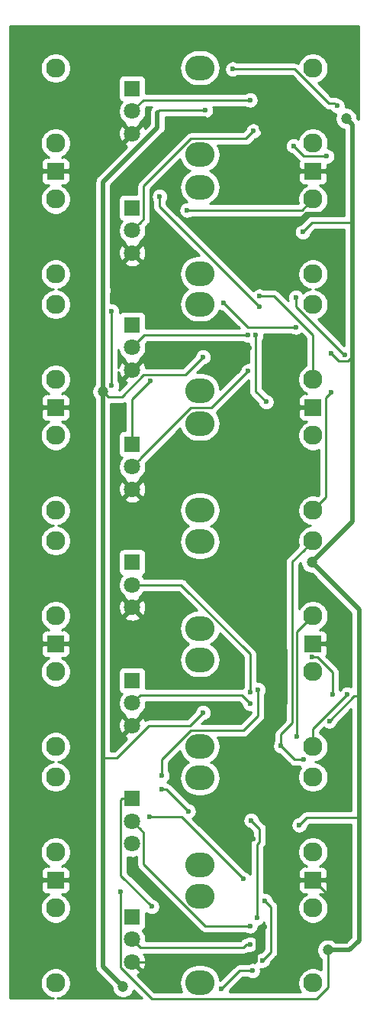
<source format=gbr>
G04 #@! TF.GenerationSoftware,KiCad,Pcbnew,(5.1.2)-2*
G04 #@! TF.CreationDate,2021-07-18T13:36:31+02:00*
G04 #@! TF.ProjectId,Octal,4f637461-6c2e-46b6-9963-61645f706362,1.0.0*
G04 #@! TF.SameCoordinates,Original*
G04 #@! TF.FileFunction,Copper,L1,Top*
G04 #@! TF.FilePolarity,Positive*
%FSLAX46Y46*%
G04 Gerber Fmt 4.6, Leading zero omitted, Abs format (unit mm)*
G04 Created by KiCad (PCBNEW (5.1.2)-2) date 2021-07-18 13:36:31*
%MOMM*%
%LPD*%
G04 APERTURE LIST*
%ADD10C,2.130000*%
%ADD11R,1.930000X1.830000*%
%ADD12R,1.800000X1.800000*%
%ADD13C,1.800000*%
%ADD14O,3.240000X2.720000*%
%ADD15C,0.600000*%
%ADD16C,1.200000*%
%ADD17C,0.254000*%
%ADD18C,0.508000*%
G04 APERTURE END LIST*
D10*
X171450000Y-115368000D03*
D11*
X171450000Y-112268000D03*
D10*
X171450000Y-123668000D03*
X200025000Y-115368000D03*
D11*
X200025000Y-112268000D03*
D10*
X200025000Y-123668000D03*
X200025000Y-56844000D03*
D11*
X200025000Y-59944000D03*
D10*
X200025000Y-48544000D03*
D12*
X179959000Y-50800000D03*
D13*
X179959000Y-53300000D03*
X179959000Y-55800000D03*
D14*
X187459000Y-58100000D03*
X187459000Y-48500000D03*
D10*
X171450000Y-56844000D03*
D11*
X171450000Y-59944000D03*
D10*
X171450000Y-48544000D03*
X171450000Y-63044000D03*
D11*
X171450000Y-59944000D03*
D10*
X171450000Y-71344000D03*
X171450000Y-83006000D03*
D11*
X171450000Y-86106000D03*
D10*
X171450000Y-74706000D03*
X171450000Y-97506000D03*
D11*
X171450000Y-86106000D03*
D10*
X171450000Y-89206000D03*
X200025000Y-71344000D03*
D11*
X200025000Y-59944000D03*
D10*
X200025000Y-63044000D03*
X200025000Y-74706000D03*
D11*
X200025000Y-86106000D03*
D10*
X200025000Y-83006000D03*
X200025000Y-97506000D03*
D11*
X200025000Y-86106000D03*
D10*
X200025000Y-89206000D03*
X171450000Y-100868000D03*
D11*
X171450000Y-112268000D03*
D10*
X171450000Y-109168000D03*
X171450000Y-135330000D03*
D11*
X171450000Y-138430000D03*
D10*
X171450000Y-127030000D03*
X171450000Y-149830000D03*
D11*
X171450000Y-138430000D03*
D10*
X171450000Y-141530000D03*
X200025000Y-109168000D03*
D11*
X200025000Y-112268000D03*
D10*
X200025000Y-100868000D03*
X200025000Y-135330000D03*
D11*
X200025000Y-138430000D03*
D10*
X200025000Y-127030000D03*
X200025000Y-149830000D03*
D11*
X200025000Y-138430000D03*
D10*
X200025000Y-141530000D03*
D14*
X187459000Y-61708000D03*
X187459000Y-71308000D03*
D13*
X179959000Y-69008000D03*
X179959000Y-66508000D03*
D12*
X179959000Y-64008000D03*
X179959000Y-76962000D03*
D13*
X179959000Y-79462000D03*
X179959000Y-81962000D03*
D14*
X187459000Y-84262000D03*
X187459000Y-74662000D03*
X187459000Y-87870000D03*
X187459000Y-97470000D03*
D13*
X179959000Y-95170000D03*
X179959000Y-92670000D03*
D12*
X179959000Y-90170000D03*
X179959000Y-103251000D03*
D13*
X179959000Y-105751000D03*
X179959000Y-108251000D03*
D14*
X187459000Y-110551000D03*
X187459000Y-100951000D03*
X187459000Y-114032000D03*
X187459000Y-123632000D03*
D13*
X179959000Y-121332000D03*
X179959000Y-118832000D03*
D12*
X179959000Y-116332000D03*
X179959000Y-129413000D03*
D13*
X179959000Y-131913000D03*
X179959000Y-134413000D03*
D14*
X187459000Y-136713000D03*
X187459000Y-127113000D03*
X187459000Y-140194000D03*
X187459000Y-149794000D03*
D13*
X179959000Y-147494000D03*
X179959000Y-144994000D03*
D12*
X179959000Y-142494000D03*
D15*
X202692000Y-52705000D03*
X191135000Y-48641000D03*
X198120000Y-77216000D03*
X190119000Y-74549000D03*
X201549000Y-58293000D03*
X197866000Y-57150000D03*
X194056000Y-74930000D03*
X183007000Y-62738000D03*
X202057000Y-84455000D03*
X198120000Y-73914000D03*
X203581000Y-80264000D03*
X202184000Y-117856000D03*
X199894957Y-113754229D03*
X196469000Y-123571000D03*
X199009000Y-125095000D03*
X203835000Y-117856000D03*
X192278000Y-138303000D03*
X181864000Y-131445000D03*
X194691000Y-140716000D03*
X194437000Y-147320000D03*
X188087000Y-144526000D03*
X194691000Y-143637000D03*
X202184000Y-143764000D03*
X189611000Y-133858000D03*
X193421000Y-133858000D03*
X188468000Y-118872000D03*
X193929000Y-124968000D03*
X193802000Y-130556000D03*
X194393456Y-121539000D03*
X196977000Y-113030000D03*
X193929000Y-66929000D03*
X202311000Y-64516000D03*
X194056000Y-53213000D03*
X187960000Y-54102000D03*
X178562000Y-61722000D03*
X181356000Y-60198000D03*
X203708000Y-110363000D03*
X175641000Y-133858000D03*
X175006000Y-127635000D03*
X192994000Y-79502000D03*
X179959000Y-81962000D03*
X196342000Y-85217000D03*
X194564000Y-80645000D03*
D16*
X203708000Y-54102000D03*
D15*
X198882000Y-66675000D03*
X202057000Y-80137000D03*
D16*
X201676000Y-146177000D03*
D15*
X198501000Y-132334000D03*
X201840040Y-120814040D03*
X178689000Y-139700000D03*
D16*
X199898000Y-103251000D03*
D15*
X188087000Y-53213000D03*
X176712813Y-73096187D03*
X187833000Y-80518000D03*
D16*
X178943000Y-150241000D03*
D15*
X189865000Y-150495000D03*
X193294000Y-148463000D03*
X187833000Y-119888000D03*
X193167000Y-131826000D03*
X193802000Y-142621000D03*
D16*
X176712813Y-84333125D03*
D15*
X193040000Y-52070000D03*
X193421000Y-55499000D03*
X192786000Y-78105000D03*
X192824539Y-82085171D03*
X194818000Y-85471000D03*
X193675000Y-78105000D03*
X193040000Y-117602000D03*
X193031456Y-118872000D03*
X193040000Y-143510000D03*
X193040000Y-145542000D03*
X186182000Y-130810000D03*
X183261000Y-128397000D03*
X181991000Y-83185000D03*
X186055000Y-64262000D03*
X194056000Y-73787000D03*
X177673000Y-83693000D03*
X177673000Y-75438000D03*
X182118000Y-141351000D03*
X198247000Y-122555000D03*
X193929000Y-117348000D03*
X183261000Y-126873000D03*
D17*
X201745919Y-52405001D02*
X197993000Y-48652082D01*
X202692000Y-52705000D02*
X202392001Y-52405001D01*
X202392001Y-52405001D02*
X201745919Y-52405001D01*
X197993000Y-48652082D02*
X191146082Y-48652082D01*
X191146082Y-48652082D02*
X191135000Y-48641000D01*
X198120000Y-77216000D02*
X192786000Y-77216000D01*
X192786000Y-77216000D02*
X190119000Y-74549000D01*
X201549000Y-58293000D02*
X199009000Y-58293000D01*
X199009000Y-58293000D02*
X197866000Y-57150000D01*
X194056000Y-74930000D02*
X183007000Y-63881000D01*
X183007000Y-63881000D02*
X183007000Y-62738000D01*
X201471001Y-85040999D02*
X202057000Y-84455000D01*
X200025000Y-97506000D02*
X201471001Y-96059999D01*
X201471001Y-96059999D02*
X201471001Y-85040999D01*
X203442918Y-80264000D02*
X203581000Y-80264000D01*
X198120000Y-73914000D02*
X198120000Y-74941082D01*
X198120000Y-74941082D02*
X203442918Y-80264000D01*
X200551311Y-113754229D02*
X199894957Y-113754229D01*
X202184000Y-117856000D02*
X202184000Y-115386918D01*
X202184000Y-115386918D02*
X200551311Y-113754229D01*
X197993000Y-125095000D02*
X196469000Y-123571000D01*
X199009000Y-125095000D02*
X197993000Y-125095000D01*
X196469000Y-123571000D02*
X196469000Y-122300990D01*
X198960001Y-101932999D02*
X200025000Y-100868000D01*
X197738990Y-103154010D02*
X198960001Y-101932999D01*
X197738990Y-121031000D02*
X197738990Y-103154010D01*
X196469000Y-122300990D02*
X197738990Y-121031000D01*
X200025000Y-123668000D02*
X200025000Y-121666000D01*
X200025000Y-121666000D02*
X203835000Y-117856000D01*
X192278000Y-138303000D02*
X185420000Y-131445000D01*
X185420000Y-131445000D02*
X181864000Y-131445000D01*
X195372001Y-146384999D02*
X194437000Y-147320000D01*
X194691000Y-140716000D02*
X195372001Y-141397001D01*
X195372001Y-141397001D02*
X195372001Y-146384999D01*
X188087000Y-144526000D02*
X193802000Y-144526000D01*
X193802000Y-144526000D02*
X194691000Y-143637000D01*
X193755999Y-144572001D02*
X193755999Y-147366001D01*
X193802000Y-144526000D02*
X193755999Y-144572001D01*
X193628000Y-147494000D02*
X179959000Y-147494000D01*
X193755999Y-147366001D02*
X193628000Y-147494000D01*
X200075000Y-138430000D02*
X200025000Y-138430000D01*
X202184000Y-140539000D02*
X200075000Y-138430000D01*
X202184000Y-143764000D02*
X202184000Y-140539000D01*
X189611000Y-133858000D02*
X193421000Y-133858000D01*
X182419000Y-118872000D02*
X179959000Y-121332000D01*
X188468000Y-118872000D02*
X182419000Y-118872000D01*
X193929000Y-130429000D02*
X193802000Y-130556000D01*
X193929000Y-124968000D02*
X193929000Y-130429000D01*
X197057990Y-113110990D02*
X196977000Y-113030000D01*
X194393456Y-121539000D02*
X197057990Y-118874466D01*
X197057990Y-118874466D02*
X197057990Y-113110990D01*
X199271434Y-64516000D02*
X202311000Y-64516000D01*
X193929000Y-66929000D02*
X196858434Y-66929000D01*
X196858434Y-66929000D02*
X199271434Y-64516000D01*
X194056000Y-55194000D02*
X194056000Y-53213000D01*
X200025000Y-59944000D02*
X198806000Y-59944000D01*
X198806000Y-59944000D02*
X194056000Y-55194000D01*
X193756001Y-53512999D02*
X194056000Y-53213000D01*
X192867001Y-54401999D02*
X193756001Y-53512999D01*
X188259999Y-54401999D02*
X192867001Y-54401999D01*
X187960000Y-54102000D02*
X188259999Y-54401999D01*
X178562000Y-61722000D02*
X179832000Y-61722000D01*
X179832000Y-61722000D02*
X181356000Y-60198000D01*
X200025000Y-112268000D02*
X201803000Y-112268000D01*
X201803000Y-112268000D02*
X203708000Y-110363000D01*
X175641000Y-133858000D02*
X175006000Y-133223000D01*
X175006000Y-133223000D02*
X175006000Y-127635000D01*
X192994000Y-79502000D02*
X182419000Y-79502000D01*
X182419000Y-79502000D02*
X179959000Y-81962000D01*
X194564000Y-83439000D02*
X194564000Y-80645000D01*
X196342000Y-85217000D02*
X194564000Y-83439000D01*
D18*
X204389001Y-54783001D02*
X203708000Y-54102000D01*
X199898000Y-103251000D02*
X204389001Y-98759999D01*
D17*
X204389001Y-67517999D02*
X204389001Y-65612999D01*
D18*
X204389001Y-67517999D02*
X204389001Y-54783001D01*
D17*
X204389001Y-65612999D02*
X199944001Y-65612999D01*
X199944001Y-65612999D02*
X198882000Y-66675000D01*
D18*
X204389001Y-98759999D02*
X204389001Y-79709999D01*
X204389001Y-79709999D02*
X204389001Y-67517999D01*
D17*
X204389001Y-79709999D02*
X204389001Y-80463881D01*
X203907881Y-80945001D02*
X202865001Y-80945001D01*
X204389001Y-80463881D02*
X203907881Y-80945001D01*
X202865001Y-80945001D02*
X202057000Y-80137000D01*
D18*
X199898000Y-103251000D02*
X205151011Y-108504011D01*
X205151011Y-145114989D02*
X204089000Y-146177000D01*
X204089000Y-146177000D02*
X201676000Y-146177000D01*
D17*
X199343989Y-131491011D02*
X198501000Y-132334000D01*
X205151011Y-131491011D02*
X199343989Y-131491011D01*
D18*
X205151011Y-131491011D02*
X205151011Y-145114989D01*
D17*
X204590091Y-118063989D02*
X201840040Y-120814040D01*
X205151011Y-118063989D02*
X204590091Y-118063989D01*
D18*
X205151011Y-118063989D02*
X205151011Y-131491011D01*
X205151011Y-108504011D02*
X205151011Y-118063989D01*
D17*
X201676000Y-147025528D02*
X201676000Y-146177000D01*
X201676000Y-150319082D02*
X201676000Y-147025528D01*
X200460072Y-151535010D02*
X201676000Y-150319082D01*
X178677999Y-148108881D02*
X182104128Y-151535010D01*
X178677999Y-141289199D02*
X178677999Y-148108881D01*
X178689000Y-141278198D02*
X178677999Y-141289199D01*
X182104128Y-151535010D02*
X200460072Y-151535010D01*
X178689000Y-139700000D02*
X178689000Y-141278198D01*
D18*
X182753000Y-55089842D02*
X182753000Y-53467000D01*
X176712813Y-61130029D02*
X182753000Y-55089842D01*
D17*
X188087000Y-53213000D02*
X183007000Y-53213000D01*
X182753000Y-53467000D02*
X183007000Y-53213000D01*
D18*
X176712813Y-84333125D02*
X176712813Y-73096187D01*
X176712813Y-73096187D02*
X176712813Y-61130029D01*
D17*
X177312812Y-84933124D02*
X176712813Y-84333125D01*
X178810876Y-84933124D02*
X177312812Y-84933124D01*
X181240001Y-82503999D02*
X178810876Y-84933124D01*
X185847001Y-82503999D02*
X181240001Y-82503999D01*
X187833000Y-80518000D02*
X185847001Y-82503999D01*
D18*
X176712813Y-148010813D02*
X178943000Y-150241000D01*
D17*
X189865000Y-150495000D02*
X191897000Y-148463000D01*
X191897000Y-148463000D02*
X193294000Y-148463000D01*
D18*
X176712813Y-84333125D02*
X176712813Y-124912187D01*
X176712813Y-124912187D02*
X176712813Y-148010813D01*
D17*
X181803902Y-121382980D02*
X178274695Y-124912187D01*
X178274695Y-124912187D02*
X176712813Y-124912187D01*
X186338020Y-121382980D02*
X181803902Y-121382980D01*
X187833000Y-119888000D02*
X186338020Y-121382980D01*
X193802000Y-134484882D02*
X193802000Y-142621000D01*
X194102001Y-134184881D02*
X193802000Y-134484882D01*
X193167000Y-131826000D02*
X194102001Y-132761001D01*
X194102001Y-132761001D02*
X194102001Y-134184881D01*
X181189000Y-52070000D02*
X179959000Y-53300000D01*
X193040000Y-52070000D02*
X181189000Y-52070000D01*
X180858999Y-65608001D02*
X179959000Y-66508000D01*
X181240001Y-65226999D02*
X180858999Y-65608001D01*
X181240001Y-61596840D02*
X181240001Y-65226999D01*
X186477851Y-56358990D02*
X181240001Y-61596840D01*
X192561010Y-56358990D02*
X186477851Y-56358990D01*
X193421000Y-55499000D02*
X192561010Y-56358990D01*
X181316000Y-78105000D02*
X179959000Y-79462000D01*
X192786000Y-78105000D02*
X181316000Y-78105000D01*
X180858999Y-91770001D02*
X179959000Y-92670000D01*
X180858999Y-91747842D02*
X180858999Y-91770001D01*
X186477851Y-86128990D02*
X180858999Y-91747842D01*
X188780720Y-86128990D02*
X186477851Y-86128990D01*
X192824539Y-82085171D02*
X188780720Y-86128990D01*
X194818000Y-85471000D02*
X193675000Y-84328000D01*
X193675000Y-84328000D02*
X193675000Y-78105000D01*
X193040000Y-113409841D02*
X193040000Y-117602000D01*
X179959000Y-105751000D02*
X185381159Y-105751000D01*
X185381159Y-105751000D02*
X193040000Y-113409841D01*
X192091457Y-117932001D02*
X193031456Y-118872000D01*
X179959000Y-118832000D02*
X180858999Y-117932001D01*
X180858999Y-117932001D02*
X192091457Y-117932001D01*
X180858999Y-132812999D02*
X179959000Y-131913000D01*
X181240001Y-133194001D02*
X180858999Y-132812999D01*
X181240001Y-136697160D02*
X181240001Y-133194001D01*
X188052841Y-143510000D02*
X181240001Y-136697160D01*
X193040000Y-143510000D02*
X188052841Y-143510000D01*
X180858999Y-145893999D02*
X179959000Y-144994000D01*
X192263737Y-145893999D02*
X180858999Y-145893999D01*
X192615736Y-145542000D02*
X192263737Y-145893999D01*
X193040000Y-145542000D02*
X192615736Y-145542000D01*
X186182000Y-130810000D02*
X183769000Y-128397000D01*
X183769000Y-128397000D02*
X183261000Y-128397000D01*
X179959000Y-85217000D02*
X179959000Y-90170000D01*
X181991000Y-83185000D02*
X179959000Y-85217000D01*
X200025000Y-63044000D02*
X198807000Y-64262000D01*
X198807000Y-64262000D02*
X186055000Y-64262000D01*
X195698882Y-73787000D02*
X194056000Y-73787000D01*
X200025000Y-83006000D02*
X200025000Y-78113118D01*
X200025000Y-78113118D02*
X195698882Y-73787000D01*
X177673000Y-83693000D02*
X177673000Y-75438000D01*
X178805000Y-129413000D02*
X179959000Y-129413000D01*
X178677999Y-129540001D02*
X178805000Y-129413000D01*
X178677999Y-137910999D02*
X178677999Y-129540001D01*
X182118000Y-141351000D02*
X178677999Y-137910999D01*
X198247000Y-110946000D02*
X200025000Y-109168000D01*
X198247000Y-122555000D02*
X198247000Y-110946000D01*
X183261000Y-125107841D02*
X183261000Y-126873000D01*
X186477851Y-121890990D02*
X183261000Y-125107841D01*
X192281802Y-121890990D02*
X186477851Y-121890990D01*
X193929000Y-117348000D02*
X193929000Y-120243792D01*
X193929000Y-120243792D02*
X192281802Y-121890990D01*
G36*
X205075000Y-54217555D02*
G01*
X205020660Y-54151342D01*
X204986742Y-54123506D01*
X204943000Y-54079764D01*
X204943000Y-53980363D01*
X204895540Y-53741764D01*
X204802443Y-53517008D01*
X204667287Y-53314733D01*
X204495267Y-53142713D01*
X204292992Y-53007557D01*
X204068236Y-52914460D01*
X203829637Y-52867000D01*
X203613094Y-52867000D01*
X203627000Y-52797089D01*
X203627000Y-52612911D01*
X203591068Y-52432271D01*
X203520586Y-52262111D01*
X203418262Y-52108972D01*
X203288028Y-51978738D01*
X203134889Y-51876414D01*
X202964729Y-51805932D01*
X202830692Y-51779270D01*
X202817393Y-51768356D01*
X202685016Y-51697599D01*
X202541379Y-51654027D01*
X202429427Y-51643001D01*
X202429424Y-51643001D01*
X202392001Y-51639315D01*
X202354578Y-51643001D01*
X202061550Y-51643001D01*
X200574857Y-50156309D01*
X200830252Y-50050521D01*
X201108687Y-49864477D01*
X201345477Y-49627687D01*
X201531521Y-49349252D01*
X201659670Y-49039872D01*
X201725000Y-48711435D01*
X201725000Y-48376565D01*
X201659670Y-48048128D01*
X201531521Y-47738748D01*
X201345477Y-47460313D01*
X201108687Y-47223523D01*
X200830252Y-47037479D01*
X200520872Y-46909330D01*
X200192435Y-46844000D01*
X199857565Y-46844000D01*
X199529128Y-46909330D01*
X199219748Y-47037479D01*
X198941313Y-47223523D01*
X198704523Y-47460313D01*
X198518479Y-47738748D01*
X198406503Y-48009082D01*
X198286015Y-47944680D01*
X198142378Y-47901108D01*
X198030426Y-47890082D01*
X198030423Y-47890082D01*
X197993000Y-47886396D01*
X197955577Y-47890082D01*
X191694128Y-47890082D01*
X191577889Y-47812414D01*
X191407729Y-47741932D01*
X191227089Y-47706000D01*
X191042911Y-47706000D01*
X190862271Y-47741932D01*
X190692111Y-47812414D01*
X190538972Y-47914738D01*
X190408738Y-48044972D01*
X190306414Y-48198111D01*
X190235932Y-48368271D01*
X190200000Y-48548911D01*
X190200000Y-48733089D01*
X190235932Y-48913729D01*
X190306414Y-49083889D01*
X190408738Y-49237028D01*
X190538972Y-49367262D01*
X190692111Y-49469586D01*
X190862271Y-49540068D01*
X191042911Y-49576000D01*
X191227089Y-49576000D01*
X191407729Y-49540068D01*
X191577889Y-49469586D01*
X191660957Y-49414082D01*
X197677370Y-49414082D01*
X201180639Y-52917352D01*
X201204497Y-52946423D01*
X201233567Y-52970280D01*
X201320526Y-53041646D01*
X201361641Y-53063622D01*
X201452904Y-53112403D01*
X201596541Y-53155975D01*
X201708493Y-53167001D01*
X201708496Y-53167001D01*
X201745919Y-53170687D01*
X201783342Y-53167001D01*
X201876184Y-53167001D01*
X201965738Y-53301028D01*
X202095972Y-53431262D01*
X202249111Y-53533586D01*
X202419271Y-53604068D01*
X202565451Y-53633145D01*
X202520460Y-53741764D01*
X202473000Y-53980363D01*
X202473000Y-54223637D01*
X202520460Y-54462236D01*
X202613557Y-54686992D01*
X202748713Y-54889267D01*
X202920733Y-55061287D01*
X203123008Y-55196443D01*
X203347764Y-55289540D01*
X203500002Y-55319822D01*
X203500001Y-64850999D01*
X199981423Y-64850999D01*
X199944000Y-64847313D01*
X199906577Y-64850999D01*
X199906575Y-64850999D01*
X199794623Y-64862025D01*
X199650986Y-64905597D01*
X199518609Y-64976354D01*
X199402579Y-65071577D01*
X199378722Y-65100648D01*
X198726820Y-65752550D01*
X198609271Y-65775932D01*
X198439111Y-65846414D01*
X198285972Y-65948738D01*
X198155738Y-66078972D01*
X198053414Y-66232111D01*
X197982932Y-66402271D01*
X197947000Y-66582911D01*
X197947000Y-66767089D01*
X197982932Y-66947729D01*
X198053414Y-67117889D01*
X198155738Y-67271028D01*
X198285972Y-67401262D01*
X198439111Y-67503586D01*
X198609271Y-67574068D01*
X198789911Y-67610000D01*
X198974089Y-67610000D01*
X199154729Y-67574068D01*
X199324889Y-67503586D01*
X199478028Y-67401262D01*
X199608262Y-67271028D01*
X199710586Y-67117889D01*
X199781068Y-66947729D01*
X199804450Y-66830180D01*
X200259632Y-66374999D01*
X203500001Y-66374999D01*
X203500001Y-67561665D01*
X203500002Y-67561675D01*
X203500001Y-79243452D01*
X200574857Y-76318309D01*
X200830252Y-76212521D01*
X201108687Y-76026477D01*
X201345477Y-75789687D01*
X201531521Y-75511252D01*
X201659670Y-75201872D01*
X201725000Y-74873435D01*
X201725000Y-74538565D01*
X201659670Y-74210128D01*
X201531521Y-73900748D01*
X201345477Y-73622313D01*
X201108687Y-73385523D01*
X200830252Y-73199479D01*
X200520872Y-73071330D01*
X200287955Y-73025000D01*
X200520872Y-72978670D01*
X200830252Y-72850521D01*
X201108687Y-72664477D01*
X201345477Y-72427687D01*
X201531521Y-72149252D01*
X201659670Y-71839872D01*
X201725000Y-71511435D01*
X201725000Y-71176565D01*
X201659670Y-70848128D01*
X201531521Y-70538748D01*
X201345477Y-70260313D01*
X201108687Y-70023523D01*
X200830252Y-69837479D01*
X200520872Y-69709330D01*
X200192435Y-69644000D01*
X199857565Y-69644000D01*
X199529128Y-69709330D01*
X199219748Y-69837479D01*
X198941313Y-70023523D01*
X198704523Y-70260313D01*
X198518479Y-70538748D01*
X198390330Y-70848128D01*
X198325000Y-71176565D01*
X198325000Y-71511435D01*
X198390330Y-71839872D01*
X198518479Y-72149252D01*
X198704523Y-72427687D01*
X198941313Y-72664477D01*
X199219748Y-72850521D01*
X199529128Y-72978670D01*
X199762045Y-73025000D01*
X199529128Y-73071330D01*
X199219748Y-73199479D01*
X198941313Y-73385523D01*
X198911391Y-73415445D01*
X198846262Y-73317972D01*
X198716028Y-73187738D01*
X198562889Y-73085414D01*
X198392729Y-73014932D01*
X198212089Y-72979000D01*
X198027911Y-72979000D01*
X197847271Y-73014932D01*
X197677111Y-73085414D01*
X197523972Y-73187738D01*
X197393738Y-73317972D01*
X197291414Y-73471111D01*
X197220932Y-73641271D01*
X197185000Y-73821911D01*
X197185000Y-74006089D01*
X197220932Y-74186729D01*
X197252533Y-74263020D01*
X196264166Y-73274654D01*
X196240304Y-73245578D01*
X196124274Y-73150355D01*
X195991897Y-73079598D01*
X195848260Y-73036026D01*
X195736308Y-73025000D01*
X195736305Y-73025000D01*
X195698882Y-73021314D01*
X195661459Y-73025000D01*
X194598542Y-73025000D01*
X194498889Y-72958414D01*
X194328729Y-72887932D01*
X194148089Y-72852000D01*
X193963911Y-72852000D01*
X193783271Y-72887932D01*
X193613111Y-72958414D01*
X193459972Y-73060738D01*
X193362170Y-73158540D01*
X183769000Y-63565370D01*
X183769000Y-63280542D01*
X183835586Y-63180889D01*
X183906068Y-63010729D01*
X183942000Y-62830089D01*
X183942000Y-62645911D01*
X183906068Y-62465271D01*
X183835586Y-62295111D01*
X183733262Y-62141972D01*
X183603028Y-62011738D01*
X183449889Y-61909414D01*
X183279729Y-61838932D01*
X183099089Y-61803000D01*
X182914911Y-61803000D01*
X182734271Y-61838932D01*
X182564111Y-61909414D01*
X182410972Y-62011738D01*
X182280738Y-62141972D01*
X182178414Y-62295111D01*
X182107932Y-62465271D01*
X182072000Y-62645911D01*
X182072000Y-62830089D01*
X182107932Y-63010729D01*
X182178414Y-63180889D01*
X182245001Y-63280543D01*
X182245000Y-63843576D01*
X182241314Y-63881000D01*
X182245000Y-63918423D01*
X182245000Y-63918425D01*
X182256026Y-64030377D01*
X182299598Y-64174014D01*
X182299599Y-64174015D01*
X182370355Y-64306392D01*
X182409499Y-64354089D01*
X182465578Y-64422422D01*
X182494654Y-64446284D01*
X187361370Y-69313000D01*
X187101002Y-69313000D01*
X186807912Y-69341867D01*
X186431853Y-69455943D01*
X186085275Y-69641193D01*
X185781497Y-69890497D01*
X185532193Y-70194275D01*
X185346943Y-70540853D01*
X185232867Y-70916912D01*
X185194348Y-71308000D01*
X185232867Y-71699088D01*
X185346943Y-72075147D01*
X185532193Y-72421725D01*
X185781497Y-72725503D01*
X186085275Y-72974807D01*
X186104345Y-72985000D01*
X186085275Y-72995193D01*
X185781497Y-73244497D01*
X185532193Y-73548275D01*
X185346943Y-73894853D01*
X185232867Y-74270912D01*
X185194348Y-74662000D01*
X185232867Y-75053088D01*
X185346943Y-75429147D01*
X185532193Y-75775725D01*
X185781497Y-76079503D01*
X186085275Y-76328807D01*
X186431853Y-76514057D01*
X186807912Y-76628133D01*
X187101002Y-76657000D01*
X187816998Y-76657000D01*
X188110088Y-76628133D01*
X188486147Y-76514057D01*
X188832725Y-76328807D01*
X189136503Y-76079503D01*
X189385807Y-75775725D01*
X189571057Y-75429147D01*
X189601767Y-75327911D01*
X189676111Y-75377586D01*
X189846271Y-75448068D01*
X189963820Y-75471450D01*
X191835370Y-77343000D01*
X181497072Y-77343000D01*
X181497072Y-76062000D01*
X181484812Y-75937518D01*
X181448502Y-75817820D01*
X181389537Y-75707506D01*
X181310185Y-75610815D01*
X181213494Y-75531463D01*
X181103180Y-75472498D01*
X180983482Y-75436188D01*
X180859000Y-75423928D01*
X179059000Y-75423928D01*
X178934518Y-75436188D01*
X178814820Y-75472498D01*
X178704506Y-75531463D01*
X178607815Y-75610815D01*
X178586864Y-75636343D01*
X178608000Y-75530089D01*
X178608000Y-75345911D01*
X178572068Y-75165271D01*
X178501586Y-74995111D01*
X178399262Y-74841972D01*
X178269028Y-74711738D01*
X178115889Y-74609414D01*
X177945729Y-74538932D01*
X177765089Y-74503000D01*
X177601813Y-74503000D01*
X177601813Y-73393223D01*
X177611881Y-73368916D01*
X177647813Y-73188276D01*
X177647813Y-73004098D01*
X177611881Y-72823458D01*
X177601813Y-72799151D01*
X177601813Y-70072080D01*
X179074525Y-70072080D01*
X179158208Y-70326261D01*
X179430775Y-70457158D01*
X179723642Y-70532365D01*
X180025553Y-70548991D01*
X180324907Y-70506397D01*
X180610199Y-70406222D01*
X180759792Y-70326261D01*
X180843475Y-70072080D01*
X179959000Y-69187605D01*
X179074525Y-70072080D01*
X177601813Y-70072080D01*
X177601813Y-69074553D01*
X178418009Y-69074553D01*
X178460603Y-69373907D01*
X178560778Y-69659199D01*
X178640739Y-69808792D01*
X178894920Y-69892475D01*
X179779395Y-69008000D01*
X180138605Y-69008000D01*
X181023080Y-69892475D01*
X181277261Y-69808792D01*
X181408158Y-69536225D01*
X181483365Y-69243358D01*
X181499991Y-68941447D01*
X181457397Y-68642093D01*
X181357222Y-68356801D01*
X181277261Y-68207208D01*
X181023080Y-68123525D01*
X180138605Y-69008000D01*
X179779395Y-69008000D01*
X178894920Y-68123525D01*
X178640739Y-68207208D01*
X178509842Y-68479775D01*
X178434635Y-68772642D01*
X178418009Y-69074553D01*
X177601813Y-69074553D01*
X177601813Y-63108000D01*
X178420928Y-63108000D01*
X178420928Y-64908000D01*
X178433188Y-65032482D01*
X178469498Y-65152180D01*
X178528463Y-65262494D01*
X178607815Y-65359185D01*
X178704506Y-65438537D01*
X178804303Y-65491880D01*
X178766688Y-65529495D01*
X178598701Y-65780905D01*
X178482989Y-66060257D01*
X178424000Y-66356816D01*
X178424000Y-66659184D01*
X178482989Y-66955743D01*
X178598701Y-67235095D01*
X178766688Y-67486505D01*
X178980495Y-67700312D01*
X179123310Y-67795738D01*
X179074525Y-67943920D01*
X179959000Y-68828395D01*
X180843475Y-67943920D01*
X180794690Y-67795738D01*
X180937505Y-67700312D01*
X181151312Y-67486505D01*
X181319299Y-67235095D01*
X181435011Y-66955743D01*
X181494000Y-66659184D01*
X181494000Y-66356816D01*
X181443201Y-66101429D01*
X181752347Y-65792283D01*
X181781423Y-65768421D01*
X181876646Y-65652391D01*
X181947403Y-65520014D01*
X181990975Y-65376377D01*
X182002001Y-65264425D01*
X182002001Y-65264423D01*
X182005687Y-65227000D01*
X182002001Y-65189577D01*
X182002001Y-61912470D01*
X185277208Y-58637263D01*
X185346943Y-58867147D01*
X185532193Y-59213725D01*
X185781497Y-59517503D01*
X186085275Y-59766807D01*
X186341945Y-59904000D01*
X186085275Y-60041193D01*
X185781497Y-60290497D01*
X185532193Y-60594275D01*
X185346943Y-60940853D01*
X185232867Y-61316912D01*
X185194348Y-61708000D01*
X185232867Y-62099088D01*
X185346943Y-62475147D01*
X185532193Y-62821725D01*
X185781497Y-63125503D01*
X186027022Y-63327000D01*
X185962911Y-63327000D01*
X185782271Y-63362932D01*
X185612111Y-63433414D01*
X185458972Y-63535738D01*
X185328738Y-63665972D01*
X185226414Y-63819111D01*
X185155932Y-63989271D01*
X185120000Y-64169911D01*
X185120000Y-64354089D01*
X185155932Y-64534729D01*
X185226414Y-64704889D01*
X185328738Y-64858028D01*
X185458972Y-64988262D01*
X185612111Y-65090586D01*
X185782271Y-65161068D01*
X185962911Y-65197000D01*
X186147089Y-65197000D01*
X186327729Y-65161068D01*
X186497889Y-65090586D01*
X186597542Y-65024000D01*
X198769577Y-65024000D01*
X198807000Y-65027686D01*
X198844423Y-65024000D01*
X198844426Y-65024000D01*
X198956378Y-65012974D01*
X199100015Y-64969402D01*
X199232392Y-64898645D01*
X199348422Y-64803422D01*
X199372284Y-64774346D01*
X199485876Y-64660754D01*
X199529128Y-64678670D01*
X199857565Y-64744000D01*
X200192435Y-64744000D01*
X200520872Y-64678670D01*
X200830252Y-64550521D01*
X201108687Y-64364477D01*
X201345477Y-64127687D01*
X201531521Y-63849252D01*
X201659670Y-63539872D01*
X201725000Y-63211435D01*
X201725000Y-62876565D01*
X201659670Y-62548128D01*
X201531521Y-62238748D01*
X201345477Y-61960313D01*
X201108687Y-61723523D01*
X200830252Y-61537479D01*
X200729860Y-61495895D01*
X200990000Y-61497072D01*
X201114482Y-61484812D01*
X201234180Y-61448502D01*
X201344494Y-61389537D01*
X201441185Y-61310185D01*
X201520537Y-61213494D01*
X201579502Y-61103180D01*
X201615812Y-60983482D01*
X201628072Y-60859000D01*
X201625000Y-60229750D01*
X201466250Y-60071000D01*
X200152000Y-60071000D01*
X200152000Y-60091000D01*
X199898000Y-60091000D01*
X199898000Y-60071000D01*
X198583750Y-60071000D01*
X198425000Y-60229750D01*
X198421928Y-60859000D01*
X198434188Y-60983482D01*
X198470498Y-61103180D01*
X198529463Y-61213494D01*
X198608815Y-61310185D01*
X198705506Y-61389537D01*
X198815820Y-61448502D01*
X198935518Y-61484812D01*
X199060000Y-61497072D01*
X199320140Y-61495895D01*
X199219748Y-61537479D01*
X198941313Y-61723523D01*
X198704523Y-61960313D01*
X198518479Y-62238748D01*
X198390330Y-62548128D01*
X198325000Y-62876565D01*
X198325000Y-63211435D01*
X198382399Y-63500000D01*
X188598506Y-63500000D01*
X188832725Y-63374807D01*
X189136503Y-63125503D01*
X189385807Y-62821725D01*
X189571057Y-62475147D01*
X189685133Y-62099088D01*
X189723652Y-61708000D01*
X189685133Y-61316912D01*
X189571057Y-60940853D01*
X189385807Y-60594275D01*
X189136503Y-60290497D01*
X188832725Y-60041193D01*
X188576055Y-59904000D01*
X188832725Y-59766807D01*
X189136503Y-59517503D01*
X189385807Y-59213725D01*
X189571057Y-58867147D01*
X189685133Y-58491088D01*
X189723652Y-58100000D01*
X189685133Y-57708912D01*
X189571057Y-57332853D01*
X189457814Y-57120990D01*
X192523587Y-57120990D01*
X192561010Y-57124676D01*
X192598433Y-57120990D01*
X192598436Y-57120990D01*
X192710388Y-57109964D01*
X192854025Y-57066392D01*
X192869891Y-57057911D01*
X196931000Y-57057911D01*
X196931000Y-57242089D01*
X196966932Y-57422729D01*
X197037414Y-57592889D01*
X197139738Y-57746028D01*
X197269972Y-57876262D01*
X197423111Y-57978586D01*
X197593271Y-58049068D01*
X197710820Y-58072450D01*
X198443721Y-58805352D01*
X198458724Y-58823633D01*
X198434188Y-58904518D01*
X198421928Y-59029000D01*
X198425000Y-59658250D01*
X198583750Y-59817000D01*
X199898000Y-59817000D01*
X199898000Y-59797000D01*
X200152000Y-59797000D01*
X200152000Y-59817000D01*
X201466250Y-59817000D01*
X201625000Y-59658250D01*
X201627100Y-59228000D01*
X201641089Y-59228000D01*
X201821729Y-59192068D01*
X201991889Y-59121586D01*
X202145028Y-59019262D01*
X202275262Y-58889028D01*
X202377586Y-58735889D01*
X202448068Y-58565729D01*
X202484000Y-58385089D01*
X202484000Y-58200911D01*
X202448068Y-58020271D01*
X202377586Y-57850111D01*
X202275262Y-57696972D01*
X202145028Y-57566738D01*
X201991889Y-57464414D01*
X201821729Y-57393932D01*
X201651318Y-57360035D01*
X201659670Y-57339872D01*
X201725000Y-57011435D01*
X201725000Y-56676565D01*
X201659670Y-56348128D01*
X201531521Y-56038748D01*
X201345477Y-55760313D01*
X201108687Y-55523523D01*
X200830252Y-55337479D01*
X200520872Y-55209330D01*
X200192435Y-55144000D01*
X199857565Y-55144000D01*
X199529128Y-55209330D01*
X199219748Y-55337479D01*
X198941313Y-55523523D01*
X198704523Y-55760313D01*
X198518479Y-56038748D01*
X198390330Y-56348128D01*
X198385466Y-56372581D01*
X198308889Y-56321414D01*
X198138729Y-56250932D01*
X197958089Y-56215000D01*
X197773911Y-56215000D01*
X197593271Y-56250932D01*
X197423111Y-56321414D01*
X197269972Y-56423738D01*
X197139738Y-56553972D01*
X197037414Y-56707111D01*
X196966932Y-56877271D01*
X196931000Y-57057911D01*
X192869891Y-57057911D01*
X192986402Y-56995635D01*
X193102432Y-56900412D01*
X193126294Y-56871336D01*
X193576180Y-56421450D01*
X193693729Y-56398068D01*
X193863889Y-56327586D01*
X194017028Y-56225262D01*
X194147262Y-56095028D01*
X194249586Y-55941889D01*
X194320068Y-55771729D01*
X194356000Y-55591089D01*
X194356000Y-55406911D01*
X194320068Y-55226271D01*
X194249586Y-55056111D01*
X194147262Y-54902972D01*
X194017028Y-54772738D01*
X193863889Y-54670414D01*
X193693729Y-54599932D01*
X193513089Y-54564000D01*
X193328911Y-54564000D01*
X193148271Y-54599932D01*
X192978111Y-54670414D01*
X192824972Y-54772738D01*
X192694738Y-54902972D01*
X192592414Y-55056111D01*
X192521932Y-55226271D01*
X192498550Y-55343820D01*
X192245380Y-55596990D01*
X186515274Y-55596990D01*
X186477851Y-55593304D01*
X186440428Y-55596990D01*
X186440425Y-55596990D01*
X186328473Y-55608016D01*
X186184836Y-55651588D01*
X186170713Y-55659137D01*
X186052458Y-55722345D01*
X186010070Y-55757133D01*
X185936429Y-55817568D01*
X185912567Y-55846644D01*
X180727655Y-61031556D01*
X180698579Y-61055418D01*
X180642984Y-61123162D01*
X180603356Y-61171448D01*
X180580882Y-61213494D01*
X180532599Y-61303826D01*
X180489027Y-61447463D01*
X180478001Y-61559414D01*
X180474315Y-61596840D01*
X180478001Y-61634263D01*
X180478001Y-62469928D01*
X179059000Y-62469928D01*
X178934518Y-62482188D01*
X178814820Y-62518498D01*
X178704506Y-62577463D01*
X178607815Y-62656815D01*
X178528463Y-62753506D01*
X178469498Y-62863820D01*
X178433188Y-62983518D01*
X178420928Y-63108000D01*
X177601813Y-63108000D01*
X177601813Y-61498264D01*
X183350737Y-55749340D01*
X183384659Y-55721501D01*
X183495753Y-55586133D01*
X183578303Y-55431693D01*
X183621424Y-55289540D01*
X183629136Y-55264118D01*
X183632406Y-55230918D01*
X183642000Y-55133509D01*
X183642000Y-55133503D01*
X183646300Y-55089843D01*
X183642000Y-55046183D01*
X183642000Y-53975000D01*
X187544458Y-53975000D01*
X187644111Y-54041586D01*
X187814271Y-54112068D01*
X187994911Y-54148000D01*
X188179089Y-54148000D01*
X188359729Y-54112068D01*
X188529889Y-54041586D01*
X188683028Y-53939262D01*
X188813262Y-53809028D01*
X188915586Y-53655889D01*
X188986068Y-53485729D01*
X189022000Y-53305089D01*
X189022000Y-53120911D01*
X188986068Y-52940271D01*
X188941221Y-52832000D01*
X192497458Y-52832000D01*
X192597111Y-52898586D01*
X192767271Y-52969068D01*
X192947911Y-53005000D01*
X193132089Y-53005000D01*
X193312729Y-52969068D01*
X193482889Y-52898586D01*
X193636028Y-52796262D01*
X193766262Y-52666028D01*
X193868586Y-52512889D01*
X193939068Y-52342729D01*
X193975000Y-52162089D01*
X193975000Y-51977911D01*
X193939068Y-51797271D01*
X193868586Y-51627111D01*
X193766262Y-51473972D01*
X193636028Y-51343738D01*
X193482889Y-51241414D01*
X193312729Y-51170932D01*
X193132089Y-51135000D01*
X192947911Y-51135000D01*
X192767271Y-51170932D01*
X192597111Y-51241414D01*
X192497458Y-51308000D01*
X181497072Y-51308000D01*
X181497072Y-49900000D01*
X181484812Y-49775518D01*
X181448502Y-49655820D01*
X181389537Y-49545506D01*
X181310185Y-49448815D01*
X181213494Y-49369463D01*
X181103180Y-49310498D01*
X180983482Y-49274188D01*
X180859000Y-49261928D01*
X179059000Y-49261928D01*
X178934518Y-49274188D01*
X178814820Y-49310498D01*
X178704506Y-49369463D01*
X178607815Y-49448815D01*
X178528463Y-49545506D01*
X178469498Y-49655820D01*
X178433188Y-49775518D01*
X178420928Y-49900000D01*
X178420928Y-51700000D01*
X178433188Y-51824482D01*
X178469498Y-51944180D01*
X178528463Y-52054494D01*
X178607815Y-52151185D01*
X178704506Y-52230537D01*
X178804303Y-52283880D01*
X178766688Y-52321495D01*
X178598701Y-52572905D01*
X178482989Y-52852257D01*
X178424000Y-53148816D01*
X178424000Y-53451184D01*
X178482989Y-53747743D01*
X178598701Y-54027095D01*
X178766688Y-54278505D01*
X178980495Y-54492312D01*
X179123310Y-54587738D01*
X179074525Y-54735920D01*
X179959000Y-55620395D01*
X180843475Y-54735920D01*
X180794690Y-54587738D01*
X180937505Y-54492312D01*
X181151312Y-54278505D01*
X181319299Y-54027095D01*
X181435011Y-53747743D01*
X181494000Y-53451184D01*
X181494000Y-53148816D01*
X181443201Y-52893429D01*
X181504630Y-52832000D01*
X182125413Y-52832000D01*
X182121342Y-52835341D01*
X182010248Y-52970709D01*
X181927698Y-53125149D01*
X181876865Y-53292726D01*
X181864001Y-53423333D01*
X181864000Y-54721607D01*
X181377904Y-55207703D01*
X181357222Y-55148801D01*
X181277261Y-54999208D01*
X181023080Y-54915525D01*
X180138605Y-55800000D01*
X180152748Y-55814143D01*
X179973143Y-55993748D01*
X179959000Y-55979605D01*
X179074525Y-56864080D01*
X179158208Y-57118261D01*
X179367051Y-57218556D01*
X176115072Y-60470535D01*
X176081155Y-60498370D01*
X176053320Y-60532287D01*
X176053318Y-60532289D01*
X175970061Y-60633738D01*
X175887511Y-60788177D01*
X175836677Y-60955755D01*
X175819513Y-61130029D01*
X175823814Y-61173699D01*
X175823813Y-72799151D01*
X175813745Y-72823458D01*
X175777813Y-73004098D01*
X175777813Y-73188276D01*
X175813745Y-73368916D01*
X175823814Y-73393225D01*
X175823813Y-83475571D01*
X175753526Y-83545858D01*
X175618370Y-83748133D01*
X175525273Y-83972889D01*
X175477813Y-84211488D01*
X175477813Y-84454762D01*
X175525273Y-84693361D01*
X175618370Y-84918117D01*
X175753526Y-85120392D01*
X175823813Y-85190679D01*
X175823814Y-124868511D01*
X175823813Y-124868521D01*
X175823814Y-147967143D01*
X175819513Y-148010813D01*
X175836677Y-148185087D01*
X175887511Y-148352665D01*
X175897264Y-148370911D01*
X175970061Y-148507104D01*
X176081155Y-148642472D01*
X176115072Y-148670307D01*
X177708000Y-150263236D01*
X177708000Y-150362637D01*
X177755460Y-150601236D01*
X177848557Y-150825992D01*
X177983713Y-151028267D01*
X178155733Y-151200287D01*
X178358008Y-151335443D01*
X178582764Y-151428540D01*
X178821363Y-151476000D01*
X179064637Y-151476000D01*
X179303236Y-151428540D01*
X179527992Y-151335443D01*
X179730267Y-151200287D01*
X179902287Y-151028267D01*
X180037443Y-150825992D01*
X180119464Y-150627976D01*
X181011487Y-151520000D01*
X171667709Y-151520000D01*
X171945872Y-151464670D01*
X172255252Y-151336521D01*
X172533687Y-151150477D01*
X172770477Y-150913687D01*
X172956521Y-150635252D01*
X173084670Y-150325872D01*
X173150000Y-149997435D01*
X173150000Y-149662565D01*
X173084670Y-149334128D01*
X172956521Y-149024748D01*
X172770477Y-148746313D01*
X172533687Y-148509523D01*
X172255252Y-148323479D01*
X171945872Y-148195330D01*
X171617435Y-148130000D01*
X171282565Y-148130000D01*
X170954128Y-148195330D01*
X170644748Y-148323479D01*
X170366313Y-148509523D01*
X170129523Y-148746313D01*
X169943479Y-149024748D01*
X169815330Y-149334128D01*
X169750000Y-149662565D01*
X169750000Y-149997435D01*
X169815330Y-150325872D01*
X169943479Y-150635252D01*
X170129523Y-150913687D01*
X170366313Y-151150477D01*
X170644748Y-151336521D01*
X170954128Y-151464670D01*
X171232291Y-151520000D01*
X166395000Y-151520000D01*
X166395000Y-141362565D01*
X169750000Y-141362565D01*
X169750000Y-141697435D01*
X169815330Y-142025872D01*
X169943479Y-142335252D01*
X170129523Y-142613687D01*
X170366313Y-142850477D01*
X170644748Y-143036521D01*
X170954128Y-143164670D01*
X171282565Y-143230000D01*
X171617435Y-143230000D01*
X171945872Y-143164670D01*
X172255252Y-143036521D01*
X172533687Y-142850477D01*
X172770477Y-142613687D01*
X172956521Y-142335252D01*
X173084670Y-142025872D01*
X173150000Y-141697435D01*
X173150000Y-141362565D01*
X173084670Y-141034128D01*
X172956521Y-140724748D01*
X172770477Y-140446313D01*
X172533687Y-140209523D01*
X172255252Y-140023479D01*
X172154860Y-139981895D01*
X172415000Y-139983072D01*
X172539482Y-139970812D01*
X172659180Y-139934502D01*
X172769494Y-139875537D01*
X172866185Y-139796185D01*
X172945537Y-139699494D01*
X173004502Y-139589180D01*
X173040812Y-139469482D01*
X173053072Y-139345000D01*
X173050000Y-138715750D01*
X172891250Y-138557000D01*
X171577000Y-138557000D01*
X171577000Y-138577000D01*
X171323000Y-138577000D01*
X171323000Y-138557000D01*
X170008750Y-138557000D01*
X169850000Y-138715750D01*
X169846928Y-139345000D01*
X169859188Y-139469482D01*
X169895498Y-139589180D01*
X169954463Y-139699494D01*
X170033815Y-139796185D01*
X170130506Y-139875537D01*
X170240820Y-139934502D01*
X170360518Y-139970812D01*
X170485000Y-139983072D01*
X170745140Y-139981895D01*
X170644748Y-140023479D01*
X170366313Y-140209523D01*
X170129523Y-140446313D01*
X169943479Y-140724748D01*
X169815330Y-141034128D01*
X169750000Y-141362565D01*
X166395000Y-141362565D01*
X166395000Y-135162565D01*
X169750000Y-135162565D01*
X169750000Y-135497435D01*
X169815330Y-135825872D01*
X169943479Y-136135252D01*
X170129523Y-136413687D01*
X170366313Y-136650477D01*
X170644748Y-136836521D01*
X170745140Y-136878105D01*
X170485000Y-136876928D01*
X170360518Y-136889188D01*
X170240820Y-136925498D01*
X170130506Y-136984463D01*
X170033815Y-137063815D01*
X169954463Y-137160506D01*
X169895498Y-137270820D01*
X169859188Y-137390518D01*
X169846928Y-137515000D01*
X169850000Y-138144250D01*
X170008750Y-138303000D01*
X171323000Y-138303000D01*
X171323000Y-138283000D01*
X171577000Y-138283000D01*
X171577000Y-138303000D01*
X172891250Y-138303000D01*
X173050000Y-138144250D01*
X173053072Y-137515000D01*
X173040812Y-137390518D01*
X173004502Y-137270820D01*
X172945537Y-137160506D01*
X172866185Y-137063815D01*
X172769494Y-136984463D01*
X172659180Y-136925498D01*
X172539482Y-136889188D01*
X172415000Y-136876928D01*
X172154860Y-136878105D01*
X172255252Y-136836521D01*
X172533687Y-136650477D01*
X172770477Y-136413687D01*
X172956521Y-136135252D01*
X173084670Y-135825872D01*
X173150000Y-135497435D01*
X173150000Y-135162565D01*
X173084670Y-134834128D01*
X172956521Y-134524748D01*
X172770477Y-134246313D01*
X172533687Y-134009523D01*
X172255252Y-133823479D01*
X171945872Y-133695330D01*
X171617435Y-133630000D01*
X171282565Y-133630000D01*
X170954128Y-133695330D01*
X170644748Y-133823479D01*
X170366313Y-134009523D01*
X170129523Y-134246313D01*
X169943479Y-134524748D01*
X169815330Y-134834128D01*
X169750000Y-135162565D01*
X166395000Y-135162565D01*
X166395000Y-123500565D01*
X169750000Y-123500565D01*
X169750000Y-123835435D01*
X169815330Y-124163872D01*
X169943479Y-124473252D01*
X170129523Y-124751687D01*
X170366313Y-124988477D01*
X170644748Y-125174521D01*
X170954128Y-125302670D01*
X171187045Y-125349000D01*
X170954128Y-125395330D01*
X170644748Y-125523479D01*
X170366313Y-125709523D01*
X170129523Y-125946313D01*
X169943479Y-126224748D01*
X169815330Y-126534128D01*
X169750000Y-126862565D01*
X169750000Y-127197435D01*
X169815330Y-127525872D01*
X169943479Y-127835252D01*
X170129523Y-128113687D01*
X170366313Y-128350477D01*
X170644748Y-128536521D01*
X170954128Y-128664670D01*
X171282565Y-128730000D01*
X171617435Y-128730000D01*
X171945872Y-128664670D01*
X172255252Y-128536521D01*
X172533687Y-128350477D01*
X172770477Y-128113687D01*
X172956521Y-127835252D01*
X173084670Y-127525872D01*
X173150000Y-127197435D01*
X173150000Y-126862565D01*
X173084670Y-126534128D01*
X172956521Y-126224748D01*
X172770477Y-125946313D01*
X172533687Y-125709523D01*
X172255252Y-125523479D01*
X171945872Y-125395330D01*
X171712955Y-125349000D01*
X171945872Y-125302670D01*
X172255252Y-125174521D01*
X172533687Y-124988477D01*
X172770477Y-124751687D01*
X172956521Y-124473252D01*
X173084670Y-124163872D01*
X173150000Y-123835435D01*
X173150000Y-123500565D01*
X173084670Y-123172128D01*
X172956521Y-122862748D01*
X172770477Y-122584313D01*
X172533687Y-122347523D01*
X172255252Y-122161479D01*
X171945872Y-122033330D01*
X171617435Y-121968000D01*
X171282565Y-121968000D01*
X170954128Y-122033330D01*
X170644748Y-122161479D01*
X170366313Y-122347523D01*
X170129523Y-122584313D01*
X169943479Y-122862748D01*
X169815330Y-123172128D01*
X169750000Y-123500565D01*
X166395000Y-123500565D01*
X166395000Y-115200565D01*
X169750000Y-115200565D01*
X169750000Y-115535435D01*
X169815330Y-115863872D01*
X169943479Y-116173252D01*
X170129523Y-116451687D01*
X170366313Y-116688477D01*
X170644748Y-116874521D01*
X170954128Y-117002670D01*
X171282565Y-117068000D01*
X171617435Y-117068000D01*
X171945872Y-117002670D01*
X172255252Y-116874521D01*
X172533687Y-116688477D01*
X172770477Y-116451687D01*
X172956521Y-116173252D01*
X173084670Y-115863872D01*
X173150000Y-115535435D01*
X173150000Y-115200565D01*
X173084670Y-114872128D01*
X172956521Y-114562748D01*
X172770477Y-114284313D01*
X172533687Y-114047523D01*
X172255252Y-113861479D01*
X172154860Y-113819895D01*
X172415000Y-113821072D01*
X172539482Y-113808812D01*
X172659180Y-113772502D01*
X172769494Y-113713537D01*
X172866185Y-113634185D01*
X172945537Y-113537494D01*
X173004502Y-113427180D01*
X173040812Y-113307482D01*
X173053072Y-113183000D01*
X173050000Y-112553750D01*
X172891250Y-112395000D01*
X171577000Y-112395000D01*
X171577000Y-112415000D01*
X171323000Y-112415000D01*
X171323000Y-112395000D01*
X170008750Y-112395000D01*
X169850000Y-112553750D01*
X169846928Y-113183000D01*
X169859188Y-113307482D01*
X169895498Y-113427180D01*
X169954463Y-113537494D01*
X170033815Y-113634185D01*
X170130506Y-113713537D01*
X170240820Y-113772502D01*
X170360518Y-113808812D01*
X170485000Y-113821072D01*
X170745140Y-113819895D01*
X170644748Y-113861479D01*
X170366313Y-114047523D01*
X170129523Y-114284313D01*
X169943479Y-114562748D01*
X169815330Y-114872128D01*
X169750000Y-115200565D01*
X166395000Y-115200565D01*
X166395000Y-109000565D01*
X169750000Y-109000565D01*
X169750000Y-109335435D01*
X169815330Y-109663872D01*
X169943479Y-109973252D01*
X170129523Y-110251687D01*
X170366313Y-110488477D01*
X170644748Y-110674521D01*
X170745140Y-110716105D01*
X170485000Y-110714928D01*
X170360518Y-110727188D01*
X170240820Y-110763498D01*
X170130506Y-110822463D01*
X170033815Y-110901815D01*
X169954463Y-110998506D01*
X169895498Y-111108820D01*
X169859188Y-111228518D01*
X169846928Y-111353000D01*
X169850000Y-111982250D01*
X170008750Y-112141000D01*
X171323000Y-112141000D01*
X171323000Y-112121000D01*
X171577000Y-112121000D01*
X171577000Y-112141000D01*
X172891250Y-112141000D01*
X173050000Y-111982250D01*
X173053072Y-111353000D01*
X173040812Y-111228518D01*
X173004502Y-111108820D01*
X172945537Y-110998506D01*
X172866185Y-110901815D01*
X172769494Y-110822463D01*
X172659180Y-110763498D01*
X172539482Y-110727188D01*
X172415000Y-110714928D01*
X172154860Y-110716105D01*
X172255252Y-110674521D01*
X172533687Y-110488477D01*
X172770477Y-110251687D01*
X172956521Y-109973252D01*
X173084670Y-109663872D01*
X173150000Y-109335435D01*
X173150000Y-109000565D01*
X173084670Y-108672128D01*
X172956521Y-108362748D01*
X172770477Y-108084313D01*
X172533687Y-107847523D01*
X172255252Y-107661479D01*
X171945872Y-107533330D01*
X171617435Y-107468000D01*
X171282565Y-107468000D01*
X170954128Y-107533330D01*
X170644748Y-107661479D01*
X170366313Y-107847523D01*
X170129523Y-108084313D01*
X169943479Y-108362748D01*
X169815330Y-108672128D01*
X169750000Y-109000565D01*
X166395000Y-109000565D01*
X166395000Y-97338565D01*
X169750000Y-97338565D01*
X169750000Y-97673435D01*
X169815330Y-98001872D01*
X169943479Y-98311252D01*
X170129523Y-98589687D01*
X170366313Y-98826477D01*
X170644748Y-99012521D01*
X170954128Y-99140670D01*
X171187045Y-99187000D01*
X170954128Y-99233330D01*
X170644748Y-99361479D01*
X170366313Y-99547523D01*
X170129523Y-99784313D01*
X169943479Y-100062748D01*
X169815330Y-100372128D01*
X169750000Y-100700565D01*
X169750000Y-101035435D01*
X169815330Y-101363872D01*
X169943479Y-101673252D01*
X170129523Y-101951687D01*
X170366313Y-102188477D01*
X170644748Y-102374521D01*
X170954128Y-102502670D01*
X171282565Y-102568000D01*
X171617435Y-102568000D01*
X171945872Y-102502670D01*
X172255252Y-102374521D01*
X172533687Y-102188477D01*
X172770477Y-101951687D01*
X172956521Y-101673252D01*
X173084670Y-101363872D01*
X173150000Y-101035435D01*
X173150000Y-100700565D01*
X173084670Y-100372128D01*
X172956521Y-100062748D01*
X172770477Y-99784313D01*
X172533687Y-99547523D01*
X172255252Y-99361479D01*
X171945872Y-99233330D01*
X171712955Y-99187000D01*
X171945872Y-99140670D01*
X172255252Y-99012521D01*
X172533687Y-98826477D01*
X172770477Y-98589687D01*
X172956521Y-98311252D01*
X173084670Y-98001872D01*
X173150000Y-97673435D01*
X173150000Y-97338565D01*
X173084670Y-97010128D01*
X172956521Y-96700748D01*
X172770477Y-96422313D01*
X172533687Y-96185523D01*
X172255252Y-95999479D01*
X171945872Y-95871330D01*
X171617435Y-95806000D01*
X171282565Y-95806000D01*
X170954128Y-95871330D01*
X170644748Y-95999479D01*
X170366313Y-96185523D01*
X170129523Y-96422313D01*
X169943479Y-96700748D01*
X169815330Y-97010128D01*
X169750000Y-97338565D01*
X166395000Y-97338565D01*
X166395000Y-89038565D01*
X169750000Y-89038565D01*
X169750000Y-89373435D01*
X169815330Y-89701872D01*
X169943479Y-90011252D01*
X170129523Y-90289687D01*
X170366313Y-90526477D01*
X170644748Y-90712521D01*
X170954128Y-90840670D01*
X171282565Y-90906000D01*
X171617435Y-90906000D01*
X171945872Y-90840670D01*
X172255252Y-90712521D01*
X172533687Y-90526477D01*
X172770477Y-90289687D01*
X172956521Y-90011252D01*
X173084670Y-89701872D01*
X173150000Y-89373435D01*
X173150000Y-89038565D01*
X173084670Y-88710128D01*
X172956521Y-88400748D01*
X172770477Y-88122313D01*
X172533687Y-87885523D01*
X172255252Y-87699479D01*
X172154860Y-87657895D01*
X172415000Y-87659072D01*
X172539482Y-87646812D01*
X172659180Y-87610502D01*
X172769494Y-87551537D01*
X172866185Y-87472185D01*
X172945537Y-87375494D01*
X173004502Y-87265180D01*
X173040812Y-87145482D01*
X173053072Y-87021000D01*
X173050000Y-86391750D01*
X172891250Y-86233000D01*
X171577000Y-86233000D01*
X171577000Y-86253000D01*
X171323000Y-86253000D01*
X171323000Y-86233000D01*
X170008750Y-86233000D01*
X169850000Y-86391750D01*
X169846928Y-87021000D01*
X169859188Y-87145482D01*
X169895498Y-87265180D01*
X169954463Y-87375494D01*
X170033815Y-87472185D01*
X170130506Y-87551537D01*
X170240820Y-87610502D01*
X170360518Y-87646812D01*
X170485000Y-87659072D01*
X170745140Y-87657895D01*
X170644748Y-87699479D01*
X170366313Y-87885523D01*
X170129523Y-88122313D01*
X169943479Y-88400748D01*
X169815330Y-88710128D01*
X169750000Y-89038565D01*
X166395000Y-89038565D01*
X166395000Y-82838565D01*
X169750000Y-82838565D01*
X169750000Y-83173435D01*
X169815330Y-83501872D01*
X169943479Y-83811252D01*
X170129523Y-84089687D01*
X170366313Y-84326477D01*
X170644748Y-84512521D01*
X170745140Y-84554105D01*
X170485000Y-84552928D01*
X170360518Y-84565188D01*
X170240820Y-84601498D01*
X170130506Y-84660463D01*
X170033815Y-84739815D01*
X169954463Y-84836506D01*
X169895498Y-84946820D01*
X169859188Y-85066518D01*
X169846928Y-85191000D01*
X169850000Y-85820250D01*
X170008750Y-85979000D01*
X171323000Y-85979000D01*
X171323000Y-85959000D01*
X171577000Y-85959000D01*
X171577000Y-85979000D01*
X172891250Y-85979000D01*
X173050000Y-85820250D01*
X173053072Y-85191000D01*
X173040812Y-85066518D01*
X173004502Y-84946820D01*
X172945537Y-84836506D01*
X172866185Y-84739815D01*
X172769494Y-84660463D01*
X172659180Y-84601498D01*
X172539482Y-84565188D01*
X172415000Y-84552928D01*
X172154860Y-84554105D01*
X172255252Y-84512521D01*
X172533687Y-84326477D01*
X172770477Y-84089687D01*
X172956521Y-83811252D01*
X173084670Y-83501872D01*
X173150000Y-83173435D01*
X173150000Y-82838565D01*
X173084670Y-82510128D01*
X172956521Y-82200748D01*
X172770477Y-81922313D01*
X172533687Y-81685523D01*
X172255252Y-81499479D01*
X171945872Y-81371330D01*
X171617435Y-81306000D01*
X171282565Y-81306000D01*
X170954128Y-81371330D01*
X170644748Y-81499479D01*
X170366313Y-81685523D01*
X170129523Y-81922313D01*
X169943479Y-82200748D01*
X169815330Y-82510128D01*
X169750000Y-82838565D01*
X166395000Y-82838565D01*
X166395000Y-71176565D01*
X169750000Y-71176565D01*
X169750000Y-71511435D01*
X169815330Y-71839872D01*
X169943479Y-72149252D01*
X170129523Y-72427687D01*
X170366313Y-72664477D01*
X170644748Y-72850521D01*
X170954128Y-72978670D01*
X171187045Y-73025000D01*
X170954128Y-73071330D01*
X170644748Y-73199479D01*
X170366313Y-73385523D01*
X170129523Y-73622313D01*
X169943479Y-73900748D01*
X169815330Y-74210128D01*
X169750000Y-74538565D01*
X169750000Y-74873435D01*
X169815330Y-75201872D01*
X169943479Y-75511252D01*
X170129523Y-75789687D01*
X170366313Y-76026477D01*
X170644748Y-76212521D01*
X170954128Y-76340670D01*
X171282565Y-76406000D01*
X171617435Y-76406000D01*
X171945872Y-76340670D01*
X172255252Y-76212521D01*
X172533687Y-76026477D01*
X172770477Y-75789687D01*
X172956521Y-75511252D01*
X173084670Y-75201872D01*
X173150000Y-74873435D01*
X173150000Y-74538565D01*
X173084670Y-74210128D01*
X172956521Y-73900748D01*
X172770477Y-73622313D01*
X172533687Y-73385523D01*
X172255252Y-73199479D01*
X171945872Y-73071330D01*
X171712955Y-73025000D01*
X171945872Y-72978670D01*
X172255252Y-72850521D01*
X172533687Y-72664477D01*
X172770477Y-72427687D01*
X172956521Y-72149252D01*
X173084670Y-71839872D01*
X173150000Y-71511435D01*
X173150000Y-71176565D01*
X173084670Y-70848128D01*
X172956521Y-70538748D01*
X172770477Y-70260313D01*
X172533687Y-70023523D01*
X172255252Y-69837479D01*
X171945872Y-69709330D01*
X171617435Y-69644000D01*
X171282565Y-69644000D01*
X170954128Y-69709330D01*
X170644748Y-69837479D01*
X170366313Y-70023523D01*
X170129523Y-70260313D01*
X169943479Y-70538748D01*
X169815330Y-70848128D01*
X169750000Y-71176565D01*
X166395000Y-71176565D01*
X166395000Y-62876565D01*
X169750000Y-62876565D01*
X169750000Y-63211435D01*
X169815330Y-63539872D01*
X169943479Y-63849252D01*
X170129523Y-64127687D01*
X170366313Y-64364477D01*
X170644748Y-64550521D01*
X170954128Y-64678670D01*
X171282565Y-64744000D01*
X171617435Y-64744000D01*
X171945872Y-64678670D01*
X172255252Y-64550521D01*
X172533687Y-64364477D01*
X172770477Y-64127687D01*
X172956521Y-63849252D01*
X173084670Y-63539872D01*
X173150000Y-63211435D01*
X173150000Y-62876565D01*
X173084670Y-62548128D01*
X172956521Y-62238748D01*
X172770477Y-61960313D01*
X172533687Y-61723523D01*
X172255252Y-61537479D01*
X172154860Y-61495895D01*
X172415000Y-61497072D01*
X172539482Y-61484812D01*
X172659180Y-61448502D01*
X172769494Y-61389537D01*
X172866185Y-61310185D01*
X172945537Y-61213494D01*
X173004502Y-61103180D01*
X173040812Y-60983482D01*
X173053072Y-60859000D01*
X173050000Y-60229750D01*
X172891250Y-60071000D01*
X171577000Y-60071000D01*
X171577000Y-60091000D01*
X171323000Y-60091000D01*
X171323000Y-60071000D01*
X170008750Y-60071000D01*
X169850000Y-60229750D01*
X169846928Y-60859000D01*
X169859188Y-60983482D01*
X169895498Y-61103180D01*
X169954463Y-61213494D01*
X170033815Y-61310185D01*
X170130506Y-61389537D01*
X170240820Y-61448502D01*
X170360518Y-61484812D01*
X170485000Y-61497072D01*
X170745140Y-61495895D01*
X170644748Y-61537479D01*
X170366313Y-61723523D01*
X170129523Y-61960313D01*
X169943479Y-62238748D01*
X169815330Y-62548128D01*
X169750000Y-62876565D01*
X166395000Y-62876565D01*
X166395000Y-56676565D01*
X169750000Y-56676565D01*
X169750000Y-57011435D01*
X169815330Y-57339872D01*
X169943479Y-57649252D01*
X170129523Y-57927687D01*
X170366313Y-58164477D01*
X170644748Y-58350521D01*
X170745140Y-58392105D01*
X170485000Y-58390928D01*
X170360518Y-58403188D01*
X170240820Y-58439498D01*
X170130506Y-58498463D01*
X170033815Y-58577815D01*
X169954463Y-58674506D01*
X169895498Y-58784820D01*
X169859188Y-58904518D01*
X169846928Y-59029000D01*
X169850000Y-59658250D01*
X170008750Y-59817000D01*
X171323000Y-59817000D01*
X171323000Y-59797000D01*
X171577000Y-59797000D01*
X171577000Y-59817000D01*
X172891250Y-59817000D01*
X173050000Y-59658250D01*
X173053072Y-59029000D01*
X173040812Y-58904518D01*
X173004502Y-58784820D01*
X172945537Y-58674506D01*
X172866185Y-58577815D01*
X172769494Y-58498463D01*
X172659180Y-58439498D01*
X172539482Y-58403188D01*
X172415000Y-58390928D01*
X172154860Y-58392105D01*
X172255252Y-58350521D01*
X172533687Y-58164477D01*
X172770477Y-57927687D01*
X172956521Y-57649252D01*
X173084670Y-57339872D01*
X173150000Y-57011435D01*
X173150000Y-56676565D01*
X173084670Y-56348128D01*
X172956521Y-56038748D01*
X172841465Y-55866553D01*
X178418009Y-55866553D01*
X178460603Y-56165907D01*
X178560778Y-56451199D01*
X178640739Y-56600792D01*
X178894920Y-56684475D01*
X179779395Y-55800000D01*
X178894920Y-54915525D01*
X178640739Y-54999208D01*
X178509842Y-55271775D01*
X178434635Y-55564642D01*
X178418009Y-55866553D01*
X172841465Y-55866553D01*
X172770477Y-55760313D01*
X172533687Y-55523523D01*
X172255252Y-55337479D01*
X171945872Y-55209330D01*
X171617435Y-55144000D01*
X171282565Y-55144000D01*
X170954128Y-55209330D01*
X170644748Y-55337479D01*
X170366313Y-55523523D01*
X170129523Y-55760313D01*
X169943479Y-56038748D01*
X169815330Y-56348128D01*
X169750000Y-56676565D01*
X166395000Y-56676565D01*
X166395000Y-48376565D01*
X169750000Y-48376565D01*
X169750000Y-48711435D01*
X169815330Y-49039872D01*
X169943479Y-49349252D01*
X170129523Y-49627687D01*
X170366313Y-49864477D01*
X170644748Y-50050521D01*
X170954128Y-50178670D01*
X171282565Y-50244000D01*
X171617435Y-50244000D01*
X171945872Y-50178670D01*
X172255252Y-50050521D01*
X172533687Y-49864477D01*
X172770477Y-49627687D01*
X172956521Y-49349252D01*
X173084670Y-49039872D01*
X173150000Y-48711435D01*
X173150000Y-48500000D01*
X185194348Y-48500000D01*
X185232867Y-48891088D01*
X185346943Y-49267147D01*
X185532193Y-49613725D01*
X185781497Y-49917503D01*
X186085275Y-50166807D01*
X186431853Y-50352057D01*
X186807912Y-50466133D01*
X187101002Y-50495000D01*
X187816998Y-50495000D01*
X188110088Y-50466133D01*
X188486147Y-50352057D01*
X188832725Y-50166807D01*
X189136503Y-49917503D01*
X189385807Y-49613725D01*
X189571057Y-49267147D01*
X189685133Y-48891088D01*
X189723652Y-48500000D01*
X189685133Y-48108912D01*
X189571057Y-47732853D01*
X189385807Y-47386275D01*
X189136503Y-47082497D01*
X188832725Y-46833193D01*
X188486147Y-46647943D01*
X188110088Y-46533867D01*
X187816998Y-46505000D01*
X187101002Y-46505000D01*
X186807912Y-46533867D01*
X186431853Y-46647943D01*
X186085275Y-46833193D01*
X185781497Y-47082497D01*
X185532193Y-47386275D01*
X185346943Y-47732853D01*
X185232867Y-48108912D01*
X185194348Y-48500000D01*
X173150000Y-48500000D01*
X173150000Y-48376565D01*
X173084670Y-48048128D01*
X172956521Y-47738748D01*
X172770477Y-47460313D01*
X172533687Y-47223523D01*
X172255252Y-47037479D01*
X171945872Y-46909330D01*
X171617435Y-46844000D01*
X171282565Y-46844000D01*
X170954128Y-46909330D01*
X170644748Y-47037479D01*
X170366313Y-47223523D01*
X170129523Y-47460313D01*
X169943479Y-47738748D01*
X169815330Y-48048128D01*
X169750000Y-48376565D01*
X166395000Y-48376565D01*
X166395000Y-43840000D01*
X205075000Y-43840000D01*
X205075000Y-54217555D01*
X205075000Y-54217555D01*
G37*
X205075000Y-54217555D02*
X205020660Y-54151342D01*
X204986742Y-54123506D01*
X204943000Y-54079764D01*
X204943000Y-53980363D01*
X204895540Y-53741764D01*
X204802443Y-53517008D01*
X204667287Y-53314733D01*
X204495267Y-53142713D01*
X204292992Y-53007557D01*
X204068236Y-52914460D01*
X203829637Y-52867000D01*
X203613094Y-52867000D01*
X203627000Y-52797089D01*
X203627000Y-52612911D01*
X203591068Y-52432271D01*
X203520586Y-52262111D01*
X203418262Y-52108972D01*
X203288028Y-51978738D01*
X203134889Y-51876414D01*
X202964729Y-51805932D01*
X202830692Y-51779270D01*
X202817393Y-51768356D01*
X202685016Y-51697599D01*
X202541379Y-51654027D01*
X202429427Y-51643001D01*
X202429424Y-51643001D01*
X202392001Y-51639315D01*
X202354578Y-51643001D01*
X202061550Y-51643001D01*
X200574857Y-50156309D01*
X200830252Y-50050521D01*
X201108687Y-49864477D01*
X201345477Y-49627687D01*
X201531521Y-49349252D01*
X201659670Y-49039872D01*
X201725000Y-48711435D01*
X201725000Y-48376565D01*
X201659670Y-48048128D01*
X201531521Y-47738748D01*
X201345477Y-47460313D01*
X201108687Y-47223523D01*
X200830252Y-47037479D01*
X200520872Y-46909330D01*
X200192435Y-46844000D01*
X199857565Y-46844000D01*
X199529128Y-46909330D01*
X199219748Y-47037479D01*
X198941313Y-47223523D01*
X198704523Y-47460313D01*
X198518479Y-47738748D01*
X198406503Y-48009082D01*
X198286015Y-47944680D01*
X198142378Y-47901108D01*
X198030426Y-47890082D01*
X198030423Y-47890082D01*
X197993000Y-47886396D01*
X197955577Y-47890082D01*
X191694128Y-47890082D01*
X191577889Y-47812414D01*
X191407729Y-47741932D01*
X191227089Y-47706000D01*
X191042911Y-47706000D01*
X190862271Y-47741932D01*
X190692111Y-47812414D01*
X190538972Y-47914738D01*
X190408738Y-48044972D01*
X190306414Y-48198111D01*
X190235932Y-48368271D01*
X190200000Y-48548911D01*
X190200000Y-48733089D01*
X190235932Y-48913729D01*
X190306414Y-49083889D01*
X190408738Y-49237028D01*
X190538972Y-49367262D01*
X190692111Y-49469586D01*
X190862271Y-49540068D01*
X191042911Y-49576000D01*
X191227089Y-49576000D01*
X191407729Y-49540068D01*
X191577889Y-49469586D01*
X191660957Y-49414082D01*
X197677370Y-49414082D01*
X201180639Y-52917352D01*
X201204497Y-52946423D01*
X201233567Y-52970280D01*
X201320526Y-53041646D01*
X201361641Y-53063622D01*
X201452904Y-53112403D01*
X201596541Y-53155975D01*
X201708493Y-53167001D01*
X201708496Y-53167001D01*
X201745919Y-53170687D01*
X201783342Y-53167001D01*
X201876184Y-53167001D01*
X201965738Y-53301028D01*
X202095972Y-53431262D01*
X202249111Y-53533586D01*
X202419271Y-53604068D01*
X202565451Y-53633145D01*
X202520460Y-53741764D01*
X202473000Y-53980363D01*
X202473000Y-54223637D01*
X202520460Y-54462236D01*
X202613557Y-54686992D01*
X202748713Y-54889267D01*
X202920733Y-55061287D01*
X203123008Y-55196443D01*
X203347764Y-55289540D01*
X203500002Y-55319822D01*
X203500001Y-64850999D01*
X199981423Y-64850999D01*
X199944000Y-64847313D01*
X199906577Y-64850999D01*
X199906575Y-64850999D01*
X199794623Y-64862025D01*
X199650986Y-64905597D01*
X199518609Y-64976354D01*
X199402579Y-65071577D01*
X199378722Y-65100648D01*
X198726820Y-65752550D01*
X198609271Y-65775932D01*
X198439111Y-65846414D01*
X198285972Y-65948738D01*
X198155738Y-66078972D01*
X198053414Y-66232111D01*
X197982932Y-66402271D01*
X197947000Y-66582911D01*
X197947000Y-66767089D01*
X197982932Y-66947729D01*
X198053414Y-67117889D01*
X198155738Y-67271028D01*
X198285972Y-67401262D01*
X198439111Y-67503586D01*
X198609271Y-67574068D01*
X198789911Y-67610000D01*
X198974089Y-67610000D01*
X199154729Y-67574068D01*
X199324889Y-67503586D01*
X199478028Y-67401262D01*
X199608262Y-67271028D01*
X199710586Y-67117889D01*
X199781068Y-66947729D01*
X199804450Y-66830180D01*
X200259632Y-66374999D01*
X203500001Y-66374999D01*
X203500001Y-67561665D01*
X203500002Y-67561675D01*
X203500001Y-79243452D01*
X200574857Y-76318309D01*
X200830252Y-76212521D01*
X201108687Y-76026477D01*
X201345477Y-75789687D01*
X201531521Y-75511252D01*
X201659670Y-75201872D01*
X201725000Y-74873435D01*
X201725000Y-74538565D01*
X201659670Y-74210128D01*
X201531521Y-73900748D01*
X201345477Y-73622313D01*
X201108687Y-73385523D01*
X200830252Y-73199479D01*
X200520872Y-73071330D01*
X200287955Y-73025000D01*
X200520872Y-72978670D01*
X200830252Y-72850521D01*
X201108687Y-72664477D01*
X201345477Y-72427687D01*
X201531521Y-72149252D01*
X201659670Y-71839872D01*
X201725000Y-71511435D01*
X201725000Y-71176565D01*
X201659670Y-70848128D01*
X201531521Y-70538748D01*
X201345477Y-70260313D01*
X201108687Y-70023523D01*
X200830252Y-69837479D01*
X200520872Y-69709330D01*
X200192435Y-69644000D01*
X199857565Y-69644000D01*
X199529128Y-69709330D01*
X199219748Y-69837479D01*
X198941313Y-70023523D01*
X198704523Y-70260313D01*
X198518479Y-70538748D01*
X198390330Y-70848128D01*
X198325000Y-71176565D01*
X198325000Y-71511435D01*
X198390330Y-71839872D01*
X198518479Y-72149252D01*
X198704523Y-72427687D01*
X198941313Y-72664477D01*
X199219748Y-72850521D01*
X199529128Y-72978670D01*
X199762045Y-73025000D01*
X199529128Y-73071330D01*
X199219748Y-73199479D01*
X198941313Y-73385523D01*
X198911391Y-73415445D01*
X198846262Y-73317972D01*
X198716028Y-73187738D01*
X198562889Y-73085414D01*
X198392729Y-73014932D01*
X198212089Y-72979000D01*
X198027911Y-72979000D01*
X197847271Y-73014932D01*
X197677111Y-73085414D01*
X197523972Y-73187738D01*
X197393738Y-73317972D01*
X197291414Y-73471111D01*
X197220932Y-73641271D01*
X197185000Y-73821911D01*
X197185000Y-74006089D01*
X197220932Y-74186729D01*
X197252533Y-74263020D01*
X196264166Y-73274654D01*
X196240304Y-73245578D01*
X196124274Y-73150355D01*
X195991897Y-73079598D01*
X195848260Y-73036026D01*
X195736308Y-73025000D01*
X195736305Y-73025000D01*
X195698882Y-73021314D01*
X195661459Y-73025000D01*
X194598542Y-73025000D01*
X194498889Y-72958414D01*
X194328729Y-72887932D01*
X194148089Y-72852000D01*
X193963911Y-72852000D01*
X193783271Y-72887932D01*
X193613111Y-72958414D01*
X193459972Y-73060738D01*
X193362170Y-73158540D01*
X183769000Y-63565370D01*
X183769000Y-63280542D01*
X183835586Y-63180889D01*
X183906068Y-63010729D01*
X183942000Y-62830089D01*
X183942000Y-62645911D01*
X183906068Y-62465271D01*
X183835586Y-62295111D01*
X183733262Y-62141972D01*
X183603028Y-62011738D01*
X183449889Y-61909414D01*
X183279729Y-61838932D01*
X183099089Y-61803000D01*
X182914911Y-61803000D01*
X182734271Y-61838932D01*
X182564111Y-61909414D01*
X182410972Y-62011738D01*
X182280738Y-62141972D01*
X182178414Y-62295111D01*
X182107932Y-62465271D01*
X182072000Y-62645911D01*
X182072000Y-62830089D01*
X182107932Y-63010729D01*
X182178414Y-63180889D01*
X182245001Y-63280543D01*
X182245000Y-63843576D01*
X182241314Y-63881000D01*
X182245000Y-63918423D01*
X182245000Y-63918425D01*
X182256026Y-64030377D01*
X182299598Y-64174014D01*
X182299599Y-64174015D01*
X182370355Y-64306392D01*
X182409499Y-64354089D01*
X182465578Y-64422422D01*
X182494654Y-64446284D01*
X187361370Y-69313000D01*
X187101002Y-69313000D01*
X186807912Y-69341867D01*
X186431853Y-69455943D01*
X186085275Y-69641193D01*
X185781497Y-69890497D01*
X185532193Y-70194275D01*
X185346943Y-70540853D01*
X185232867Y-70916912D01*
X185194348Y-71308000D01*
X185232867Y-71699088D01*
X185346943Y-72075147D01*
X185532193Y-72421725D01*
X185781497Y-72725503D01*
X186085275Y-72974807D01*
X186104345Y-72985000D01*
X186085275Y-72995193D01*
X185781497Y-73244497D01*
X185532193Y-73548275D01*
X185346943Y-73894853D01*
X185232867Y-74270912D01*
X185194348Y-74662000D01*
X185232867Y-75053088D01*
X185346943Y-75429147D01*
X185532193Y-75775725D01*
X185781497Y-76079503D01*
X186085275Y-76328807D01*
X186431853Y-76514057D01*
X186807912Y-76628133D01*
X187101002Y-76657000D01*
X187816998Y-76657000D01*
X188110088Y-76628133D01*
X188486147Y-76514057D01*
X188832725Y-76328807D01*
X189136503Y-76079503D01*
X189385807Y-75775725D01*
X189571057Y-75429147D01*
X189601767Y-75327911D01*
X189676111Y-75377586D01*
X189846271Y-75448068D01*
X189963820Y-75471450D01*
X191835370Y-77343000D01*
X181497072Y-77343000D01*
X181497072Y-76062000D01*
X181484812Y-75937518D01*
X181448502Y-75817820D01*
X181389537Y-75707506D01*
X181310185Y-75610815D01*
X181213494Y-75531463D01*
X181103180Y-75472498D01*
X180983482Y-75436188D01*
X180859000Y-75423928D01*
X179059000Y-75423928D01*
X178934518Y-75436188D01*
X178814820Y-75472498D01*
X178704506Y-75531463D01*
X178607815Y-75610815D01*
X178586864Y-75636343D01*
X178608000Y-75530089D01*
X178608000Y-75345911D01*
X178572068Y-75165271D01*
X178501586Y-74995111D01*
X178399262Y-74841972D01*
X178269028Y-74711738D01*
X178115889Y-74609414D01*
X177945729Y-74538932D01*
X177765089Y-74503000D01*
X177601813Y-74503000D01*
X177601813Y-73393223D01*
X177611881Y-73368916D01*
X177647813Y-73188276D01*
X177647813Y-73004098D01*
X177611881Y-72823458D01*
X177601813Y-72799151D01*
X177601813Y-70072080D01*
X179074525Y-70072080D01*
X179158208Y-70326261D01*
X179430775Y-70457158D01*
X179723642Y-70532365D01*
X180025553Y-70548991D01*
X180324907Y-70506397D01*
X180610199Y-70406222D01*
X180759792Y-70326261D01*
X180843475Y-70072080D01*
X179959000Y-69187605D01*
X179074525Y-70072080D01*
X177601813Y-70072080D01*
X177601813Y-69074553D01*
X178418009Y-69074553D01*
X178460603Y-69373907D01*
X178560778Y-69659199D01*
X178640739Y-69808792D01*
X178894920Y-69892475D01*
X179779395Y-69008000D01*
X180138605Y-69008000D01*
X181023080Y-69892475D01*
X181277261Y-69808792D01*
X181408158Y-69536225D01*
X181483365Y-69243358D01*
X181499991Y-68941447D01*
X181457397Y-68642093D01*
X181357222Y-68356801D01*
X181277261Y-68207208D01*
X181023080Y-68123525D01*
X180138605Y-69008000D01*
X179779395Y-69008000D01*
X178894920Y-68123525D01*
X178640739Y-68207208D01*
X178509842Y-68479775D01*
X178434635Y-68772642D01*
X178418009Y-69074553D01*
X177601813Y-69074553D01*
X177601813Y-63108000D01*
X178420928Y-63108000D01*
X178420928Y-64908000D01*
X178433188Y-65032482D01*
X178469498Y-65152180D01*
X178528463Y-65262494D01*
X178607815Y-65359185D01*
X178704506Y-65438537D01*
X178804303Y-65491880D01*
X178766688Y-65529495D01*
X178598701Y-65780905D01*
X178482989Y-66060257D01*
X178424000Y-66356816D01*
X178424000Y-66659184D01*
X178482989Y-66955743D01*
X178598701Y-67235095D01*
X178766688Y-67486505D01*
X178980495Y-67700312D01*
X179123310Y-67795738D01*
X179074525Y-67943920D01*
X179959000Y-68828395D01*
X180843475Y-67943920D01*
X180794690Y-67795738D01*
X180937505Y-67700312D01*
X181151312Y-67486505D01*
X181319299Y-67235095D01*
X181435011Y-66955743D01*
X181494000Y-66659184D01*
X181494000Y-66356816D01*
X181443201Y-66101429D01*
X181752347Y-65792283D01*
X181781423Y-65768421D01*
X181876646Y-65652391D01*
X181947403Y-65520014D01*
X181990975Y-65376377D01*
X182002001Y-65264425D01*
X182002001Y-65264423D01*
X182005687Y-65227000D01*
X182002001Y-65189577D01*
X182002001Y-61912470D01*
X185277208Y-58637263D01*
X185346943Y-58867147D01*
X185532193Y-59213725D01*
X185781497Y-59517503D01*
X186085275Y-59766807D01*
X186341945Y-59904000D01*
X186085275Y-60041193D01*
X185781497Y-60290497D01*
X185532193Y-60594275D01*
X185346943Y-60940853D01*
X185232867Y-61316912D01*
X185194348Y-61708000D01*
X185232867Y-62099088D01*
X185346943Y-62475147D01*
X185532193Y-62821725D01*
X185781497Y-63125503D01*
X186027022Y-63327000D01*
X185962911Y-63327000D01*
X185782271Y-63362932D01*
X185612111Y-63433414D01*
X185458972Y-63535738D01*
X185328738Y-63665972D01*
X185226414Y-63819111D01*
X185155932Y-63989271D01*
X185120000Y-64169911D01*
X185120000Y-64354089D01*
X185155932Y-64534729D01*
X185226414Y-64704889D01*
X185328738Y-64858028D01*
X185458972Y-64988262D01*
X185612111Y-65090586D01*
X185782271Y-65161068D01*
X185962911Y-65197000D01*
X186147089Y-65197000D01*
X186327729Y-65161068D01*
X186497889Y-65090586D01*
X186597542Y-65024000D01*
X198769577Y-65024000D01*
X198807000Y-65027686D01*
X198844423Y-65024000D01*
X198844426Y-65024000D01*
X198956378Y-65012974D01*
X199100015Y-64969402D01*
X199232392Y-64898645D01*
X199348422Y-64803422D01*
X199372284Y-64774346D01*
X199485876Y-64660754D01*
X199529128Y-64678670D01*
X199857565Y-64744000D01*
X200192435Y-64744000D01*
X200520872Y-64678670D01*
X200830252Y-64550521D01*
X201108687Y-64364477D01*
X201345477Y-64127687D01*
X201531521Y-63849252D01*
X201659670Y-63539872D01*
X201725000Y-63211435D01*
X201725000Y-62876565D01*
X201659670Y-62548128D01*
X201531521Y-62238748D01*
X201345477Y-61960313D01*
X201108687Y-61723523D01*
X200830252Y-61537479D01*
X200729860Y-61495895D01*
X200990000Y-61497072D01*
X201114482Y-61484812D01*
X201234180Y-61448502D01*
X201344494Y-61389537D01*
X201441185Y-61310185D01*
X201520537Y-61213494D01*
X201579502Y-61103180D01*
X201615812Y-60983482D01*
X201628072Y-60859000D01*
X201625000Y-60229750D01*
X201466250Y-60071000D01*
X200152000Y-60071000D01*
X200152000Y-60091000D01*
X199898000Y-60091000D01*
X199898000Y-60071000D01*
X198583750Y-60071000D01*
X198425000Y-60229750D01*
X198421928Y-60859000D01*
X198434188Y-60983482D01*
X198470498Y-61103180D01*
X198529463Y-61213494D01*
X198608815Y-61310185D01*
X198705506Y-61389537D01*
X198815820Y-61448502D01*
X198935518Y-61484812D01*
X199060000Y-61497072D01*
X199320140Y-61495895D01*
X199219748Y-61537479D01*
X198941313Y-61723523D01*
X198704523Y-61960313D01*
X198518479Y-62238748D01*
X198390330Y-62548128D01*
X198325000Y-62876565D01*
X198325000Y-63211435D01*
X198382399Y-63500000D01*
X188598506Y-63500000D01*
X188832725Y-63374807D01*
X189136503Y-63125503D01*
X189385807Y-62821725D01*
X189571057Y-62475147D01*
X189685133Y-62099088D01*
X189723652Y-61708000D01*
X189685133Y-61316912D01*
X189571057Y-60940853D01*
X189385807Y-60594275D01*
X189136503Y-60290497D01*
X188832725Y-60041193D01*
X188576055Y-59904000D01*
X188832725Y-59766807D01*
X189136503Y-59517503D01*
X189385807Y-59213725D01*
X189571057Y-58867147D01*
X189685133Y-58491088D01*
X189723652Y-58100000D01*
X189685133Y-57708912D01*
X189571057Y-57332853D01*
X189457814Y-57120990D01*
X192523587Y-57120990D01*
X192561010Y-57124676D01*
X192598433Y-57120990D01*
X192598436Y-57120990D01*
X192710388Y-57109964D01*
X192854025Y-57066392D01*
X192869891Y-57057911D01*
X196931000Y-57057911D01*
X196931000Y-57242089D01*
X196966932Y-57422729D01*
X197037414Y-57592889D01*
X197139738Y-57746028D01*
X197269972Y-57876262D01*
X197423111Y-57978586D01*
X197593271Y-58049068D01*
X197710820Y-58072450D01*
X198443721Y-58805352D01*
X198458724Y-58823633D01*
X198434188Y-58904518D01*
X198421928Y-59029000D01*
X198425000Y-59658250D01*
X198583750Y-59817000D01*
X199898000Y-59817000D01*
X199898000Y-59797000D01*
X200152000Y-59797000D01*
X200152000Y-59817000D01*
X201466250Y-59817000D01*
X201625000Y-59658250D01*
X201627100Y-59228000D01*
X201641089Y-59228000D01*
X201821729Y-59192068D01*
X201991889Y-59121586D01*
X202145028Y-59019262D01*
X202275262Y-58889028D01*
X202377586Y-58735889D01*
X202448068Y-58565729D01*
X202484000Y-58385089D01*
X202484000Y-58200911D01*
X202448068Y-58020271D01*
X202377586Y-57850111D01*
X202275262Y-57696972D01*
X202145028Y-57566738D01*
X201991889Y-57464414D01*
X201821729Y-57393932D01*
X201651318Y-57360035D01*
X201659670Y-57339872D01*
X201725000Y-57011435D01*
X201725000Y-56676565D01*
X201659670Y-56348128D01*
X201531521Y-56038748D01*
X201345477Y-55760313D01*
X201108687Y-55523523D01*
X200830252Y-55337479D01*
X200520872Y-55209330D01*
X200192435Y-55144000D01*
X199857565Y-55144000D01*
X199529128Y-55209330D01*
X199219748Y-55337479D01*
X198941313Y-55523523D01*
X198704523Y-55760313D01*
X198518479Y-56038748D01*
X198390330Y-56348128D01*
X198385466Y-56372581D01*
X198308889Y-56321414D01*
X198138729Y-56250932D01*
X197958089Y-56215000D01*
X197773911Y-56215000D01*
X197593271Y-56250932D01*
X197423111Y-56321414D01*
X197269972Y-56423738D01*
X197139738Y-56553972D01*
X197037414Y-56707111D01*
X196966932Y-56877271D01*
X196931000Y-57057911D01*
X192869891Y-57057911D01*
X192986402Y-56995635D01*
X193102432Y-56900412D01*
X193126294Y-56871336D01*
X193576180Y-56421450D01*
X193693729Y-56398068D01*
X193863889Y-56327586D01*
X194017028Y-56225262D01*
X194147262Y-56095028D01*
X194249586Y-55941889D01*
X194320068Y-55771729D01*
X194356000Y-55591089D01*
X194356000Y-55406911D01*
X194320068Y-55226271D01*
X194249586Y-55056111D01*
X194147262Y-54902972D01*
X194017028Y-54772738D01*
X193863889Y-54670414D01*
X193693729Y-54599932D01*
X193513089Y-54564000D01*
X193328911Y-54564000D01*
X193148271Y-54599932D01*
X192978111Y-54670414D01*
X192824972Y-54772738D01*
X192694738Y-54902972D01*
X192592414Y-55056111D01*
X192521932Y-55226271D01*
X192498550Y-55343820D01*
X192245380Y-55596990D01*
X186515274Y-55596990D01*
X186477851Y-55593304D01*
X186440428Y-55596990D01*
X186440425Y-55596990D01*
X186328473Y-55608016D01*
X186184836Y-55651588D01*
X186170713Y-55659137D01*
X186052458Y-55722345D01*
X186010070Y-55757133D01*
X185936429Y-55817568D01*
X185912567Y-55846644D01*
X180727655Y-61031556D01*
X180698579Y-61055418D01*
X180642984Y-61123162D01*
X180603356Y-61171448D01*
X180580882Y-61213494D01*
X180532599Y-61303826D01*
X180489027Y-61447463D01*
X180478001Y-61559414D01*
X180474315Y-61596840D01*
X180478001Y-61634263D01*
X180478001Y-62469928D01*
X179059000Y-62469928D01*
X178934518Y-62482188D01*
X178814820Y-62518498D01*
X178704506Y-62577463D01*
X178607815Y-62656815D01*
X178528463Y-62753506D01*
X178469498Y-62863820D01*
X178433188Y-62983518D01*
X178420928Y-63108000D01*
X177601813Y-63108000D01*
X177601813Y-61498264D01*
X183350737Y-55749340D01*
X183384659Y-55721501D01*
X183495753Y-55586133D01*
X183578303Y-55431693D01*
X183621424Y-55289540D01*
X183629136Y-55264118D01*
X183632406Y-55230918D01*
X183642000Y-55133509D01*
X183642000Y-55133503D01*
X183646300Y-55089843D01*
X183642000Y-55046183D01*
X183642000Y-53975000D01*
X187544458Y-53975000D01*
X187644111Y-54041586D01*
X187814271Y-54112068D01*
X187994911Y-54148000D01*
X188179089Y-54148000D01*
X188359729Y-54112068D01*
X188529889Y-54041586D01*
X188683028Y-53939262D01*
X188813262Y-53809028D01*
X188915586Y-53655889D01*
X188986068Y-53485729D01*
X189022000Y-53305089D01*
X189022000Y-53120911D01*
X188986068Y-52940271D01*
X188941221Y-52832000D01*
X192497458Y-52832000D01*
X192597111Y-52898586D01*
X192767271Y-52969068D01*
X192947911Y-53005000D01*
X193132089Y-53005000D01*
X193312729Y-52969068D01*
X193482889Y-52898586D01*
X193636028Y-52796262D01*
X193766262Y-52666028D01*
X193868586Y-52512889D01*
X193939068Y-52342729D01*
X193975000Y-52162089D01*
X193975000Y-51977911D01*
X193939068Y-51797271D01*
X193868586Y-51627111D01*
X193766262Y-51473972D01*
X193636028Y-51343738D01*
X193482889Y-51241414D01*
X193312729Y-51170932D01*
X193132089Y-51135000D01*
X192947911Y-51135000D01*
X192767271Y-51170932D01*
X192597111Y-51241414D01*
X192497458Y-51308000D01*
X181497072Y-51308000D01*
X181497072Y-49900000D01*
X181484812Y-49775518D01*
X181448502Y-49655820D01*
X181389537Y-49545506D01*
X181310185Y-49448815D01*
X181213494Y-49369463D01*
X181103180Y-49310498D01*
X180983482Y-49274188D01*
X180859000Y-49261928D01*
X179059000Y-49261928D01*
X178934518Y-49274188D01*
X178814820Y-49310498D01*
X178704506Y-49369463D01*
X178607815Y-49448815D01*
X178528463Y-49545506D01*
X178469498Y-49655820D01*
X178433188Y-49775518D01*
X178420928Y-49900000D01*
X178420928Y-51700000D01*
X178433188Y-51824482D01*
X178469498Y-51944180D01*
X178528463Y-52054494D01*
X178607815Y-52151185D01*
X178704506Y-52230537D01*
X178804303Y-52283880D01*
X178766688Y-52321495D01*
X178598701Y-52572905D01*
X178482989Y-52852257D01*
X178424000Y-53148816D01*
X178424000Y-53451184D01*
X178482989Y-53747743D01*
X178598701Y-54027095D01*
X178766688Y-54278505D01*
X178980495Y-54492312D01*
X179123310Y-54587738D01*
X179074525Y-54735920D01*
X179959000Y-55620395D01*
X180843475Y-54735920D01*
X180794690Y-54587738D01*
X180937505Y-54492312D01*
X181151312Y-54278505D01*
X181319299Y-54027095D01*
X181435011Y-53747743D01*
X181494000Y-53451184D01*
X181494000Y-53148816D01*
X181443201Y-52893429D01*
X181504630Y-52832000D01*
X182125413Y-52832000D01*
X182121342Y-52835341D01*
X182010248Y-52970709D01*
X181927698Y-53125149D01*
X181876865Y-53292726D01*
X181864001Y-53423333D01*
X181864000Y-54721607D01*
X181377904Y-55207703D01*
X181357222Y-55148801D01*
X181277261Y-54999208D01*
X181023080Y-54915525D01*
X180138605Y-55800000D01*
X180152748Y-55814143D01*
X179973143Y-55993748D01*
X179959000Y-55979605D01*
X179074525Y-56864080D01*
X179158208Y-57118261D01*
X179367051Y-57218556D01*
X176115072Y-60470535D01*
X176081155Y-60498370D01*
X176053320Y-60532287D01*
X176053318Y-60532289D01*
X175970061Y-60633738D01*
X175887511Y-60788177D01*
X175836677Y-60955755D01*
X175819513Y-61130029D01*
X175823814Y-61173699D01*
X175823813Y-72799151D01*
X175813745Y-72823458D01*
X175777813Y-73004098D01*
X175777813Y-73188276D01*
X175813745Y-73368916D01*
X175823814Y-73393225D01*
X175823813Y-83475571D01*
X175753526Y-83545858D01*
X175618370Y-83748133D01*
X175525273Y-83972889D01*
X175477813Y-84211488D01*
X175477813Y-84454762D01*
X175525273Y-84693361D01*
X175618370Y-84918117D01*
X175753526Y-85120392D01*
X175823813Y-85190679D01*
X175823814Y-124868511D01*
X175823813Y-124868521D01*
X175823814Y-147967143D01*
X175819513Y-148010813D01*
X175836677Y-148185087D01*
X175887511Y-148352665D01*
X175897264Y-148370911D01*
X175970061Y-148507104D01*
X176081155Y-148642472D01*
X176115072Y-148670307D01*
X177708000Y-150263236D01*
X177708000Y-150362637D01*
X177755460Y-150601236D01*
X177848557Y-150825992D01*
X177983713Y-151028267D01*
X178155733Y-151200287D01*
X178358008Y-151335443D01*
X178582764Y-151428540D01*
X178821363Y-151476000D01*
X179064637Y-151476000D01*
X179303236Y-151428540D01*
X179527992Y-151335443D01*
X179730267Y-151200287D01*
X179902287Y-151028267D01*
X180037443Y-150825992D01*
X180119464Y-150627976D01*
X181011487Y-151520000D01*
X171667709Y-151520000D01*
X171945872Y-151464670D01*
X172255252Y-151336521D01*
X172533687Y-151150477D01*
X172770477Y-150913687D01*
X172956521Y-150635252D01*
X173084670Y-150325872D01*
X173150000Y-149997435D01*
X173150000Y-149662565D01*
X173084670Y-149334128D01*
X172956521Y-149024748D01*
X172770477Y-148746313D01*
X172533687Y-148509523D01*
X172255252Y-148323479D01*
X171945872Y-148195330D01*
X171617435Y-148130000D01*
X171282565Y-148130000D01*
X170954128Y-148195330D01*
X170644748Y-148323479D01*
X170366313Y-148509523D01*
X170129523Y-148746313D01*
X169943479Y-149024748D01*
X169815330Y-149334128D01*
X169750000Y-149662565D01*
X169750000Y-149997435D01*
X169815330Y-150325872D01*
X169943479Y-150635252D01*
X170129523Y-150913687D01*
X170366313Y-151150477D01*
X170644748Y-151336521D01*
X170954128Y-151464670D01*
X171232291Y-151520000D01*
X166395000Y-151520000D01*
X166395000Y-141362565D01*
X169750000Y-141362565D01*
X169750000Y-141697435D01*
X169815330Y-142025872D01*
X169943479Y-142335252D01*
X170129523Y-142613687D01*
X170366313Y-142850477D01*
X170644748Y-143036521D01*
X170954128Y-143164670D01*
X171282565Y-143230000D01*
X171617435Y-143230000D01*
X171945872Y-143164670D01*
X172255252Y-143036521D01*
X172533687Y-142850477D01*
X172770477Y-142613687D01*
X172956521Y-142335252D01*
X173084670Y-142025872D01*
X173150000Y-141697435D01*
X173150000Y-141362565D01*
X173084670Y-141034128D01*
X172956521Y-140724748D01*
X172770477Y-140446313D01*
X172533687Y-140209523D01*
X172255252Y-140023479D01*
X172154860Y-139981895D01*
X172415000Y-139983072D01*
X172539482Y-139970812D01*
X172659180Y-139934502D01*
X172769494Y-139875537D01*
X172866185Y-139796185D01*
X172945537Y-139699494D01*
X173004502Y-139589180D01*
X173040812Y-139469482D01*
X173053072Y-139345000D01*
X173050000Y-138715750D01*
X172891250Y-138557000D01*
X171577000Y-138557000D01*
X171577000Y-138577000D01*
X171323000Y-138577000D01*
X171323000Y-138557000D01*
X170008750Y-138557000D01*
X169850000Y-138715750D01*
X169846928Y-139345000D01*
X169859188Y-139469482D01*
X169895498Y-139589180D01*
X169954463Y-139699494D01*
X170033815Y-139796185D01*
X170130506Y-139875537D01*
X170240820Y-139934502D01*
X170360518Y-139970812D01*
X170485000Y-139983072D01*
X170745140Y-139981895D01*
X170644748Y-140023479D01*
X170366313Y-140209523D01*
X170129523Y-140446313D01*
X169943479Y-140724748D01*
X169815330Y-141034128D01*
X169750000Y-141362565D01*
X166395000Y-141362565D01*
X166395000Y-135162565D01*
X169750000Y-135162565D01*
X169750000Y-135497435D01*
X169815330Y-135825872D01*
X169943479Y-136135252D01*
X170129523Y-136413687D01*
X170366313Y-136650477D01*
X170644748Y-136836521D01*
X170745140Y-136878105D01*
X170485000Y-136876928D01*
X170360518Y-136889188D01*
X170240820Y-136925498D01*
X170130506Y-136984463D01*
X170033815Y-137063815D01*
X169954463Y-137160506D01*
X169895498Y-137270820D01*
X169859188Y-137390518D01*
X169846928Y-137515000D01*
X169850000Y-138144250D01*
X170008750Y-138303000D01*
X171323000Y-138303000D01*
X171323000Y-138283000D01*
X171577000Y-138283000D01*
X171577000Y-138303000D01*
X172891250Y-138303000D01*
X173050000Y-138144250D01*
X173053072Y-137515000D01*
X173040812Y-137390518D01*
X173004502Y-137270820D01*
X172945537Y-137160506D01*
X172866185Y-137063815D01*
X172769494Y-136984463D01*
X172659180Y-136925498D01*
X172539482Y-136889188D01*
X172415000Y-136876928D01*
X172154860Y-136878105D01*
X172255252Y-136836521D01*
X172533687Y-136650477D01*
X172770477Y-136413687D01*
X172956521Y-136135252D01*
X173084670Y-135825872D01*
X173150000Y-135497435D01*
X173150000Y-135162565D01*
X173084670Y-134834128D01*
X172956521Y-134524748D01*
X172770477Y-134246313D01*
X172533687Y-134009523D01*
X172255252Y-133823479D01*
X171945872Y-133695330D01*
X171617435Y-133630000D01*
X171282565Y-133630000D01*
X170954128Y-133695330D01*
X170644748Y-133823479D01*
X170366313Y-134009523D01*
X170129523Y-134246313D01*
X169943479Y-134524748D01*
X169815330Y-134834128D01*
X169750000Y-135162565D01*
X166395000Y-135162565D01*
X166395000Y-123500565D01*
X169750000Y-123500565D01*
X169750000Y-123835435D01*
X169815330Y-124163872D01*
X169943479Y-124473252D01*
X170129523Y-124751687D01*
X170366313Y-124988477D01*
X170644748Y-125174521D01*
X170954128Y-125302670D01*
X171187045Y-125349000D01*
X170954128Y-125395330D01*
X170644748Y-125523479D01*
X170366313Y-125709523D01*
X170129523Y-125946313D01*
X169943479Y-126224748D01*
X169815330Y-126534128D01*
X169750000Y-126862565D01*
X169750000Y-127197435D01*
X169815330Y-127525872D01*
X169943479Y-127835252D01*
X170129523Y-128113687D01*
X170366313Y-128350477D01*
X170644748Y-128536521D01*
X170954128Y-128664670D01*
X171282565Y-128730000D01*
X171617435Y-128730000D01*
X171945872Y-128664670D01*
X172255252Y-128536521D01*
X172533687Y-128350477D01*
X172770477Y-128113687D01*
X172956521Y-127835252D01*
X173084670Y-127525872D01*
X173150000Y-127197435D01*
X173150000Y-126862565D01*
X173084670Y-126534128D01*
X172956521Y-126224748D01*
X172770477Y-125946313D01*
X172533687Y-125709523D01*
X172255252Y-125523479D01*
X171945872Y-125395330D01*
X171712955Y-125349000D01*
X171945872Y-125302670D01*
X172255252Y-125174521D01*
X172533687Y-124988477D01*
X172770477Y-124751687D01*
X172956521Y-124473252D01*
X173084670Y-124163872D01*
X173150000Y-123835435D01*
X173150000Y-123500565D01*
X173084670Y-123172128D01*
X172956521Y-122862748D01*
X172770477Y-122584313D01*
X172533687Y-122347523D01*
X172255252Y-122161479D01*
X171945872Y-122033330D01*
X171617435Y-121968000D01*
X171282565Y-121968000D01*
X170954128Y-122033330D01*
X170644748Y-122161479D01*
X170366313Y-122347523D01*
X170129523Y-122584313D01*
X169943479Y-122862748D01*
X169815330Y-123172128D01*
X169750000Y-123500565D01*
X166395000Y-123500565D01*
X166395000Y-115200565D01*
X169750000Y-115200565D01*
X169750000Y-115535435D01*
X169815330Y-115863872D01*
X169943479Y-116173252D01*
X170129523Y-116451687D01*
X170366313Y-116688477D01*
X170644748Y-116874521D01*
X170954128Y-117002670D01*
X171282565Y-117068000D01*
X171617435Y-117068000D01*
X171945872Y-117002670D01*
X172255252Y-116874521D01*
X172533687Y-116688477D01*
X172770477Y-116451687D01*
X172956521Y-116173252D01*
X173084670Y-115863872D01*
X173150000Y-115535435D01*
X173150000Y-115200565D01*
X173084670Y-114872128D01*
X172956521Y-114562748D01*
X172770477Y-114284313D01*
X172533687Y-114047523D01*
X172255252Y-113861479D01*
X172154860Y-113819895D01*
X172415000Y-113821072D01*
X172539482Y-113808812D01*
X172659180Y-113772502D01*
X172769494Y-113713537D01*
X172866185Y-113634185D01*
X172945537Y-113537494D01*
X173004502Y-113427180D01*
X173040812Y-113307482D01*
X173053072Y-113183000D01*
X173050000Y-112553750D01*
X172891250Y-112395000D01*
X171577000Y-112395000D01*
X171577000Y-112415000D01*
X171323000Y-112415000D01*
X171323000Y-112395000D01*
X170008750Y-112395000D01*
X169850000Y-112553750D01*
X169846928Y-113183000D01*
X169859188Y-113307482D01*
X169895498Y-113427180D01*
X169954463Y-113537494D01*
X170033815Y-113634185D01*
X170130506Y-113713537D01*
X170240820Y-113772502D01*
X170360518Y-113808812D01*
X170485000Y-113821072D01*
X170745140Y-113819895D01*
X170644748Y-113861479D01*
X170366313Y-114047523D01*
X170129523Y-114284313D01*
X169943479Y-114562748D01*
X169815330Y-114872128D01*
X169750000Y-115200565D01*
X166395000Y-115200565D01*
X166395000Y-109000565D01*
X169750000Y-109000565D01*
X169750000Y-109335435D01*
X169815330Y-109663872D01*
X169943479Y-109973252D01*
X170129523Y-110251687D01*
X170366313Y-110488477D01*
X170644748Y-110674521D01*
X170745140Y-110716105D01*
X170485000Y-110714928D01*
X170360518Y-110727188D01*
X170240820Y-110763498D01*
X170130506Y-110822463D01*
X170033815Y-110901815D01*
X169954463Y-110998506D01*
X169895498Y-111108820D01*
X169859188Y-111228518D01*
X169846928Y-111353000D01*
X169850000Y-111982250D01*
X170008750Y-112141000D01*
X171323000Y-112141000D01*
X171323000Y-112121000D01*
X171577000Y-112121000D01*
X171577000Y-112141000D01*
X172891250Y-112141000D01*
X173050000Y-111982250D01*
X173053072Y-111353000D01*
X173040812Y-111228518D01*
X173004502Y-111108820D01*
X172945537Y-110998506D01*
X172866185Y-110901815D01*
X172769494Y-110822463D01*
X172659180Y-110763498D01*
X172539482Y-110727188D01*
X172415000Y-110714928D01*
X172154860Y-110716105D01*
X172255252Y-110674521D01*
X172533687Y-110488477D01*
X172770477Y-110251687D01*
X172956521Y-109973252D01*
X173084670Y-109663872D01*
X173150000Y-109335435D01*
X173150000Y-109000565D01*
X173084670Y-108672128D01*
X172956521Y-108362748D01*
X172770477Y-108084313D01*
X172533687Y-107847523D01*
X172255252Y-107661479D01*
X171945872Y-107533330D01*
X171617435Y-107468000D01*
X171282565Y-107468000D01*
X170954128Y-107533330D01*
X170644748Y-107661479D01*
X170366313Y-107847523D01*
X170129523Y-108084313D01*
X169943479Y-108362748D01*
X169815330Y-108672128D01*
X169750000Y-109000565D01*
X166395000Y-109000565D01*
X166395000Y-97338565D01*
X169750000Y-97338565D01*
X169750000Y-97673435D01*
X169815330Y-98001872D01*
X169943479Y-98311252D01*
X170129523Y-98589687D01*
X170366313Y-98826477D01*
X170644748Y-99012521D01*
X170954128Y-99140670D01*
X171187045Y-99187000D01*
X170954128Y-99233330D01*
X170644748Y-99361479D01*
X170366313Y-99547523D01*
X170129523Y-99784313D01*
X169943479Y-100062748D01*
X169815330Y-100372128D01*
X169750000Y-100700565D01*
X169750000Y-101035435D01*
X169815330Y-101363872D01*
X169943479Y-101673252D01*
X170129523Y-101951687D01*
X170366313Y-102188477D01*
X170644748Y-102374521D01*
X170954128Y-102502670D01*
X171282565Y-102568000D01*
X171617435Y-102568000D01*
X171945872Y-102502670D01*
X172255252Y-102374521D01*
X172533687Y-102188477D01*
X172770477Y-101951687D01*
X172956521Y-101673252D01*
X173084670Y-101363872D01*
X173150000Y-101035435D01*
X173150000Y-100700565D01*
X173084670Y-100372128D01*
X172956521Y-100062748D01*
X172770477Y-99784313D01*
X172533687Y-99547523D01*
X172255252Y-99361479D01*
X171945872Y-99233330D01*
X171712955Y-99187000D01*
X171945872Y-99140670D01*
X172255252Y-99012521D01*
X172533687Y-98826477D01*
X172770477Y-98589687D01*
X172956521Y-98311252D01*
X173084670Y-98001872D01*
X173150000Y-97673435D01*
X173150000Y-97338565D01*
X173084670Y-97010128D01*
X172956521Y-96700748D01*
X172770477Y-96422313D01*
X172533687Y-96185523D01*
X172255252Y-95999479D01*
X171945872Y-95871330D01*
X171617435Y-95806000D01*
X171282565Y-95806000D01*
X170954128Y-95871330D01*
X170644748Y-95999479D01*
X170366313Y-96185523D01*
X170129523Y-96422313D01*
X169943479Y-96700748D01*
X169815330Y-97010128D01*
X169750000Y-97338565D01*
X166395000Y-97338565D01*
X166395000Y-89038565D01*
X169750000Y-89038565D01*
X169750000Y-89373435D01*
X169815330Y-89701872D01*
X169943479Y-90011252D01*
X170129523Y-90289687D01*
X170366313Y-90526477D01*
X170644748Y-90712521D01*
X170954128Y-90840670D01*
X171282565Y-90906000D01*
X171617435Y-90906000D01*
X171945872Y-90840670D01*
X172255252Y-90712521D01*
X172533687Y-90526477D01*
X172770477Y-90289687D01*
X172956521Y-90011252D01*
X173084670Y-89701872D01*
X173150000Y-89373435D01*
X173150000Y-89038565D01*
X173084670Y-88710128D01*
X172956521Y-88400748D01*
X172770477Y-88122313D01*
X172533687Y-87885523D01*
X172255252Y-87699479D01*
X172154860Y-87657895D01*
X172415000Y-87659072D01*
X172539482Y-87646812D01*
X172659180Y-87610502D01*
X172769494Y-87551537D01*
X172866185Y-87472185D01*
X172945537Y-87375494D01*
X173004502Y-87265180D01*
X173040812Y-87145482D01*
X173053072Y-87021000D01*
X173050000Y-86391750D01*
X172891250Y-86233000D01*
X171577000Y-86233000D01*
X171577000Y-86253000D01*
X171323000Y-86253000D01*
X171323000Y-86233000D01*
X170008750Y-86233000D01*
X169850000Y-86391750D01*
X169846928Y-87021000D01*
X169859188Y-87145482D01*
X169895498Y-87265180D01*
X169954463Y-87375494D01*
X170033815Y-87472185D01*
X170130506Y-87551537D01*
X170240820Y-87610502D01*
X170360518Y-87646812D01*
X170485000Y-87659072D01*
X170745140Y-87657895D01*
X170644748Y-87699479D01*
X170366313Y-87885523D01*
X170129523Y-88122313D01*
X169943479Y-88400748D01*
X169815330Y-88710128D01*
X169750000Y-89038565D01*
X166395000Y-89038565D01*
X166395000Y-82838565D01*
X169750000Y-82838565D01*
X169750000Y-83173435D01*
X169815330Y-83501872D01*
X169943479Y-83811252D01*
X170129523Y-84089687D01*
X170366313Y-84326477D01*
X170644748Y-84512521D01*
X170745140Y-84554105D01*
X170485000Y-84552928D01*
X170360518Y-84565188D01*
X170240820Y-84601498D01*
X170130506Y-84660463D01*
X170033815Y-84739815D01*
X169954463Y-84836506D01*
X169895498Y-84946820D01*
X169859188Y-85066518D01*
X169846928Y-85191000D01*
X169850000Y-85820250D01*
X170008750Y-85979000D01*
X171323000Y-85979000D01*
X171323000Y-85959000D01*
X171577000Y-85959000D01*
X171577000Y-85979000D01*
X172891250Y-85979000D01*
X173050000Y-85820250D01*
X173053072Y-85191000D01*
X173040812Y-85066518D01*
X173004502Y-84946820D01*
X172945537Y-84836506D01*
X172866185Y-84739815D01*
X172769494Y-84660463D01*
X172659180Y-84601498D01*
X172539482Y-84565188D01*
X172415000Y-84552928D01*
X172154860Y-84554105D01*
X172255252Y-84512521D01*
X172533687Y-84326477D01*
X172770477Y-84089687D01*
X172956521Y-83811252D01*
X173084670Y-83501872D01*
X173150000Y-83173435D01*
X173150000Y-82838565D01*
X173084670Y-82510128D01*
X172956521Y-82200748D01*
X172770477Y-81922313D01*
X172533687Y-81685523D01*
X172255252Y-81499479D01*
X171945872Y-81371330D01*
X171617435Y-81306000D01*
X171282565Y-81306000D01*
X170954128Y-81371330D01*
X170644748Y-81499479D01*
X170366313Y-81685523D01*
X170129523Y-81922313D01*
X169943479Y-82200748D01*
X169815330Y-82510128D01*
X169750000Y-82838565D01*
X166395000Y-82838565D01*
X166395000Y-71176565D01*
X169750000Y-71176565D01*
X169750000Y-71511435D01*
X169815330Y-71839872D01*
X169943479Y-72149252D01*
X170129523Y-72427687D01*
X170366313Y-72664477D01*
X170644748Y-72850521D01*
X170954128Y-72978670D01*
X171187045Y-73025000D01*
X170954128Y-73071330D01*
X170644748Y-73199479D01*
X170366313Y-73385523D01*
X170129523Y-73622313D01*
X169943479Y-73900748D01*
X169815330Y-74210128D01*
X169750000Y-74538565D01*
X169750000Y-74873435D01*
X169815330Y-75201872D01*
X169943479Y-75511252D01*
X170129523Y-75789687D01*
X170366313Y-76026477D01*
X170644748Y-76212521D01*
X170954128Y-76340670D01*
X171282565Y-76406000D01*
X171617435Y-76406000D01*
X171945872Y-76340670D01*
X172255252Y-76212521D01*
X172533687Y-76026477D01*
X172770477Y-75789687D01*
X172956521Y-75511252D01*
X173084670Y-75201872D01*
X173150000Y-74873435D01*
X173150000Y-74538565D01*
X173084670Y-74210128D01*
X172956521Y-73900748D01*
X172770477Y-73622313D01*
X172533687Y-73385523D01*
X172255252Y-73199479D01*
X171945872Y-73071330D01*
X171712955Y-73025000D01*
X171945872Y-72978670D01*
X172255252Y-72850521D01*
X172533687Y-72664477D01*
X172770477Y-72427687D01*
X172956521Y-72149252D01*
X173084670Y-71839872D01*
X173150000Y-71511435D01*
X173150000Y-71176565D01*
X173084670Y-70848128D01*
X172956521Y-70538748D01*
X172770477Y-70260313D01*
X172533687Y-70023523D01*
X172255252Y-69837479D01*
X171945872Y-69709330D01*
X171617435Y-69644000D01*
X171282565Y-69644000D01*
X170954128Y-69709330D01*
X170644748Y-69837479D01*
X170366313Y-70023523D01*
X170129523Y-70260313D01*
X169943479Y-70538748D01*
X169815330Y-70848128D01*
X169750000Y-71176565D01*
X166395000Y-71176565D01*
X166395000Y-62876565D01*
X169750000Y-62876565D01*
X169750000Y-63211435D01*
X169815330Y-63539872D01*
X169943479Y-63849252D01*
X170129523Y-64127687D01*
X170366313Y-64364477D01*
X170644748Y-64550521D01*
X170954128Y-64678670D01*
X171282565Y-64744000D01*
X171617435Y-64744000D01*
X171945872Y-64678670D01*
X172255252Y-64550521D01*
X172533687Y-64364477D01*
X172770477Y-64127687D01*
X172956521Y-63849252D01*
X173084670Y-63539872D01*
X173150000Y-63211435D01*
X173150000Y-62876565D01*
X173084670Y-62548128D01*
X172956521Y-62238748D01*
X172770477Y-61960313D01*
X172533687Y-61723523D01*
X172255252Y-61537479D01*
X172154860Y-61495895D01*
X172415000Y-61497072D01*
X172539482Y-61484812D01*
X172659180Y-61448502D01*
X172769494Y-61389537D01*
X172866185Y-61310185D01*
X172945537Y-61213494D01*
X173004502Y-61103180D01*
X173040812Y-60983482D01*
X173053072Y-60859000D01*
X173050000Y-60229750D01*
X172891250Y-60071000D01*
X171577000Y-60071000D01*
X171577000Y-60091000D01*
X171323000Y-60091000D01*
X171323000Y-60071000D01*
X170008750Y-60071000D01*
X169850000Y-60229750D01*
X169846928Y-60859000D01*
X169859188Y-60983482D01*
X169895498Y-61103180D01*
X169954463Y-61213494D01*
X170033815Y-61310185D01*
X170130506Y-61389537D01*
X170240820Y-61448502D01*
X170360518Y-61484812D01*
X170485000Y-61497072D01*
X170745140Y-61495895D01*
X170644748Y-61537479D01*
X170366313Y-61723523D01*
X170129523Y-61960313D01*
X169943479Y-62238748D01*
X169815330Y-62548128D01*
X169750000Y-62876565D01*
X166395000Y-62876565D01*
X166395000Y-56676565D01*
X169750000Y-56676565D01*
X169750000Y-57011435D01*
X169815330Y-57339872D01*
X169943479Y-57649252D01*
X170129523Y-57927687D01*
X170366313Y-58164477D01*
X170644748Y-58350521D01*
X170745140Y-58392105D01*
X170485000Y-58390928D01*
X170360518Y-58403188D01*
X170240820Y-58439498D01*
X170130506Y-58498463D01*
X170033815Y-58577815D01*
X169954463Y-58674506D01*
X169895498Y-58784820D01*
X169859188Y-58904518D01*
X169846928Y-59029000D01*
X169850000Y-59658250D01*
X170008750Y-59817000D01*
X171323000Y-59817000D01*
X171323000Y-59797000D01*
X171577000Y-59797000D01*
X171577000Y-59817000D01*
X172891250Y-59817000D01*
X173050000Y-59658250D01*
X173053072Y-59029000D01*
X173040812Y-58904518D01*
X173004502Y-58784820D01*
X172945537Y-58674506D01*
X172866185Y-58577815D01*
X172769494Y-58498463D01*
X172659180Y-58439498D01*
X172539482Y-58403188D01*
X172415000Y-58390928D01*
X172154860Y-58392105D01*
X172255252Y-58350521D01*
X172533687Y-58164477D01*
X172770477Y-57927687D01*
X172956521Y-57649252D01*
X173084670Y-57339872D01*
X173150000Y-57011435D01*
X173150000Y-56676565D01*
X173084670Y-56348128D01*
X172956521Y-56038748D01*
X172841465Y-55866553D01*
X178418009Y-55866553D01*
X178460603Y-56165907D01*
X178560778Y-56451199D01*
X178640739Y-56600792D01*
X178894920Y-56684475D01*
X179779395Y-55800000D01*
X178894920Y-54915525D01*
X178640739Y-54999208D01*
X178509842Y-55271775D01*
X178434635Y-55564642D01*
X178418009Y-55866553D01*
X172841465Y-55866553D01*
X172770477Y-55760313D01*
X172533687Y-55523523D01*
X172255252Y-55337479D01*
X171945872Y-55209330D01*
X171617435Y-55144000D01*
X171282565Y-55144000D01*
X170954128Y-55209330D01*
X170644748Y-55337479D01*
X170366313Y-55523523D01*
X170129523Y-55760313D01*
X169943479Y-56038748D01*
X169815330Y-56348128D01*
X169750000Y-56676565D01*
X166395000Y-56676565D01*
X166395000Y-48376565D01*
X169750000Y-48376565D01*
X169750000Y-48711435D01*
X169815330Y-49039872D01*
X169943479Y-49349252D01*
X170129523Y-49627687D01*
X170366313Y-49864477D01*
X170644748Y-50050521D01*
X170954128Y-50178670D01*
X171282565Y-50244000D01*
X171617435Y-50244000D01*
X171945872Y-50178670D01*
X172255252Y-50050521D01*
X172533687Y-49864477D01*
X172770477Y-49627687D01*
X172956521Y-49349252D01*
X173084670Y-49039872D01*
X173150000Y-48711435D01*
X173150000Y-48500000D01*
X185194348Y-48500000D01*
X185232867Y-48891088D01*
X185346943Y-49267147D01*
X185532193Y-49613725D01*
X185781497Y-49917503D01*
X186085275Y-50166807D01*
X186431853Y-50352057D01*
X186807912Y-50466133D01*
X187101002Y-50495000D01*
X187816998Y-50495000D01*
X188110088Y-50466133D01*
X188486147Y-50352057D01*
X188832725Y-50166807D01*
X189136503Y-49917503D01*
X189385807Y-49613725D01*
X189571057Y-49267147D01*
X189685133Y-48891088D01*
X189723652Y-48500000D01*
X189685133Y-48108912D01*
X189571057Y-47732853D01*
X189385807Y-47386275D01*
X189136503Y-47082497D01*
X188832725Y-46833193D01*
X188486147Y-46647943D01*
X188110088Y-46533867D01*
X187816998Y-46505000D01*
X187101002Y-46505000D01*
X186807912Y-46533867D01*
X186431853Y-46647943D01*
X186085275Y-46833193D01*
X185781497Y-47082497D01*
X185532193Y-47386275D01*
X185346943Y-47732853D01*
X185232867Y-48108912D01*
X185194348Y-48500000D01*
X173150000Y-48500000D01*
X173150000Y-48376565D01*
X173084670Y-48048128D01*
X172956521Y-47738748D01*
X172770477Y-47460313D01*
X172533687Y-47223523D01*
X172255252Y-47037479D01*
X171945872Y-46909330D01*
X171617435Y-46844000D01*
X171282565Y-46844000D01*
X170954128Y-46909330D01*
X170644748Y-47037479D01*
X170366313Y-47223523D01*
X170129523Y-47460313D01*
X169943479Y-47738748D01*
X169815330Y-48048128D01*
X169750000Y-48376565D01*
X166395000Y-48376565D01*
X166395000Y-43840000D01*
X205075000Y-43840000D01*
X205075000Y-54217555D01*
G36*
X199263001Y-78428750D02*
G01*
X199263000Y-81481563D01*
X199219748Y-81499479D01*
X198941313Y-81685523D01*
X198704523Y-81922313D01*
X198518479Y-82200748D01*
X198390330Y-82510128D01*
X198325000Y-82838565D01*
X198325000Y-83173435D01*
X198390330Y-83501872D01*
X198518479Y-83811252D01*
X198704523Y-84089687D01*
X198941313Y-84326477D01*
X199219748Y-84512521D01*
X199320140Y-84554105D01*
X199060000Y-84552928D01*
X198935518Y-84565188D01*
X198815820Y-84601498D01*
X198705506Y-84660463D01*
X198608815Y-84739815D01*
X198529463Y-84836506D01*
X198470498Y-84946820D01*
X198434188Y-85066518D01*
X198421928Y-85191000D01*
X198425000Y-85820250D01*
X198583750Y-85979000D01*
X199898000Y-85979000D01*
X199898000Y-85959000D01*
X200152000Y-85959000D01*
X200152000Y-85979000D01*
X200172000Y-85979000D01*
X200172000Y-86233000D01*
X200152000Y-86233000D01*
X200152000Y-86253000D01*
X199898000Y-86253000D01*
X199898000Y-86233000D01*
X198583750Y-86233000D01*
X198425000Y-86391750D01*
X198421928Y-87021000D01*
X198434188Y-87145482D01*
X198470498Y-87265180D01*
X198529463Y-87375494D01*
X198608815Y-87472185D01*
X198705506Y-87551537D01*
X198815820Y-87610502D01*
X198935518Y-87646812D01*
X199060000Y-87659072D01*
X199320140Y-87657895D01*
X199219748Y-87699479D01*
X198941313Y-87885523D01*
X198704523Y-88122313D01*
X198518479Y-88400748D01*
X198390330Y-88710128D01*
X198325000Y-89038565D01*
X198325000Y-89373435D01*
X198390330Y-89701872D01*
X198518479Y-90011252D01*
X198704523Y-90289687D01*
X198941313Y-90526477D01*
X199219748Y-90712521D01*
X199529128Y-90840670D01*
X199857565Y-90906000D01*
X200192435Y-90906000D01*
X200520872Y-90840670D01*
X200709001Y-90762744D01*
X200709001Y-95744368D01*
X200564124Y-95889245D01*
X200520872Y-95871330D01*
X200192435Y-95806000D01*
X199857565Y-95806000D01*
X199529128Y-95871330D01*
X199219748Y-95999479D01*
X198941313Y-96185523D01*
X198704523Y-96422313D01*
X198518479Y-96700748D01*
X198390330Y-97010128D01*
X198325000Y-97338565D01*
X198325000Y-97673435D01*
X198390330Y-98001872D01*
X198518479Y-98311252D01*
X198704523Y-98589687D01*
X198941313Y-98826477D01*
X199219748Y-99012521D01*
X199529128Y-99140670D01*
X199762045Y-99187000D01*
X199529128Y-99233330D01*
X199219748Y-99361479D01*
X198941313Y-99547523D01*
X198704523Y-99784313D01*
X198518479Y-100062748D01*
X198390330Y-100372128D01*
X198325000Y-100700565D01*
X198325000Y-101035435D01*
X198390330Y-101363872D01*
X198408245Y-101407124D01*
X197226639Y-102588731D01*
X197197569Y-102612588D01*
X197173712Y-102641658D01*
X197173711Y-102641659D01*
X197102345Y-102728618D01*
X197031589Y-102860995D01*
X196988017Y-103004632D01*
X196973304Y-103154010D01*
X196976991Y-103191443D01*
X196976990Y-120715369D01*
X195956649Y-121735711D01*
X195927579Y-121759568D01*
X195903722Y-121788638D01*
X195903721Y-121788639D01*
X195832355Y-121875598D01*
X195761599Y-122007975D01*
X195718027Y-122151612D01*
X195703314Y-122300990D01*
X195707001Y-122338423D01*
X195707000Y-123028457D01*
X195640414Y-123128111D01*
X195569932Y-123298271D01*
X195534000Y-123478911D01*
X195534000Y-123663089D01*
X195569932Y-123843729D01*
X195640414Y-124013889D01*
X195742738Y-124167028D01*
X195872972Y-124297262D01*
X196026111Y-124399586D01*
X196196271Y-124470068D01*
X196313820Y-124493450D01*
X197427721Y-125607352D01*
X197451578Y-125636422D01*
X197567608Y-125731645D01*
X197699985Y-125802402D01*
X197843622Y-125845974D01*
X197955574Y-125857000D01*
X197955576Y-125857000D01*
X197992999Y-125860686D01*
X198030422Y-125857000D01*
X198466458Y-125857000D01*
X198566111Y-125923586D01*
X198686413Y-125973416D01*
X198518479Y-126224748D01*
X198390330Y-126534128D01*
X198325000Y-126862565D01*
X198325000Y-127197435D01*
X198390330Y-127525872D01*
X198518479Y-127835252D01*
X198704523Y-128113687D01*
X198941313Y-128350477D01*
X199219748Y-128536521D01*
X199529128Y-128664670D01*
X199857565Y-128730000D01*
X200192435Y-128730000D01*
X200520872Y-128664670D01*
X200830252Y-128536521D01*
X201108687Y-128350477D01*
X201345477Y-128113687D01*
X201531521Y-127835252D01*
X201659670Y-127525872D01*
X201725000Y-127197435D01*
X201725000Y-126862565D01*
X201659670Y-126534128D01*
X201531521Y-126224748D01*
X201345477Y-125946313D01*
X201108687Y-125709523D01*
X200830252Y-125523479D01*
X200520872Y-125395330D01*
X200287955Y-125349000D01*
X200520872Y-125302670D01*
X200830252Y-125174521D01*
X201108687Y-124988477D01*
X201345477Y-124751687D01*
X201531521Y-124473252D01*
X201659670Y-124163872D01*
X201725000Y-123835435D01*
X201725000Y-123500565D01*
X201659670Y-123172128D01*
X201531521Y-122862748D01*
X201345477Y-122584313D01*
X201108687Y-122347523D01*
X200830252Y-122161479D01*
X200787000Y-122143563D01*
X200787000Y-121981630D01*
X201236170Y-121532460D01*
X201244012Y-121540302D01*
X201397151Y-121642626D01*
X201567311Y-121713108D01*
X201747951Y-121749040D01*
X201932129Y-121749040D01*
X202112769Y-121713108D01*
X202282929Y-121642626D01*
X202436068Y-121540302D01*
X202566302Y-121410068D01*
X202668626Y-121256929D01*
X202739108Y-121086769D01*
X202762490Y-120969220D01*
X204262011Y-119469700D01*
X204262012Y-130729011D01*
X199381404Y-130729011D01*
X199343988Y-130725326D01*
X199306572Y-130729011D01*
X199306563Y-130729011D01*
X199194611Y-130740037D01*
X199050974Y-130783609D01*
X198918597Y-130854366D01*
X198802567Y-130949589D01*
X198778709Y-130978660D01*
X198345820Y-131411550D01*
X198228271Y-131434932D01*
X198058111Y-131505414D01*
X197904972Y-131607738D01*
X197774738Y-131737972D01*
X197672414Y-131891111D01*
X197601932Y-132061271D01*
X197566000Y-132241911D01*
X197566000Y-132426089D01*
X197601932Y-132606729D01*
X197672414Y-132776889D01*
X197774738Y-132930028D01*
X197904972Y-133060262D01*
X198058111Y-133162586D01*
X198228271Y-133233068D01*
X198408911Y-133269000D01*
X198593089Y-133269000D01*
X198773729Y-133233068D01*
X198943889Y-133162586D01*
X199097028Y-133060262D01*
X199227262Y-132930028D01*
X199329586Y-132776889D01*
X199400068Y-132606729D01*
X199423450Y-132489180D01*
X199659620Y-132253011D01*
X204262011Y-132253011D01*
X204262012Y-144746753D01*
X203720765Y-145288000D01*
X202533554Y-145288000D01*
X202463267Y-145217713D01*
X202260992Y-145082557D01*
X202036236Y-144989460D01*
X201797637Y-144942000D01*
X201554363Y-144942000D01*
X201315764Y-144989460D01*
X201091008Y-145082557D01*
X200888733Y-145217713D01*
X200716713Y-145389733D01*
X200581557Y-145592008D01*
X200488460Y-145816764D01*
X200441000Y-146055363D01*
X200441000Y-146298637D01*
X200488460Y-146537236D01*
X200581557Y-146761992D01*
X200716713Y-146964267D01*
X200888733Y-147136287D01*
X200914001Y-147153171D01*
X200914001Y-148379438D01*
X200830252Y-148323479D01*
X200520872Y-148195330D01*
X200192435Y-148130000D01*
X199857565Y-148130000D01*
X199529128Y-148195330D01*
X199219748Y-148323479D01*
X198941313Y-148509523D01*
X198704523Y-148746313D01*
X198518479Y-149024748D01*
X198390330Y-149334128D01*
X198325000Y-149662565D01*
X198325000Y-149997435D01*
X198390330Y-150325872D01*
X198518479Y-150635252D01*
X198610526Y-150773010D01*
X190761881Y-150773010D01*
X190764068Y-150767729D01*
X190787450Y-150650180D01*
X192212631Y-149225000D01*
X192751458Y-149225000D01*
X192851111Y-149291586D01*
X193021271Y-149362068D01*
X193201911Y-149398000D01*
X193386089Y-149398000D01*
X193566729Y-149362068D01*
X193736889Y-149291586D01*
X193890028Y-149189262D01*
X194020262Y-149059028D01*
X194122586Y-148905889D01*
X194193068Y-148735729D01*
X194229000Y-148555089D01*
X194229000Y-148370911D01*
X194200218Y-148226218D01*
X194344911Y-148255000D01*
X194529089Y-148255000D01*
X194709729Y-148219068D01*
X194879889Y-148148586D01*
X195033028Y-148046262D01*
X195163262Y-147916028D01*
X195265586Y-147762889D01*
X195336068Y-147592729D01*
X195359450Y-147475180D01*
X195884352Y-146950278D01*
X195913423Y-146926421D01*
X196008646Y-146810391D01*
X196079403Y-146678014D01*
X196122975Y-146534377D01*
X196134001Y-146422425D01*
X196134001Y-146422423D01*
X196137687Y-146385000D01*
X196134001Y-146347577D01*
X196134001Y-141434424D01*
X196137687Y-141397001D01*
X196134296Y-141362565D01*
X198325000Y-141362565D01*
X198325000Y-141697435D01*
X198390330Y-142025872D01*
X198518479Y-142335252D01*
X198704523Y-142613687D01*
X198941313Y-142850477D01*
X199219748Y-143036521D01*
X199529128Y-143164670D01*
X199857565Y-143230000D01*
X200192435Y-143230000D01*
X200520872Y-143164670D01*
X200830252Y-143036521D01*
X201108687Y-142850477D01*
X201345477Y-142613687D01*
X201531521Y-142335252D01*
X201659670Y-142025872D01*
X201725000Y-141697435D01*
X201725000Y-141362565D01*
X201659670Y-141034128D01*
X201531521Y-140724748D01*
X201345477Y-140446313D01*
X201108687Y-140209523D01*
X200830252Y-140023479D01*
X200729860Y-139981895D01*
X200990000Y-139983072D01*
X201114482Y-139970812D01*
X201234180Y-139934502D01*
X201344494Y-139875537D01*
X201441185Y-139796185D01*
X201520537Y-139699494D01*
X201579502Y-139589180D01*
X201615812Y-139469482D01*
X201628072Y-139345000D01*
X201625000Y-138715750D01*
X201466250Y-138557000D01*
X200152000Y-138557000D01*
X200152000Y-138577000D01*
X199898000Y-138577000D01*
X199898000Y-138557000D01*
X198583750Y-138557000D01*
X198425000Y-138715750D01*
X198421928Y-139345000D01*
X198434188Y-139469482D01*
X198470498Y-139589180D01*
X198529463Y-139699494D01*
X198608815Y-139796185D01*
X198705506Y-139875537D01*
X198815820Y-139934502D01*
X198935518Y-139970812D01*
X199060000Y-139983072D01*
X199320140Y-139981895D01*
X199219748Y-140023479D01*
X198941313Y-140209523D01*
X198704523Y-140446313D01*
X198518479Y-140724748D01*
X198390330Y-141034128D01*
X198325000Y-141362565D01*
X196134296Y-141362565D01*
X196128894Y-141307725D01*
X196122975Y-141247623D01*
X196079403Y-141103986D01*
X196008647Y-140971610D01*
X196008646Y-140971608D01*
X195937280Y-140884649D01*
X195913423Y-140855579D01*
X195884354Y-140831723D01*
X195613450Y-140560820D01*
X195590068Y-140443271D01*
X195519586Y-140273111D01*
X195417262Y-140119972D01*
X195287028Y-139989738D01*
X195133889Y-139887414D01*
X194963729Y-139816932D01*
X194783089Y-139781000D01*
X194598911Y-139781000D01*
X194564000Y-139787944D01*
X194564000Y-135162565D01*
X198325000Y-135162565D01*
X198325000Y-135497435D01*
X198390330Y-135825872D01*
X198518479Y-136135252D01*
X198704523Y-136413687D01*
X198941313Y-136650477D01*
X199219748Y-136836521D01*
X199320140Y-136878105D01*
X199060000Y-136876928D01*
X198935518Y-136889188D01*
X198815820Y-136925498D01*
X198705506Y-136984463D01*
X198608815Y-137063815D01*
X198529463Y-137160506D01*
X198470498Y-137270820D01*
X198434188Y-137390518D01*
X198421928Y-137515000D01*
X198425000Y-138144250D01*
X198583750Y-138303000D01*
X199898000Y-138303000D01*
X199898000Y-138283000D01*
X200152000Y-138283000D01*
X200152000Y-138303000D01*
X201466250Y-138303000D01*
X201625000Y-138144250D01*
X201628072Y-137515000D01*
X201615812Y-137390518D01*
X201579502Y-137270820D01*
X201520537Y-137160506D01*
X201441185Y-137063815D01*
X201344494Y-136984463D01*
X201234180Y-136925498D01*
X201114482Y-136889188D01*
X200990000Y-136876928D01*
X200729860Y-136878105D01*
X200830252Y-136836521D01*
X201108687Y-136650477D01*
X201345477Y-136413687D01*
X201531521Y-136135252D01*
X201659670Y-135825872D01*
X201725000Y-135497435D01*
X201725000Y-135162565D01*
X201659670Y-134834128D01*
X201531521Y-134524748D01*
X201345477Y-134246313D01*
X201108687Y-134009523D01*
X200830252Y-133823479D01*
X200520872Y-133695330D01*
X200192435Y-133630000D01*
X199857565Y-133630000D01*
X199529128Y-133695330D01*
X199219748Y-133823479D01*
X198941313Y-134009523D01*
X198704523Y-134246313D01*
X198518479Y-134524748D01*
X198390330Y-134834128D01*
X198325000Y-135162565D01*
X194564000Y-135162565D01*
X194564000Y-134800512D01*
X194614347Y-134750165D01*
X194643423Y-134726303D01*
X194738646Y-134610273D01*
X194809403Y-134477896D01*
X194852975Y-134334259D01*
X194864001Y-134222307D01*
X194864001Y-134222298D01*
X194867686Y-134184882D01*
X194864001Y-134147466D01*
X194864001Y-132798423D01*
X194867687Y-132761000D01*
X194864001Y-132723575D01*
X194852975Y-132611623D01*
X194809403Y-132467986D01*
X194738646Y-132335609D01*
X194643423Y-132219579D01*
X194614354Y-132195723D01*
X194089450Y-131670820D01*
X194066068Y-131553271D01*
X193995586Y-131383111D01*
X193893262Y-131229972D01*
X193763028Y-131099738D01*
X193609889Y-130997414D01*
X193439729Y-130926932D01*
X193259089Y-130891000D01*
X193074911Y-130891000D01*
X192894271Y-130926932D01*
X192724111Y-130997414D01*
X192570972Y-131099738D01*
X192440738Y-131229972D01*
X192338414Y-131383111D01*
X192267932Y-131553271D01*
X192232000Y-131733911D01*
X192232000Y-131918089D01*
X192267932Y-132098729D01*
X192338414Y-132268889D01*
X192440738Y-132422028D01*
X192570972Y-132552262D01*
X192724111Y-132654586D01*
X192894271Y-132725068D01*
X193011820Y-132748450D01*
X193340001Y-133076632D01*
X193340002Y-133869250D01*
X193289654Y-133919598D01*
X193260578Y-133943460D01*
X193206362Y-134009523D01*
X193165355Y-134059490D01*
X193127535Y-134130247D01*
X193094598Y-134191868D01*
X193051026Y-134335505D01*
X193043394Y-134413000D01*
X193036314Y-134484882D01*
X193040000Y-134522305D01*
X193040000Y-137760458D01*
X193004262Y-137706972D01*
X192874028Y-137576738D01*
X192720889Y-137474414D01*
X192550729Y-137403932D01*
X192433180Y-137380550D01*
X186664649Y-131612019D01*
X186778028Y-131536262D01*
X186908262Y-131406028D01*
X187010586Y-131252889D01*
X187081068Y-131082729D01*
X187117000Y-130902089D01*
X187117000Y-130717911D01*
X187081068Y-130537271D01*
X187010586Y-130367111D01*
X186908262Y-130213972D01*
X186778028Y-130083738D01*
X186624889Y-129981414D01*
X186454729Y-129910932D01*
X186337181Y-129887550D01*
X184334284Y-127884654D01*
X184310422Y-127855578D01*
X184194392Y-127760355D01*
X184062015Y-127689598D01*
X183918378Y-127646026D01*
X183806426Y-127635000D01*
X183806423Y-127635000D01*
X183803912Y-127634753D01*
X183857028Y-127599262D01*
X183987262Y-127469028D01*
X184089586Y-127315889D01*
X184160068Y-127145729D01*
X184196000Y-126965089D01*
X184196000Y-126780911D01*
X184160068Y-126600271D01*
X184089586Y-126430111D01*
X184023000Y-126330458D01*
X184023000Y-125423471D01*
X185277209Y-124169263D01*
X185346943Y-124399147D01*
X185532193Y-124745725D01*
X185781497Y-125049503D01*
X186085275Y-125298807D01*
X186223145Y-125372500D01*
X186085275Y-125446193D01*
X185781497Y-125695497D01*
X185532193Y-125999275D01*
X185346943Y-126345853D01*
X185232867Y-126721912D01*
X185194348Y-127113000D01*
X185232867Y-127504088D01*
X185346943Y-127880147D01*
X185532193Y-128226725D01*
X185781497Y-128530503D01*
X186085275Y-128779807D01*
X186431853Y-128965057D01*
X186807912Y-129079133D01*
X187101002Y-129108000D01*
X187816998Y-129108000D01*
X188110088Y-129079133D01*
X188486147Y-128965057D01*
X188832725Y-128779807D01*
X189136503Y-128530503D01*
X189385807Y-128226725D01*
X189571057Y-127880147D01*
X189685133Y-127504088D01*
X189723652Y-127113000D01*
X189685133Y-126721912D01*
X189571057Y-126345853D01*
X189385807Y-125999275D01*
X189136503Y-125695497D01*
X188832725Y-125446193D01*
X188694855Y-125372500D01*
X188832725Y-125298807D01*
X189136503Y-125049503D01*
X189385807Y-124745725D01*
X189571057Y-124399147D01*
X189685133Y-124023088D01*
X189723652Y-123632000D01*
X189685133Y-123240912D01*
X189571057Y-122864853D01*
X189457814Y-122652990D01*
X192244379Y-122652990D01*
X192281802Y-122656676D01*
X192319225Y-122652990D01*
X192319228Y-122652990D01*
X192431180Y-122641964D01*
X192574817Y-122598392D01*
X192707194Y-122527635D01*
X192823224Y-122432412D01*
X192847086Y-122403336D01*
X194441352Y-120809071D01*
X194470422Y-120785214D01*
X194509182Y-120737985D01*
X194565645Y-120669185D01*
X194603465Y-120598428D01*
X194636402Y-120536807D01*
X194679974Y-120393170D01*
X194691000Y-120281218D01*
X194691000Y-120281215D01*
X194694686Y-120243792D01*
X194691000Y-120206369D01*
X194691000Y-117890542D01*
X194757586Y-117790889D01*
X194828068Y-117620729D01*
X194864000Y-117440089D01*
X194864000Y-117255911D01*
X194828068Y-117075271D01*
X194757586Y-116905111D01*
X194655262Y-116751972D01*
X194525028Y-116621738D01*
X194371889Y-116519414D01*
X194201729Y-116448932D01*
X194021089Y-116413000D01*
X193836911Y-116413000D01*
X193802000Y-116419944D01*
X193802000Y-113447264D01*
X193805686Y-113409841D01*
X193797708Y-113328837D01*
X193790974Y-113260463D01*
X193747402Y-113116826D01*
X193686697Y-113003255D01*
X193676645Y-112984448D01*
X193605279Y-112897489D01*
X193581422Y-112868419D01*
X193552353Y-112844563D01*
X185946443Y-105238654D01*
X185922581Y-105209578D01*
X185806551Y-105114355D01*
X185674174Y-105043598D01*
X185530537Y-105000026D01*
X185418585Y-104989000D01*
X185418582Y-104989000D01*
X185381159Y-104985314D01*
X185343736Y-104989000D01*
X181295976Y-104989000D01*
X181151312Y-104772495D01*
X181113697Y-104734880D01*
X181213494Y-104681537D01*
X181310185Y-104602185D01*
X181389537Y-104505494D01*
X181448502Y-104395180D01*
X181484812Y-104275482D01*
X181497072Y-104151000D01*
X181497072Y-102351000D01*
X181484812Y-102226518D01*
X181448502Y-102106820D01*
X181389537Y-101996506D01*
X181310185Y-101899815D01*
X181213494Y-101820463D01*
X181103180Y-101761498D01*
X180983482Y-101725188D01*
X180859000Y-101712928D01*
X179059000Y-101712928D01*
X178934518Y-101725188D01*
X178814820Y-101761498D01*
X178704506Y-101820463D01*
X178607815Y-101899815D01*
X178528463Y-101996506D01*
X178469498Y-102106820D01*
X178433188Y-102226518D01*
X178420928Y-102351000D01*
X178420928Y-104151000D01*
X178433188Y-104275482D01*
X178469498Y-104395180D01*
X178528463Y-104505494D01*
X178607815Y-104602185D01*
X178704506Y-104681537D01*
X178804303Y-104734880D01*
X178766688Y-104772495D01*
X178598701Y-105023905D01*
X178482989Y-105303257D01*
X178424000Y-105599816D01*
X178424000Y-105902184D01*
X178482989Y-106198743D01*
X178598701Y-106478095D01*
X178766688Y-106729505D01*
X178980495Y-106943312D01*
X179123310Y-107038738D01*
X179074525Y-107186920D01*
X179959000Y-108071395D01*
X180843475Y-107186920D01*
X180794690Y-107038738D01*
X180937505Y-106943312D01*
X181151312Y-106729505D01*
X181295976Y-106513000D01*
X185065529Y-106513000D01*
X187108529Y-108556000D01*
X187101002Y-108556000D01*
X186807912Y-108584867D01*
X186431853Y-108698943D01*
X186085275Y-108884193D01*
X185781497Y-109133497D01*
X185532193Y-109437275D01*
X185346943Y-109783853D01*
X185232867Y-110159912D01*
X185194348Y-110551000D01*
X185232867Y-110942088D01*
X185346943Y-111318147D01*
X185532193Y-111664725D01*
X185781497Y-111968503D01*
X186085275Y-112217807D01*
X186223145Y-112291500D01*
X186085275Y-112365193D01*
X185781497Y-112614497D01*
X185532193Y-112918275D01*
X185346943Y-113264853D01*
X185232867Y-113640912D01*
X185194348Y-114032000D01*
X185232867Y-114423088D01*
X185346943Y-114799147D01*
X185532193Y-115145725D01*
X185781497Y-115449503D01*
X186085275Y-115698807D01*
X186431853Y-115884057D01*
X186807912Y-115998133D01*
X187101002Y-116027000D01*
X187816998Y-116027000D01*
X188110088Y-115998133D01*
X188486147Y-115884057D01*
X188832725Y-115698807D01*
X189136503Y-115449503D01*
X189385807Y-115145725D01*
X189571057Y-114799147D01*
X189685133Y-114423088D01*
X189723652Y-114032000D01*
X189685133Y-113640912D01*
X189571057Y-113264853D01*
X189385807Y-112918275D01*
X189136503Y-112614497D01*
X188832725Y-112365193D01*
X188694855Y-112291500D01*
X188832725Y-112217807D01*
X189136503Y-111968503D01*
X189385807Y-111664725D01*
X189571057Y-111318147D01*
X189640791Y-111088263D01*
X192278000Y-113725472D01*
X192278001Y-117059457D01*
X192211414Y-117159111D01*
X192203845Y-117177384D01*
X192128883Y-117170001D01*
X192128880Y-117170001D01*
X192091457Y-117166315D01*
X192054034Y-117170001D01*
X181497072Y-117170001D01*
X181497072Y-115432000D01*
X181484812Y-115307518D01*
X181448502Y-115187820D01*
X181389537Y-115077506D01*
X181310185Y-114980815D01*
X181213494Y-114901463D01*
X181103180Y-114842498D01*
X180983482Y-114806188D01*
X180859000Y-114793928D01*
X179059000Y-114793928D01*
X178934518Y-114806188D01*
X178814820Y-114842498D01*
X178704506Y-114901463D01*
X178607815Y-114980815D01*
X178528463Y-115077506D01*
X178469498Y-115187820D01*
X178433188Y-115307518D01*
X178420928Y-115432000D01*
X178420928Y-117232000D01*
X178433188Y-117356482D01*
X178469498Y-117476180D01*
X178528463Y-117586494D01*
X178607815Y-117683185D01*
X178704506Y-117762537D01*
X178804303Y-117815880D01*
X178766688Y-117853495D01*
X178598701Y-118104905D01*
X178482989Y-118384257D01*
X178424000Y-118680816D01*
X178424000Y-118983184D01*
X178482989Y-119279743D01*
X178598701Y-119559095D01*
X178766688Y-119810505D01*
X178980495Y-120024312D01*
X179123310Y-120119738D01*
X179074525Y-120267920D01*
X179959000Y-121152395D01*
X180843475Y-120267920D01*
X180794690Y-120119738D01*
X180937505Y-120024312D01*
X181151312Y-119810505D01*
X181319299Y-119559095D01*
X181435011Y-119279743D01*
X181494000Y-118983184D01*
X181494000Y-118694001D01*
X191775827Y-118694001D01*
X192109006Y-119027180D01*
X192132388Y-119144729D01*
X192202870Y-119314889D01*
X192305194Y-119468028D01*
X192435428Y-119598262D01*
X192588567Y-119700586D01*
X192758727Y-119771068D01*
X192939367Y-119807000D01*
X193123545Y-119807000D01*
X193167001Y-119798356D01*
X193167001Y-119928160D01*
X191966172Y-121128990D01*
X187669641Y-121128990D01*
X187988181Y-120810450D01*
X188105729Y-120787068D01*
X188275889Y-120716586D01*
X188429028Y-120614262D01*
X188559262Y-120484028D01*
X188661586Y-120330889D01*
X188732068Y-120160729D01*
X188768000Y-119980089D01*
X188768000Y-119795911D01*
X188732068Y-119615271D01*
X188661586Y-119445111D01*
X188559262Y-119291972D01*
X188429028Y-119161738D01*
X188275889Y-119059414D01*
X188105729Y-118988932D01*
X187925089Y-118953000D01*
X187740911Y-118953000D01*
X187560271Y-118988932D01*
X187390111Y-119059414D01*
X187236972Y-119161738D01*
X187106738Y-119291972D01*
X187004414Y-119445111D01*
X186933932Y-119615271D01*
X186910550Y-119732819D01*
X186022390Y-120620980D01*
X181841324Y-120620980D01*
X181803901Y-120617294D01*
X181766478Y-120620980D01*
X181766476Y-120620980D01*
X181654524Y-120632006D01*
X181510887Y-120675578D01*
X181379961Y-120745560D01*
X181357222Y-120680801D01*
X181277261Y-120531208D01*
X181023080Y-120447525D01*
X180138605Y-121332000D01*
X180152748Y-121346143D01*
X179973143Y-121525748D01*
X179959000Y-121511605D01*
X179074525Y-122396080D01*
X179158208Y-122650261D01*
X179361407Y-122747845D01*
X177959065Y-124150187D01*
X177601813Y-124150187D01*
X177601813Y-121398553D01*
X178418009Y-121398553D01*
X178460603Y-121697907D01*
X178560778Y-121983199D01*
X178640739Y-122132792D01*
X178894920Y-122216475D01*
X179779395Y-121332000D01*
X178894920Y-120447525D01*
X178640739Y-120531208D01*
X178509842Y-120803775D01*
X178434635Y-121096642D01*
X178418009Y-121398553D01*
X177601813Y-121398553D01*
X177601813Y-109315080D01*
X179074525Y-109315080D01*
X179158208Y-109569261D01*
X179430775Y-109700158D01*
X179723642Y-109775365D01*
X180025553Y-109791991D01*
X180324907Y-109749397D01*
X180610199Y-109649222D01*
X180759792Y-109569261D01*
X180843475Y-109315080D01*
X179959000Y-108430605D01*
X179074525Y-109315080D01*
X177601813Y-109315080D01*
X177601813Y-108317553D01*
X178418009Y-108317553D01*
X178460603Y-108616907D01*
X178560778Y-108902199D01*
X178640739Y-109051792D01*
X178894920Y-109135475D01*
X179779395Y-108251000D01*
X180138605Y-108251000D01*
X181023080Y-109135475D01*
X181277261Y-109051792D01*
X181408158Y-108779225D01*
X181483365Y-108486358D01*
X181499991Y-108184447D01*
X181457397Y-107885093D01*
X181357222Y-107599801D01*
X181277261Y-107450208D01*
X181023080Y-107366525D01*
X180138605Y-108251000D01*
X179779395Y-108251000D01*
X178894920Y-107366525D01*
X178640739Y-107450208D01*
X178509842Y-107722775D01*
X178434635Y-108015642D01*
X178418009Y-108317553D01*
X177601813Y-108317553D01*
X177601813Y-97470000D01*
X185194348Y-97470000D01*
X185232867Y-97861088D01*
X185346943Y-98237147D01*
X185532193Y-98583725D01*
X185781497Y-98887503D01*
X186085275Y-99136807D01*
X186223145Y-99210500D01*
X186085275Y-99284193D01*
X185781497Y-99533497D01*
X185532193Y-99837275D01*
X185346943Y-100183853D01*
X185232867Y-100559912D01*
X185194348Y-100951000D01*
X185232867Y-101342088D01*
X185346943Y-101718147D01*
X185532193Y-102064725D01*
X185781497Y-102368503D01*
X186085275Y-102617807D01*
X186431853Y-102803057D01*
X186807912Y-102917133D01*
X187101002Y-102946000D01*
X187816998Y-102946000D01*
X188110088Y-102917133D01*
X188486147Y-102803057D01*
X188832725Y-102617807D01*
X189136503Y-102368503D01*
X189385807Y-102064725D01*
X189571057Y-101718147D01*
X189685133Y-101342088D01*
X189723652Y-100951000D01*
X189685133Y-100559912D01*
X189571057Y-100183853D01*
X189385807Y-99837275D01*
X189136503Y-99533497D01*
X188832725Y-99284193D01*
X188694855Y-99210500D01*
X188832725Y-99136807D01*
X189136503Y-98887503D01*
X189385807Y-98583725D01*
X189571057Y-98237147D01*
X189685133Y-97861088D01*
X189723652Y-97470000D01*
X189685133Y-97078912D01*
X189571057Y-96702853D01*
X189385807Y-96356275D01*
X189136503Y-96052497D01*
X188832725Y-95803193D01*
X188486147Y-95617943D01*
X188110088Y-95503867D01*
X187816998Y-95475000D01*
X187101002Y-95475000D01*
X186807912Y-95503867D01*
X186431853Y-95617943D01*
X186085275Y-95803193D01*
X185781497Y-96052497D01*
X185532193Y-96356275D01*
X185346943Y-96702853D01*
X185232867Y-97078912D01*
X185194348Y-97470000D01*
X177601813Y-97470000D01*
X177601813Y-96234080D01*
X179074525Y-96234080D01*
X179158208Y-96488261D01*
X179430775Y-96619158D01*
X179723642Y-96694365D01*
X180025553Y-96710991D01*
X180324907Y-96668397D01*
X180610199Y-96568222D01*
X180759792Y-96488261D01*
X180843475Y-96234080D01*
X179959000Y-95349605D01*
X179074525Y-96234080D01*
X177601813Y-96234080D01*
X177601813Y-95236553D01*
X178418009Y-95236553D01*
X178460603Y-95535907D01*
X178560778Y-95821199D01*
X178640739Y-95970792D01*
X178894920Y-96054475D01*
X179779395Y-95170000D01*
X180138605Y-95170000D01*
X181023080Y-96054475D01*
X181277261Y-95970792D01*
X181408158Y-95698225D01*
X181483365Y-95405358D01*
X181499991Y-95103447D01*
X181457397Y-94804093D01*
X181357222Y-94518801D01*
X181277261Y-94369208D01*
X181023080Y-94285525D01*
X180138605Y-95170000D01*
X179779395Y-95170000D01*
X178894920Y-94285525D01*
X178640739Y-94369208D01*
X178509842Y-94641775D01*
X178434635Y-94934642D01*
X178418009Y-95236553D01*
X177601813Y-95236553D01*
X177601813Y-85695124D01*
X178773453Y-85695124D01*
X178810876Y-85698810D01*
X178848299Y-85695124D01*
X178848302Y-85695124D01*
X178960254Y-85684098D01*
X179103891Y-85640526D01*
X179197000Y-85590758D01*
X179197001Y-88631928D01*
X179059000Y-88631928D01*
X178934518Y-88644188D01*
X178814820Y-88680498D01*
X178704506Y-88739463D01*
X178607815Y-88818815D01*
X178528463Y-88915506D01*
X178469498Y-89025820D01*
X178433188Y-89145518D01*
X178420928Y-89270000D01*
X178420928Y-91070000D01*
X178433188Y-91194482D01*
X178469498Y-91314180D01*
X178528463Y-91424494D01*
X178607815Y-91521185D01*
X178704506Y-91600537D01*
X178804303Y-91653880D01*
X178766688Y-91691495D01*
X178598701Y-91942905D01*
X178482989Y-92222257D01*
X178424000Y-92518816D01*
X178424000Y-92821184D01*
X178482989Y-93117743D01*
X178598701Y-93397095D01*
X178766688Y-93648505D01*
X178980495Y-93862312D01*
X179123310Y-93957738D01*
X179074525Y-94105920D01*
X179959000Y-94990395D01*
X180843475Y-94105920D01*
X180794690Y-93957738D01*
X180937505Y-93862312D01*
X181151312Y-93648505D01*
X181319299Y-93397095D01*
X181435011Y-93117743D01*
X181494000Y-92821184D01*
X181494000Y-92518816D01*
X181442539Y-92260102D01*
X181495644Y-92195394D01*
X181503185Y-92181286D01*
X185277208Y-88407263D01*
X185346943Y-88637147D01*
X185532193Y-88983725D01*
X185781497Y-89287503D01*
X186085275Y-89536807D01*
X186431853Y-89722057D01*
X186807912Y-89836133D01*
X187101002Y-89865000D01*
X187816998Y-89865000D01*
X188110088Y-89836133D01*
X188486147Y-89722057D01*
X188832725Y-89536807D01*
X189136503Y-89287503D01*
X189385807Y-88983725D01*
X189571057Y-88637147D01*
X189685133Y-88261088D01*
X189723652Y-87870000D01*
X189685133Y-87478912D01*
X189571057Y-87102853D01*
X189385807Y-86756275D01*
X189318078Y-86673747D01*
X189322142Y-86670412D01*
X189346004Y-86641336D01*
X192913000Y-83074340D01*
X192913000Y-84290577D01*
X192909314Y-84328000D01*
X192913000Y-84365423D01*
X192913000Y-84365425D01*
X192924026Y-84477377D01*
X192967598Y-84621014D01*
X192979037Y-84642414D01*
X193038355Y-84753392D01*
X193063266Y-84783746D01*
X193133578Y-84869422D01*
X193162654Y-84893284D01*
X193895550Y-85626181D01*
X193918932Y-85743729D01*
X193989414Y-85913889D01*
X194091738Y-86067028D01*
X194221972Y-86197262D01*
X194375111Y-86299586D01*
X194545271Y-86370068D01*
X194725911Y-86406000D01*
X194910089Y-86406000D01*
X195090729Y-86370068D01*
X195260889Y-86299586D01*
X195414028Y-86197262D01*
X195544262Y-86067028D01*
X195646586Y-85913889D01*
X195717068Y-85743729D01*
X195753000Y-85563089D01*
X195753000Y-85378911D01*
X195717068Y-85198271D01*
X195646586Y-85028111D01*
X195544262Y-84874972D01*
X195414028Y-84744738D01*
X195260889Y-84642414D01*
X195090729Y-84571932D01*
X194973181Y-84548550D01*
X194437000Y-84012370D01*
X194437000Y-78647542D01*
X194503586Y-78547889D01*
X194574068Y-78377729D01*
X194610000Y-78197089D01*
X194610000Y-78012911D01*
X194603056Y-77978000D01*
X197577458Y-77978000D01*
X197677111Y-78044586D01*
X197847271Y-78115068D01*
X198027911Y-78151000D01*
X198212089Y-78151000D01*
X198392729Y-78115068D01*
X198562889Y-78044586D01*
X198716028Y-77942262D01*
X198746271Y-77912019D01*
X199263001Y-78428750D01*
X199263001Y-78428750D01*
G37*
X199263001Y-78428750D02*
X199263000Y-81481563D01*
X199219748Y-81499479D01*
X198941313Y-81685523D01*
X198704523Y-81922313D01*
X198518479Y-82200748D01*
X198390330Y-82510128D01*
X198325000Y-82838565D01*
X198325000Y-83173435D01*
X198390330Y-83501872D01*
X198518479Y-83811252D01*
X198704523Y-84089687D01*
X198941313Y-84326477D01*
X199219748Y-84512521D01*
X199320140Y-84554105D01*
X199060000Y-84552928D01*
X198935518Y-84565188D01*
X198815820Y-84601498D01*
X198705506Y-84660463D01*
X198608815Y-84739815D01*
X198529463Y-84836506D01*
X198470498Y-84946820D01*
X198434188Y-85066518D01*
X198421928Y-85191000D01*
X198425000Y-85820250D01*
X198583750Y-85979000D01*
X199898000Y-85979000D01*
X199898000Y-85959000D01*
X200152000Y-85959000D01*
X200152000Y-85979000D01*
X200172000Y-85979000D01*
X200172000Y-86233000D01*
X200152000Y-86233000D01*
X200152000Y-86253000D01*
X199898000Y-86253000D01*
X199898000Y-86233000D01*
X198583750Y-86233000D01*
X198425000Y-86391750D01*
X198421928Y-87021000D01*
X198434188Y-87145482D01*
X198470498Y-87265180D01*
X198529463Y-87375494D01*
X198608815Y-87472185D01*
X198705506Y-87551537D01*
X198815820Y-87610502D01*
X198935518Y-87646812D01*
X199060000Y-87659072D01*
X199320140Y-87657895D01*
X199219748Y-87699479D01*
X198941313Y-87885523D01*
X198704523Y-88122313D01*
X198518479Y-88400748D01*
X198390330Y-88710128D01*
X198325000Y-89038565D01*
X198325000Y-89373435D01*
X198390330Y-89701872D01*
X198518479Y-90011252D01*
X198704523Y-90289687D01*
X198941313Y-90526477D01*
X199219748Y-90712521D01*
X199529128Y-90840670D01*
X199857565Y-90906000D01*
X200192435Y-90906000D01*
X200520872Y-90840670D01*
X200709001Y-90762744D01*
X200709001Y-95744368D01*
X200564124Y-95889245D01*
X200520872Y-95871330D01*
X200192435Y-95806000D01*
X199857565Y-95806000D01*
X199529128Y-95871330D01*
X199219748Y-95999479D01*
X198941313Y-96185523D01*
X198704523Y-96422313D01*
X198518479Y-96700748D01*
X198390330Y-97010128D01*
X198325000Y-97338565D01*
X198325000Y-97673435D01*
X198390330Y-98001872D01*
X198518479Y-98311252D01*
X198704523Y-98589687D01*
X198941313Y-98826477D01*
X199219748Y-99012521D01*
X199529128Y-99140670D01*
X199762045Y-99187000D01*
X199529128Y-99233330D01*
X199219748Y-99361479D01*
X198941313Y-99547523D01*
X198704523Y-99784313D01*
X198518479Y-100062748D01*
X198390330Y-100372128D01*
X198325000Y-100700565D01*
X198325000Y-101035435D01*
X198390330Y-101363872D01*
X198408245Y-101407124D01*
X197226639Y-102588731D01*
X197197569Y-102612588D01*
X197173712Y-102641658D01*
X197173711Y-102641659D01*
X197102345Y-102728618D01*
X197031589Y-102860995D01*
X196988017Y-103004632D01*
X196973304Y-103154010D01*
X196976991Y-103191443D01*
X196976990Y-120715369D01*
X195956649Y-121735711D01*
X195927579Y-121759568D01*
X195903722Y-121788638D01*
X195903721Y-121788639D01*
X195832355Y-121875598D01*
X195761599Y-122007975D01*
X195718027Y-122151612D01*
X195703314Y-122300990D01*
X195707001Y-122338423D01*
X195707000Y-123028457D01*
X195640414Y-123128111D01*
X195569932Y-123298271D01*
X195534000Y-123478911D01*
X195534000Y-123663089D01*
X195569932Y-123843729D01*
X195640414Y-124013889D01*
X195742738Y-124167028D01*
X195872972Y-124297262D01*
X196026111Y-124399586D01*
X196196271Y-124470068D01*
X196313820Y-124493450D01*
X197427721Y-125607352D01*
X197451578Y-125636422D01*
X197567608Y-125731645D01*
X197699985Y-125802402D01*
X197843622Y-125845974D01*
X197955574Y-125857000D01*
X197955576Y-125857000D01*
X197992999Y-125860686D01*
X198030422Y-125857000D01*
X198466458Y-125857000D01*
X198566111Y-125923586D01*
X198686413Y-125973416D01*
X198518479Y-126224748D01*
X198390330Y-126534128D01*
X198325000Y-126862565D01*
X198325000Y-127197435D01*
X198390330Y-127525872D01*
X198518479Y-127835252D01*
X198704523Y-128113687D01*
X198941313Y-128350477D01*
X199219748Y-128536521D01*
X199529128Y-128664670D01*
X199857565Y-128730000D01*
X200192435Y-128730000D01*
X200520872Y-128664670D01*
X200830252Y-128536521D01*
X201108687Y-128350477D01*
X201345477Y-128113687D01*
X201531521Y-127835252D01*
X201659670Y-127525872D01*
X201725000Y-127197435D01*
X201725000Y-126862565D01*
X201659670Y-126534128D01*
X201531521Y-126224748D01*
X201345477Y-125946313D01*
X201108687Y-125709523D01*
X200830252Y-125523479D01*
X200520872Y-125395330D01*
X200287955Y-125349000D01*
X200520872Y-125302670D01*
X200830252Y-125174521D01*
X201108687Y-124988477D01*
X201345477Y-124751687D01*
X201531521Y-124473252D01*
X201659670Y-124163872D01*
X201725000Y-123835435D01*
X201725000Y-123500565D01*
X201659670Y-123172128D01*
X201531521Y-122862748D01*
X201345477Y-122584313D01*
X201108687Y-122347523D01*
X200830252Y-122161479D01*
X200787000Y-122143563D01*
X200787000Y-121981630D01*
X201236170Y-121532460D01*
X201244012Y-121540302D01*
X201397151Y-121642626D01*
X201567311Y-121713108D01*
X201747951Y-121749040D01*
X201932129Y-121749040D01*
X202112769Y-121713108D01*
X202282929Y-121642626D01*
X202436068Y-121540302D01*
X202566302Y-121410068D01*
X202668626Y-121256929D01*
X202739108Y-121086769D01*
X202762490Y-120969220D01*
X204262011Y-119469700D01*
X204262012Y-130729011D01*
X199381404Y-130729011D01*
X199343988Y-130725326D01*
X199306572Y-130729011D01*
X199306563Y-130729011D01*
X199194611Y-130740037D01*
X199050974Y-130783609D01*
X198918597Y-130854366D01*
X198802567Y-130949589D01*
X198778709Y-130978660D01*
X198345820Y-131411550D01*
X198228271Y-131434932D01*
X198058111Y-131505414D01*
X197904972Y-131607738D01*
X197774738Y-131737972D01*
X197672414Y-131891111D01*
X197601932Y-132061271D01*
X197566000Y-132241911D01*
X197566000Y-132426089D01*
X197601932Y-132606729D01*
X197672414Y-132776889D01*
X197774738Y-132930028D01*
X197904972Y-133060262D01*
X198058111Y-133162586D01*
X198228271Y-133233068D01*
X198408911Y-133269000D01*
X198593089Y-133269000D01*
X198773729Y-133233068D01*
X198943889Y-133162586D01*
X199097028Y-133060262D01*
X199227262Y-132930028D01*
X199329586Y-132776889D01*
X199400068Y-132606729D01*
X199423450Y-132489180D01*
X199659620Y-132253011D01*
X204262011Y-132253011D01*
X204262012Y-144746753D01*
X203720765Y-145288000D01*
X202533554Y-145288000D01*
X202463267Y-145217713D01*
X202260992Y-145082557D01*
X202036236Y-144989460D01*
X201797637Y-144942000D01*
X201554363Y-144942000D01*
X201315764Y-144989460D01*
X201091008Y-145082557D01*
X200888733Y-145217713D01*
X200716713Y-145389733D01*
X200581557Y-145592008D01*
X200488460Y-145816764D01*
X200441000Y-146055363D01*
X200441000Y-146298637D01*
X200488460Y-146537236D01*
X200581557Y-146761992D01*
X200716713Y-146964267D01*
X200888733Y-147136287D01*
X200914001Y-147153171D01*
X200914001Y-148379438D01*
X200830252Y-148323479D01*
X200520872Y-148195330D01*
X200192435Y-148130000D01*
X199857565Y-148130000D01*
X199529128Y-148195330D01*
X199219748Y-148323479D01*
X198941313Y-148509523D01*
X198704523Y-148746313D01*
X198518479Y-149024748D01*
X198390330Y-149334128D01*
X198325000Y-149662565D01*
X198325000Y-149997435D01*
X198390330Y-150325872D01*
X198518479Y-150635252D01*
X198610526Y-150773010D01*
X190761881Y-150773010D01*
X190764068Y-150767729D01*
X190787450Y-150650180D01*
X192212631Y-149225000D01*
X192751458Y-149225000D01*
X192851111Y-149291586D01*
X193021271Y-149362068D01*
X193201911Y-149398000D01*
X193386089Y-149398000D01*
X193566729Y-149362068D01*
X193736889Y-149291586D01*
X193890028Y-149189262D01*
X194020262Y-149059028D01*
X194122586Y-148905889D01*
X194193068Y-148735729D01*
X194229000Y-148555089D01*
X194229000Y-148370911D01*
X194200218Y-148226218D01*
X194344911Y-148255000D01*
X194529089Y-148255000D01*
X194709729Y-148219068D01*
X194879889Y-148148586D01*
X195033028Y-148046262D01*
X195163262Y-147916028D01*
X195265586Y-147762889D01*
X195336068Y-147592729D01*
X195359450Y-147475180D01*
X195884352Y-146950278D01*
X195913423Y-146926421D01*
X196008646Y-146810391D01*
X196079403Y-146678014D01*
X196122975Y-146534377D01*
X196134001Y-146422425D01*
X196134001Y-146422423D01*
X196137687Y-146385000D01*
X196134001Y-146347577D01*
X196134001Y-141434424D01*
X196137687Y-141397001D01*
X196134296Y-141362565D01*
X198325000Y-141362565D01*
X198325000Y-141697435D01*
X198390330Y-142025872D01*
X198518479Y-142335252D01*
X198704523Y-142613687D01*
X198941313Y-142850477D01*
X199219748Y-143036521D01*
X199529128Y-143164670D01*
X199857565Y-143230000D01*
X200192435Y-143230000D01*
X200520872Y-143164670D01*
X200830252Y-143036521D01*
X201108687Y-142850477D01*
X201345477Y-142613687D01*
X201531521Y-142335252D01*
X201659670Y-142025872D01*
X201725000Y-141697435D01*
X201725000Y-141362565D01*
X201659670Y-141034128D01*
X201531521Y-140724748D01*
X201345477Y-140446313D01*
X201108687Y-140209523D01*
X200830252Y-140023479D01*
X200729860Y-139981895D01*
X200990000Y-139983072D01*
X201114482Y-139970812D01*
X201234180Y-139934502D01*
X201344494Y-139875537D01*
X201441185Y-139796185D01*
X201520537Y-139699494D01*
X201579502Y-139589180D01*
X201615812Y-139469482D01*
X201628072Y-139345000D01*
X201625000Y-138715750D01*
X201466250Y-138557000D01*
X200152000Y-138557000D01*
X200152000Y-138577000D01*
X199898000Y-138577000D01*
X199898000Y-138557000D01*
X198583750Y-138557000D01*
X198425000Y-138715750D01*
X198421928Y-139345000D01*
X198434188Y-139469482D01*
X198470498Y-139589180D01*
X198529463Y-139699494D01*
X198608815Y-139796185D01*
X198705506Y-139875537D01*
X198815820Y-139934502D01*
X198935518Y-139970812D01*
X199060000Y-139983072D01*
X199320140Y-139981895D01*
X199219748Y-140023479D01*
X198941313Y-140209523D01*
X198704523Y-140446313D01*
X198518479Y-140724748D01*
X198390330Y-141034128D01*
X198325000Y-141362565D01*
X196134296Y-141362565D01*
X196128894Y-141307725D01*
X196122975Y-141247623D01*
X196079403Y-141103986D01*
X196008647Y-140971610D01*
X196008646Y-140971608D01*
X195937280Y-140884649D01*
X195913423Y-140855579D01*
X195884354Y-140831723D01*
X195613450Y-140560820D01*
X195590068Y-140443271D01*
X195519586Y-140273111D01*
X195417262Y-140119972D01*
X195287028Y-139989738D01*
X195133889Y-139887414D01*
X194963729Y-139816932D01*
X194783089Y-139781000D01*
X194598911Y-139781000D01*
X194564000Y-139787944D01*
X194564000Y-135162565D01*
X198325000Y-135162565D01*
X198325000Y-135497435D01*
X198390330Y-135825872D01*
X198518479Y-136135252D01*
X198704523Y-136413687D01*
X198941313Y-136650477D01*
X199219748Y-136836521D01*
X199320140Y-136878105D01*
X199060000Y-136876928D01*
X198935518Y-136889188D01*
X198815820Y-136925498D01*
X198705506Y-136984463D01*
X198608815Y-137063815D01*
X198529463Y-137160506D01*
X198470498Y-137270820D01*
X198434188Y-137390518D01*
X198421928Y-137515000D01*
X198425000Y-138144250D01*
X198583750Y-138303000D01*
X199898000Y-138303000D01*
X199898000Y-138283000D01*
X200152000Y-138283000D01*
X200152000Y-138303000D01*
X201466250Y-138303000D01*
X201625000Y-138144250D01*
X201628072Y-137515000D01*
X201615812Y-137390518D01*
X201579502Y-137270820D01*
X201520537Y-137160506D01*
X201441185Y-137063815D01*
X201344494Y-136984463D01*
X201234180Y-136925498D01*
X201114482Y-136889188D01*
X200990000Y-136876928D01*
X200729860Y-136878105D01*
X200830252Y-136836521D01*
X201108687Y-136650477D01*
X201345477Y-136413687D01*
X201531521Y-136135252D01*
X201659670Y-135825872D01*
X201725000Y-135497435D01*
X201725000Y-135162565D01*
X201659670Y-134834128D01*
X201531521Y-134524748D01*
X201345477Y-134246313D01*
X201108687Y-134009523D01*
X200830252Y-133823479D01*
X200520872Y-133695330D01*
X200192435Y-133630000D01*
X199857565Y-133630000D01*
X199529128Y-133695330D01*
X199219748Y-133823479D01*
X198941313Y-134009523D01*
X198704523Y-134246313D01*
X198518479Y-134524748D01*
X198390330Y-134834128D01*
X198325000Y-135162565D01*
X194564000Y-135162565D01*
X194564000Y-134800512D01*
X194614347Y-134750165D01*
X194643423Y-134726303D01*
X194738646Y-134610273D01*
X194809403Y-134477896D01*
X194852975Y-134334259D01*
X194864001Y-134222307D01*
X194864001Y-134222298D01*
X194867686Y-134184882D01*
X194864001Y-134147466D01*
X194864001Y-132798423D01*
X194867687Y-132761000D01*
X194864001Y-132723575D01*
X194852975Y-132611623D01*
X194809403Y-132467986D01*
X194738646Y-132335609D01*
X194643423Y-132219579D01*
X194614354Y-132195723D01*
X194089450Y-131670820D01*
X194066068Y-131553271D01*
X193995586Y-131383111D01*
X193893262Y-131229972D01*
X193763028Y-131099738D01*
X193609889Y-130997414D01*
X193439729Y-130926932D01*
X193259089Y-130891000D01*
X193074911Y-130891000D01*
X192894271Y-130926932D01*
X192724111Y-130997414D01*
X192570972Y-131099738D01*
X192440738Y-131229972D01*
X192338414Y-131383111D01*
X192267932Y-131553271D01*
X192232000Y-131733911D01*
X192232000Y-131918089D01*
X192267932Y-132098729D01*
X192338414Y-132268889D01*
X192440738Y-132422028D01*
X192570972Y-132552262D01*
X192724111Y-132654586D01*
X192894271Y-132725068D01*
X193011820Y-132748450D01*
X193340001Y-133076632D01*
X193340002Y-133869250D01*
X193289654Y-133919598D01*
X193260578Y-133943460D01*
X193206362Y-134009523D01*
X193165355Y-134059490D01*
X193127535Y-134130247D01*
X193094598Y-134191868D01*
X193051026Y-134335505D01*
X193043394Y-134413000D01*
X193036314Y-134484882D01*
X193040000Y-134522305D01*
X193040000Y-137760458D01*
X193004262Y-137706972D01*
X192874028Y-137576738D01*
X192720889Y-137474414D01*
X192550729Y-137403932D01*
X192433180Y-137380550D01*
X186664649Y-131612019D01*
X186778028Y-131536262D01*
X186908262Y-131406028D01*
X187010586Y-131252889D01*
X187081068Y-131082729D01*
X187117000Y-130902089D01*
X187117000Y-130717911D01*
X187081068Y-130537271D01*
X187010586Y-130367111D01*
X186908262Y-130213972D01*
X186778028Y-130083738D01*
X186624889Y-129981414D01*
X186454729Y-129910932D01*
X186337181Y-129887550D01*
X184334284Y-127884654D01*
X184310422Y-127855578D01*
X184194392Y-127760355D01*
X184062015Y-127689598D01*
X183918378Y-127646026D01*
X183806426Y-127635000D01*
X183806423Y-127635000D01*
X183803912Y-127634753D01*
X183857028Y-127599262D01*
X183987262Y-127469028D01*
X184089586Y-127315889D01*
X184160068Y-127145729D01*
X184196000Y-126965089D01*
X184196000Y-126780911D01*
X184160068Y-126600271D01*
X184089586Y-126430111D01*
X184023000Y-126330458D01*
X184023000Y-125423471D01*
X185277209Y-124169263D01*
X185346943Y-124399147D01*
X185532193Y-124745725D01*
X185781497Y-125049503D01*
X186085275Y-125298807D01*
X186223145Y-125372500D01*
X186085275Y-125446193D01*
X185781497Y-125695497D01*
X185532193Y-125999275D01*
X185346943Y-126345853D01*
X185232867Y-126721912D01*
X185194348Y-127113000D01*
X185232867Y-127504088D01*
X185346943Y-127880147D01*
X185532193Y-128226725D01*
X185781497Y-128530503D01*
X186085275Y-128779807D01*
X186431853Y-128965057D01*
X186807912Y-129079133D01*
X187101002Y-129108000D01*
X187816998Y-129108000D01*
X188110088Y-129079133D01*
X188486147Y-128965057D01*
X188832725Y-128779807D01*
X189136503Y-128530503D01*
X189385807Y-128226725D01*
X189571057Y-127880147D01*
X189685133Y-127504088D01*
X189723652Y-127113000D01*
X189685133Y-126721912D01*
X189571057Y-126345853D01*
X189385807Y-125999275D01*
X189136503Y-125695497D01*
X188832725Y-125446193D01*
X188694855Y-125372500D01*
X188832725Y-125298807D01*
X189136503Y-125049503D01*
X189385807Y-124745725D01*
X189571057Y-124399147D01*
X189685133Y-124023088D01*
X189723652Y-123632000D01*
X189685133Y-123240912D01*
X189571057Y-122864853D01*
X189457814Y-122652990D01*
X192244379Y-122652990D01*
X192281802Y-122656676D01*
X192319225Y-122652990D01*
X192319228Y-122652990D01*
X192431180Y-122641964D01*
X192574817Y-122598392D01*
X192707194Y-122527635D01*
X192823224Y-122432412D01*
X192847086Y-122403336D01*
X194441352Y-120809071D01*
X194470422Y-120785214D01*
X194509182Y-120737985D01*
X194565645Y-120669185D01*
X194603465Y-120598428D01*
X194636402Y-120536807D01*
X194679974Y-120393170D01*
X194691000Y-120281218D01*
X194691000Y-120281215D01*
X194694686Y-120243792D01*
X194691000Y-120206369D01*
X194691000Y-117890542D01*
X194757586Y-117790889D01*
X194828068Y-117620729D01*
X194864000Y-117440089D01*
X194864000Y-117255911D01*
X194828068Y-117075271D01*
X194757586Y-116905111D01*
X194655262Y-116751972D01*
X194525028Y-116621738D01*
X194371889Y-116519414D01*
X194201729Y-116448932D01*
X194021089Y-116413000D01*
X193836911Y-116413000D01*
X193802000Y-116419944D01*
X193802000Y-113447264D01*
X193805686Y-113409841D01*
X193797708Y-113328837D01*
X193790974Y-113260463D01*
X193747402Y-113116826D01*
X193686697Y-113003255D01*
X193676645Y-112984448D01*
X193605279Y-112897489D01*
X193581422Y-112868419D01*
X193552353Y-112844563D01*
X185946443Y-105238654D01*
X185922581Y-105209578D01*
X185806551Y-105114355D01*
X185674174Y-105043598D01*
X185530537Y-105000026D01*
X185418585Y-104989000D01*
X185418582Y-104989000D01*
X185381159Y-104985314D01*
X185343736Y-104989000D01*
X181295976Y-104989000D01*
X181151312Y-104772495D01*
X181113697Y-104734880D01*
X181213494Y-104681537D01*
X181310185Y-104602185D01*
X181389537Y-104505494D01*
X181448502Y-104395180D01*
X181484812Y-104275482D01*
X181497072Y-104151000D01*
X181497072Y-102351000D01*
X181484812Y-102226518D01*
X181448502Y-102106820D01*
X181389537Y-101996506D01*
X181310185Y-101899815D01*
X181213494Y-101820463D01*
X181103180Y-101761498D01*
X180983482Y-101725188D01*
X180859000Y-101712928D01*
X179059000Y-101712928D01*
X178934518Y-101725188D01*
X178814820Y-101761498D01*
X178704506Y-101820463D01*
X178607815Y-101899815D01*
X178528463Y-101996506D01*
X178469498Y-102106820D01*
X178433188Y-102226518D01*
X178420928Y-102351000D01*
X178420928Y-104151000D01*
X178433188Y-104275482D01*
X178469498Y-104395180D01*
X178528463Y-104505494D01*
X178607815Y-104602185D01*
X178704506Y-104681537D01*
X178804303Y-104734880D01*
X178766688Y-104772495D01*
X178598701Y-105023905D01*
X178482989Y-105303257D01*
X178424000Y-105599816D01*
X178424000Y-105902184D01*
X178482989Y-106198743D01*
X178598701Y-106478095D01*
X178766688Y-106729505D01*
X178980495Y-106943312D01*
X179123310Y-107038738D01*
X179074525Y-107186920D01*
X179959000Y-108071395D01*
X180843475Y-107186920D01*
X180794690Y-107038738D01*
X180937505Y-106943312D01*
X181151312Y-106729505D01*
X181295976Y-106513000D01*
X185065529Y-106513000D01*
X187108529Y-108556000D01*
X187101002Y-108556000D01*
X186807912Y-108584867D01*
X186431853Y-108698943D01*
X186085275Y-108884193D01*
X185781497Y-109133497D01*
X185532193Y-109437275D01*
X185346943Y-109783853D01*
X185232867Y-110159912D01*
X185194348Y-110551000D01*
X185232867Y-110942088D01*
X185346943Y-111318147D01*
X185532193Y-111664725D01*
X185781497Y-111968503D01*
X186085275Y-112217807D01*
X186223145Y-112291500D01*
X186085275Y-112365193D01*
X185781497Y-112614497D01*
X185532193Y-112918275D01*
X185346943Y-113264853D01*
X185232867Y-113640912D01*
X185194348Y-114032000D01*
X185232867Y-114423088D01*
X185346943Y-114799147D01*
X185532193Y-115145725D01*
X185781497Y-115449503D01*
X186085275Y-115698807D01*
X186431853Y-115884057D01*
X186807912Y-115998133D01*
X187101002Y-116027000D01*
X187816998Y-116027000D01*
X188110088Y-115998133D01*
X188486147Y-115884057D01*
X188832725Y-115698807D01*
X189136503Y-115449503D01*
X189385807Y-115145725D01*
X189571057Y-114799147D01*
X189685133Y-114423088D01*
X189723652Y-114032000D01*
X189685133Y-113640912D01*
X189571057Y-113264853D01*
X189385807Y-112918275D01*
X189136503Y-112614497D01*
X188832725Y-112365193D01*
X188694855Y-112291500D01*
X188832725Y-112217807D01*
X189136503Y-111968503D01*
X189385807Y-111664725D01*
X189571057Y-111318147D01*
X189640791Y-111088263D01*
X192278000Y-113725472D01*
X192278001Y-117059457D01*
X192211414Y-117159111D01*
X192203845Y-117177384D01*
X192128883Y-117170001D01*
X192128880Y-117170001D01*
X192091457Y-117166315D01*
X192054034Y-117170001D01*
X181497072Y-117170001D01*
X181497072Y-115432000D01*
X181484812Y-115307518D01*
X181448502Y-115187820D01*
X181389537Y-115077506D01*
X181310185Y-114980815D01*
X181213494Y-114901463D01*
X181103180Y-114842498D01*
X180983482Y-114806188D01*
X180859000Y-114793928D01*
X179059000Y-114793928D01*
X178934518Y-114806188D01*
X178814820Y-114842498D01*
X178704506Y-114901463D01*
X178607815Y-114980815D01*
X178528463Y-115077506D01*
X178469498Y-115187820D01*
X178433188Y-115307518D01*
X178420928Y-115432000D01*
X178420928Y-117232000D01*
X178433188Y-117356482D01*
X178469498Y-117476180D01*
X178528463Y-117586494D01*
X178607815Y-117683185D01*
X178704506Y-117762537D01*
X178804303Y-117815880D01*
X178766688Y-117853495D01*
X178598701Y-118104905D01*
X178482989Y-118384257D01*
X178424000Y-118680816D01*
X178424000Y-118983184D01*
X178482989Y-119279743D01*
X178598701Y-119559095D01*
X178766688Y-119810505D01*
X178980495Y-120024312D01*
X179123310Y-120119738D01*
X179074525Y-120267920D01*
X179959000Y-121152395D01*
X180843475Y-120267920D01*
X180794690Y-120119738D01*
X180937505Y-120024312D01*
X181151312Y-119810505D01*
X181319299Y-119559095D01*
X181435011Y-119279743D01*
X181494000Y-118983184D01*
X181494000Y-118694001D01*
X191775827Y-118694001D01*
X192109006Y-119027180D01*
X192132388Y-119144729D01*
X192202870Y-119314889D01*
X192305194Y-119468028D01*
X192435428Y-119598262D01*
X192588567Y-119700586D01*
X192758727Y-119771068D01*
X192939367Y-119807000D01*
X193123545Y-119807000D01*
X193167001Y-119798356D01*
X193167001Y-119928160D01*
X191966172Y-121128990D01*
X187669641Y-121128990D01*
X187988181Y-120810450D01*
X188105729Y-120787068D01*
X188275889Y-120716586D01*
X188429028Y-120614262D01*
X188559262Y-120484028D01*
X188661586Y-120330889D01*
X188732068Y-120160729D01*
X188768000Y-119980089D01*
X188768000Y-119795911D01*
X188732068Y-119615271D01*
X188661586Y-119445111D01*
X188559262Y-119291972D01*
X188429028Y-119161738D01*
X188275889Y-119059414D01*
X188105729Y-118988932D01*
X187925089Y-118953000D01*
X187740911Y-118953000D01*
X187560271Y-118988932D01*
X187390111Y-119059414D01*
X187236972Y-119161738D01*
X187106738Y-119291972D01*
X187004414Y-119445111D01*
X186933932Y-119615271D01*
X186910550Y-119732819D01*
X186022390Y-120620980D01*
X181841324Y-120620980D01*
X181803901Y-120617294D01*
X181766478Y-120620980D01*
X181766476Y-120620980D01*
X181654524Y-120632006D01*
X181510887Y-120675578D01*
X181379961Y-120745560D01*
X181357222Y-120680801D01*
X181277261Y-120531208D01*
X181023080Y-120447525D01*
X180138605Y-121332000D01*
X180152748Y-121346143D01*
X179973143Y-121525748D01*
X179959000Y-121511605D01*
X179074525Y-122396080D01*
X179158208Y-122650261D01*
X179361407Y-122747845D01*
X177959065Y-124150187D01*
X177601813Y-124150187D01*
X177601813Y-121398553D01*
X178418009Y-121398553D01*
X178460603Y-121697907D01*
X178560778Y-121983199D01*
X178640739Y-122132792D01*
X178894920Y-122216475D01*
X179779395Y-121332000D01*
X178894920Y-120447525D01*
X178640739Y-120531208D01*
X178509842Y-120803775D01*
X178434635Y-121096642D01*
X178418009Y-121398553D01*
X177601813Y-121398553D01*
X177601813Y-109315080D01*
X179074525Y-109315080D01*
X179158208Y-109569261D01*
X179430775Y-109700158D01*
X179723642Y-109775365D01*
X180025553Y-109791991D01*
X180324907Y-109749397D01*
X180610199Y-109649222D01*
X180759792Y-109569261D01*
X180843475Y-109315080D01*
X179959000Y-108430605D01*
X179074525Y-109315080D01*
X177601813Y-109315080D01*
X177601813Y-108317553D01*
X178418009Y-108317553D01*
X178460603Y-108616907D01*
X178560778Y-108902199D01*
X178640739Y-109051792D01*
X178894920Y-109135475D01*
X179779395Y-108251000D01*
X180138605Y-108251000D01*
X181023080Y-109135475D01*
X181277261Y-109051792D01*
X181408158Y-108779225D01*
X181483365Y-108486358D01*
X181499991Y-108184447D01*
X181457397Y-107885093D01*
X181357222Y-107599801D01*
X181277261Y-107450208D01*
X181023080Y-107366525D01*
X180138605Y-108251000D01*
X179779395Y-108251000D01*
X178894920Y-107366525D01*
X178640739Y-107450208D01*
X178509842Y-107722775D01*
X178434635Y-108015642D01*
X178418009Y-108317553D01*
X177601813Y-108317553D01*
X177601813Y-97470000D01*
X185194348Y-97470000D01*
X185232867Y-97861088D01*
X185346943Y-98237147D01*
X185532193Y-98583725D01*
X185781497Y-98887503D01*
X186085275Y-99136807D01*
X186223145Y-99210500D01*
X186085275Y-99284193D01*
X185781497Y-99533497D01*
X185532193Y-99837275D01*
X185346943Y-100183853D01*
X185232867Y-100559912D01*
X185194348Y-100951000D01*
X185232867Y-101342088D01*
X185346943Y-101718147D01*
X185532193Y-102064725D01*
X185781497Y-102368503D01*
X186085275Y-102617807D01*
X186431853Y-102803057D01*
X186807912Y-102917133D01*
X187101002Y-102946000D01*
X187816998Y-102946000D01*
X188110088Y-102917133D01*
X188486147Y-102803057D01*
X188832725Y-102617807D01*
X189136503Y-102368503D01*
X189385807Y-102064725D01*
X189571057Y-101718147D01*
X189685133Y-101342088D01*
X189723652Y-100951000D01*
X189685133Y-100559912D01*
X189571057Y-100183853D01*
X189385807Y-99837275D01*
X189136503Y-99533497D01*
X188832725Y-99284193D01*
X188694855Y-99210500D01*
X188832725Y-99136807D01*
X189136503Y-98887503D01*
X189385807Y-98583725D01*
X189571057Y-98237147D01*
X189685133Y-97861088D01*
X189723652Y-97470000D01*
X189685133Y-97078912D01*
X189571057Y-96702853D01*
X189385807Y-96356275D01*
X189136503Y-96052497D01*
X188832725Y-95803193D01*
X188486147Y-95617943D01*
X188110088Y-95503867D01*
X187816998Y-95475000D01*
X187101002Y-95475000D01*
X186807912Y-95503867D01*
X186431853Y-95617943D01*
X186085275Y-95803193D01*
X185781497Y-96052497D01*
X185532193Y-96356275D01*
X185346943Y-96702853D01*
X185232867Y-97078912D01*
X185194348Y-97470000D01*
X177601813Y-97470000D01*
X177601813Y-96234080D01*
X179074525Y-96234080D01*
X179158208Y-96488261D01*
X179430775Y-96619158D01*
X179723642Y-96694365D01*
X180025553Y-96710991D01*
X180324907Y-96668397D01*
X180610199Y-96568222D01*
X180759792Y-96488261D01*
X180843475Y-96234080D01*
X179959000Y-95349605D01*
X179074525Y-96234080D01*
X177601813Y-96234080D01*
X177601813Y-95236553D01*
X178418009Y-95236553D01*
X178460603Y-95535907D01*
X178560778Y-95821199D01*
X178640739Y-95970792D01*
X178894920Y-96054475D01*
X179779395Y-95170000D01*
X180138605Y-95170000D01*
X181023080Y-96054475D01*
X181277261Y-95970792D01*
X181408158Y-95698225D01*
X181483365Y-95405358D01*
X181499991Y-95103447D01*
X181457397Y-94804093D01*
X181357222Y-94518801D01*
X181277261Y-94369208D01*
X181023080Y-94285525D01*
X180138605Y-95170000D01*
X179779395Y-95170000D01*
X178894920Y-94285525D01*
X178640739Y-94369208D01*
X178509842Y-94641775D01*
X178434635Y-94934642D01*
X178418009Y-95236553D01*
X177601813Y-95236553D01*
X177601813Y-85695124D01*
X178773453Y-85695124D01*
X178810876Y-85698810D01*
X178848299Y-85695124D01*
X178848302Y-85695124D01*
X178960254Y-85684098D01*
X179103891Y-85640526D01*
X179197000Y-85590758D01*
X179197001Y-88631928D01*
X179059000Y-88631928D01*
X178934518Y-88644188D01*
X178814820Y-88680498D01*
X178704506Y-88739463D01*
X178607815Y-88818815D01*
X178528463Y-88915506D01*
X178469498Y-89025820D01*
X178433188Y-89145518D01*
X178420928Y-89270000D01*
X178420928Y-91070000D01*
X178433188Y-91194482D01*
X178469498Y-91314180D01*
X178528463Y-91424494D01*
X178607815Y-91521185D01*
X178704506Y-91600537D01*
X178804303Y-91653880D01*
X178766688Y-91691495D01*
X178598701Y-91942905D01*
X178482989Y-92222257D01*
X178424000Y-92518816D01*
X178424000Y-92821184D01*
X178482989Y-93117743D01*
X178598701Y-93397095D01*
X178766688Y-93648505D01*
X178980495Y-93862312D01*
X179123310Y-93957738D01*
X179074525Y-94105920D01*
X179959000Y-94990395D01*
X180843475Y-94105920D01*
X180794690Y-93957738D01*
X180937505Y-93862312D01*
X181151312Y-93648505D01*
X181319299Y-93397095D01*
X181435011Y-93117743D01*
X181494000Y-92821184D01*
X181494000Y-92518816D01*
X181442539Y-92260102D01*
X181495644Y-92195394D01*
X181503185Y-92181286D01*
X185277208Y-88407263D01*
X185346943Y-88637147D01*
X185532193Y-88983725D01*
X185781497Y-89287503D01*
X186085275Y-89536807D01*
X186431853Y-89722057D01*
X186807912Y-89836133D01*
X187101002Y-89865000D01*
X187816998Y-89865000D01*
X188110088Y-89836133D01*
X188486147Y-89722057D01*
X188832725Y-89536807D01*
X189136503Y-89287503D01*
X189385807Y-88983725D01*
X189571057Y-88637147D01*
X189685133Y-88261088D01*
X189723652Y-87870000D01*
X189685133Y-87478912D01*
X189571057Y-87102853D01*
X189385807Y-86756275D01*
X189318078Y-86673747D01*
X189322142Y-86670412D01*
X189346004Y-86641336D01*
X192913000Y-83074340D01*
X192913000Y-84290577D01*
X192909314Y-84328000D01*
X192913000Y-84365423D01*
X192913000Y-84365425D01*
X192924026Y-84477377D01*
X192967598Y-84621014D01*
X192979037Y-84642414D01*
X193038355Y-84753392D01*
X193063266Y-84783746D01*
X193133578Y-84869422D01*
X193162654Y-84893284D01*
X193895550Y-85626181D01*
X193918932Y-85743729D01*
X193989414Y-85913889D01*
X194091738Y-86067028D01*
X194221972Y-86197262D01*
X194375111Y-86299586D01*
X194545271Y-86370068D01*
X194725911Y-86406000D01*
X194910089Y-86406000D01*
X195090729Y-86370068D01*
X195260889Y-86299586D01*
X195414028Y-86197262D01*
X195544262Y-86067028D01*
X195646586Y-85913889D01*
X195717068Y-85743729D01*
X195753000Y-85563089D01*
X195753000Y-85378911D01*
X195717068Y-85198271D01*
X195646586Y-85028111D01*
X195544262Y-84874972D01*
X195414028Y-84744738D01*
X195260889Y-84642414D01*
X195090729Y-84571932D01*
X194973181Y-84548550D01*
X194437000Y-84012370D01*
X194437000Y-78647542D01*
X194503586Y-78547889D01*
X194574068Y-78377729D01*
X194610000Y-78197089D01*
X194610000Y-78012911D01*
X194603056Y-77978000D01*
X197577458Y-77978000D01*
X197677111Y-78044586D01*
X197847271Y-78115068D01*
X198027911Y-78151000D01*
X198212089Y-78151000D01*
X198392729Y-78115068D01*
X198562889Y-78044586D01*
X198716028Y-77942262D01*
X198746271Y-77912019D01*
X199263001Y-78428750D01*
G36*
X180478001Y-136659737D02*
G01*
X180474315Y-136697160D01*
X180478001Y-136734583D01*
X180478001Y-136734585D01*
X180489027Y-136846537D01*
X180532599Y-136990174D01*
X180565536Y-137051795D01*
X180603356Y-137122552D01*
X180634504Y-137160506D01*
X180698579Y-137238582D01*
X180727655Y-137262444D01*
X187487557Y-144022346D01*
X187511419Y-144051422D01*
X187577957Y-144106028D01*
X187627448Y-144146645D01*
X187698205Y-144184465D01*
X187759826Y-144217402D01*
X187903463Y-144260974D01*
X188015415Y-144272000D01*
X188015418Y-144272000D01*
X188052841Y-144275686D01*
X188090264Y-144272000D01*
X192497458Y-144272000D01*
X192597111Y-144338586D01*
X192767271Y-144409068D01*
X192947911Y-144445000D01*
X193132089Y-144445000D01*
X193312729Y-144409068D01*
X193482889Y-144338586D01*
X193636028Y-144236262D01*
X193766262Y-144106028D01*
X193868586Y-143952889D01*
X193939068Y-143782729D01*
X193975000Y-143602089D01*
X193975000Y-143539906D01*
X194074729Y-143520068D01*
X194244889Y-143449586D01*
X194398028Y-143347262D01*
X194528262Y-143217028D01*
X194610001Y-143094696D01*
X194610002Y-146069367D01*
X194281820Y-146397550D01*
X194164271Y-146420932D01*
X193994111Y-146491414D01*
X193840972Y-146593738D01*
X193710738Y-146723972D01*
X193608414Y-146877111D01*
X193537932Y-147047271D01*
X193502000Y-147227911D01*
X193502000Y-147412089D01*
X193530782Y-147556782D01*
X193386089Y-147528000D01*
X193201911Y-147528000D01*
X193021271Y-147563932D01*
X192851111Y-147634414D01*
X192751458Y-147701000D01*
X191934423Y-147701000D01*
X191897000Y-147697314D01*
X191859577Y-147701000D01*
X191859574Y-147701000D01*
X191747622Y-147712026D01*
X191603985Y-147755598D01*
X191542364Y-147788535D01*
X191471607Y-147826355D01*
X191388904Y-147894228D01*
X191355578Y-147921578D01*
X191331721Y-147950648D01*
X189709820Y-149572550D01*
X189701994Y-149574106D01*
X189685133Y-149402912D01*
X189571057Y-149026853D01*
X189385807Y-148680275D01*
X189136503Y-148376497D01*
X188832725Y-148127193D01*
X188486147Y-147941943D01*
X188110088Y-147827867D01*
X187816998Y-147799000D01*
X187101002Y-147799000D01*
X186807912Y-147827867D01*
X186431853Y-147941943D01*
X186085275Y-148127193D01*
X185781497Y-148376497D01*
X185532193Y-148680275D01*
X185346943Y-149026853D01*
X185232867Y-149402912D01*
X185194348Y-149794000D01*
X185232867Y-150185088D01*
X185346943Y-150561147D01*
X185460186Y-150773010D01*
X182419759Y-150773010D01*
X180557481Y-148910733D01*
X180610199Y-148892222D01*
X180759792Y-148812261D01*
X180843475Y-148558080D01*
X179959000Y-147673605D01*
X179944858Y-147687748D01*
X179765253Y-147508143D01*
X179779395Y-147494000D01*
X179765253Y-147479858D01*
X179944858Y-147300253D01*
X179959000Y-147314395D01*
X179973143Y-147300253D01*
X180152748Y-147479858D01*
X180138605Y-147494000D01*
X181023080Y-148378475D01*
X181277261Y-148294792D01*
X181408158Y-148022225D01*
X181483365Y-147729358D01*
X181499991Y-147427447D01*
X181457397Y-147128093D01*
X181357222Y-146842801D01*
X181277261Y-146693208D01*
X181164241Y-146655999D01*
X192226314Y-146655999D01*
X192263737Y-146659685D01*
X192301160Y-146655999D01*
X192301163Y-146655999D01*
X192413115Y-146644973D01*
X192556752Y-146601401D01*
X192689129Y-146530644D01*
X192792229Y-146446032D01*
X192947911Y-146477000D01*
X193132089Y-146477000D01*
X193312729Y-146441068D01*
X193482889Y-146370586D01*
X193636028Y-146268262D01*
X193766262Y-146138028D01*
X193868586Y-145984889D01*
X193939068Y-145814729D01*
X193975000Y-145634089D01*
X193975000Y-145449911D01*
X193939068Y-145269271D01*
X193868586Y-145099111D01*
X193766262Y-144945972D01*
X193636028Y-144815738D01*
X193482889Y-144713414D01*
X193312729Y-144642932D01*
X193132089Y-144607000D01*
X192947911Y-144607000D01*
X192767271Y-144642932D01*
X192597111Y-144713414D01*
X192483480Y-144789340D01*
X192466358Y-144791026D01*
X192322721Y-144834598D01*
X192190344Y-144905355D01*
X192074314Y-145000578D01*
X192050452Y-145029654D01*
X191948107Y-145131999D01*
X181494000Y-145131999D01*
X181494000Y-144842816D01*
X181435011Y-144546257D01*
X181319299Y-144266905D01*
X181151312Y-144015495D01*
X181113697Y-143977880D01*
X181213494Y-143924537D01*
X181310185Y-143845185D01*
X181389537Y-143748494D01*
X181448502Y-143638180D01*
X181484812Y-143518482D01*
X181497072Y-143394000D01*
X181497072Y-142052362D01*
X181521972Y-142077262D01*
X181675111Y-142179586D01*
X181845271Y-142250068D01*
X182025911Y-142286000D01*
X182210089Y-142286000D01*
X182390729Y-142250068D01*
X182560889Y-142179586D01*
X182714028Y-142077262D01*
X182844262Y-141947028D01*
X182946586Y-141793889D01*
X183017068Y-141623729D01*
X183053000Y-141443089D01*
X183053000Y-141258911D01*
X183017068Y-141078271D01*
X182946586Y-140908111D01*
X182844262Y-140754972D01*
X182714028Y-140624738D01*
X182560889Y-140522414D01*
X182390729Y-140451932D01*
X182273181Y-140428550D01*
X179439999Y-137595369D01*
X179439999Y-135864527D01*
X179723642Y-135937365D01*
X180025553Y-135953991D01*
X180324907Y-135911397D01*
X180478001Y-135857641D01*
X180478001Y-136659737D01*
X180478001Y-136659737D01*
G37*
X180478001Y-136659737D02*
X180474315Y-136697160D01*
X180478001Y-136734583D01*
X180478001Y-136734585D01*
X180489027Y-136846537D01*
X180532599Y-136990174D01*
X180565536Y-137051795D01*
X180603356Y-137122552D01*
X180634504Y-137160506D01*
X180698579Y-137238582D01*
X180727655Y-137262444D01*
X187487557Y-144022346D01*
X187511419Y-144051422D01*
X187577957Y-144106028D01*
X187627448Y-144146645D01*
X187698205Y-144184465D01*
X187759826Y-144217402D01*
X187903463Y-144260974D01*
X188015415Y-144272000D01*
X188015418Y-144272000D01*
X188052841Y-144275686D01*
X188090264Y-144272000D01*
X192497458Y-144272000D01*
X192597111Y-144338586D01*
X192767271Y-144409068D01*
X192947911Y-144445000D01*
X193132089Y-144445000D01*
X193312729Y-144409068D01*
X193482889Y-144338586D01*
X193636028Y-144236262D01*
X193766262Y-144106028D01*
X193868586Y-143952889D01*
X193939068Y-143782729D01*
X193975000Y-143602089D01*
X193975000Y-143539906D01*
X194074729Y-143520068D01*
X194244889Y-143449586D01*
X194398028Y-143347262D01*
X194528262Y-143217028D01*
X194610001Y-143094696D01*
X194610002Y-146069367D01*
X194281820Y-146397550D01*
X194164271Y-146420932D01*
X193994111Y-146491414D01*
X193840972Y-146593738D01*
X193710738Y-146723972D01*
X193608414Y-146877111D01*
X193537932Y-147047271D01*
X193502000Y-147227911D01*
X193502000Y-147412089D01*
X193530782Y-147556782D01*
X193386089Y-147528000D01*
X193201911Y-147528000D01*
X193021271Y-147563932D01*
X192851111Y-147634414D01*
X192751458Y-147701000D01*
X191934423Y-147701000D01*
X191897000Y-147697314D01*
X191859577Y-147701000D01*
X191859574Y-147701000D01*
X191747622Y-147712026D01*
X191603985Y-147755598D01*
X191542364Y-147788535D01*
X191471607Y-147826355D01*
X191388904Y-147894228D01*
X191355578Y-147921578D01*
X191331721Y-147950648D01*
X189709820Y-149572550D01*
X189701994Y-149574106D01*
X189685133Y-149402912D01*
X189571057Y-149026853D01*
X189385807Y-148680275D01*
X189136503Y-148376497D01*
X188832725Y-148127193D01*
X188486147Y-147941943D01*
X188110088Y-147827867D01*
X187816998Y-147799000D01*
X187101002Y-147799000D01*
X186807912Y-147827867D01*
X186431853Y-147941943D01*
X186085275Y-148127193D01*
X185781497Y-148376497D01*
X185532193Y-148680275D01*
X185346943Y-149026853D01*
X185232867Y-149402912D01*
X185194348Y-149794000D01*
X185232867Y-150185088D01*
X185346943Y-150561147D01*
X185460186Y-150773010D01*
X182419759Y-150773010D01*
X180557481Y-148910733D01*
X180610199Y-148892222D01*
X180759792Y-148812261D01*
X180843475Y-148558080D01*
X179959000Y-147673605D01*
X179944858Y-147687748D01*
X179765253Y-147508143D01*
X179779395Y-147494000D01*
X179765253Y-147479858D01*
X179944858Y-147300253D01*
X179959000Y-147314395D01*
X179973143Y-147300253D01*
X180152748Y-147479858D01*
X180138605Y-147494000D01*
X181023080Y-148378475D01*
X181277261Y-148294792D01*
X181408158Y-148022225D01*
X181483365Y-147729358D01*
X181499991Y-147427447D01*
X181457397Y-147128093D01*
X181357222Y-146842801D01*
X181277261Y-146693208D01*
X181164241Y-146655999D01*
X192226314Y-146655999D01*
X192263737Y-146659685D01*
X192301160Y-146655999D01*
X192301163Y-146655999D01*
X192413115Y-146644973D01*
X192556752Y-146601401D01*
X192689129Y-146530644D01*
X192792229Y-146446032D01*
X192947911Y-146477000D01*
X193132089Y-146477000D01*
X193312729Y-146441068D01*
X193482889Y-146370586D01*
X193636028Y-146268262D01*
X193766262Y-146138028D01*
X193868586Y-145984889D01*
X193939068Y-145814729D01*
X193975000Y-145634089D01*
X193975000Y-145449911D01*
X193939068Y-145269271D01*
X193868586Y-145099111D01*
X193766262Y-144945972D01*
X193636028Y-144815738D01*
X193482889Y-144713414D01*
X193312729Y-144642932D01*
X193132089Y-144607000D01*
X192947911Y-144607000D01*
X192767271Y-144642932D01*
X192597111Y-144713414D01*
X192483480Y-144789340D01*
X192466358Y-144791026D01*
X192322721Y-144834598D01*
X192190344Y-144905355D01*
X192074314Y-145000578D01*
X192050452Y-145029654D01*
X191948107Y-145131999D01*
X181494000Y-145131999D01*
X181494000Y-144842816D01*
X181435011Y-144546257D01*
X181319299Y-144266905D01*
X181151312Y-144015495D01*
X181113697Y-143977880D01*
X181213494Y-143924537D01*
X181310185Y-143845185D01*
X181389537Y-143748494D01*
X181448502Y-143638180D01*
X181484812Y-143518482D01*
X181497072Y-143394000D01*
X181497072Y-142052362D01*
X181521972Y-142077262D01*
X181675111Y-142179586D01*
X181845271Y-142250068D01*
X182025911Y-142286000D01*
X182210089Y-142286000D01*
X182390729Y-142250068D01*
X182560889Y-142179586D01*
X182714028Y-142077262D01*
X182844262Y-141947028D01*
X182946586Y-141793889D01*
X183017068Y-141623729D01*
X183053000Y-141443089D01*
X183053000Y-141258911D01*
X183017068Y-141078271D01*
X182946586Y-140908111D01*
X182844262Y-140754972D01*
X182714028Y-140624738D01*
X182560889Y-140522414D01*
X182390729Y-140451932D01*
X182273181Y-140428550D01*
X179439999Y-137595369D01*
X179439999Y-135864527D01*
X179723642Y-135937365D01*
X180025553Y-135953991D01*
X180324907Y-135911397D01*
X180478001Y-135857641D01*
X180478001Y-136659737D01*
G36*
X180152748Y-134398858D02*
G01*
X180138605Y-134413000D01*
X180152748Y-134427143D01*
X179973143Y-134606748D01*
X179959000Y-134592605D01*
X179944858Y-134606748D01*
X179765253Y-134427143D01*
X179779395Y-134413000D01*
X179765253Y-134398858D01*
X179944858Y-134219253D01*
X179959000Y-134233395D01*
X179973143Y-134219253D01*
X180152748Y-134398858D01*
X180152748Y-134398858D01*
G37*
X180152748Y-134398858D02*
X180138605Y-134413000D01*
X180152748Y-134427143D01*
X179973143Y-134606748D01*
X179959000Y-134592605D01*
X179944858Y-134606748D01*
X179765253Y-134427143D01*
X179779395Y-134413000D01*
X179765253Y-134398858D01*
X179944858Y-134219253D01*
X179959000Y-134233395D01*
X179973143Y-134219253D01*
X180152748Y-134398858D01*
G36*
X198663000Y-103372637D02*
G01*
X198710460Y-103611236D01*
X198803557Y-103835992D01*
X198938713Y-104038267D01*
X199110733Y-104210287D01*
X199313008Y-104345443D01*
X199537764Y-104438540D01*
X199776363Y-104486000D01*
X199875765Y-104486000D01*
X204262011Y-108872246D01*
X204262012Y-117020838D01*
X204107729Y-116956932D01*
X203927089Y-116921000D01*
X203742911Y-116921000D01*
X203562271Y-116956932D01*
X203392111Y-117027414D01*
X203238972Y-117129738D01*
X203108738Y-117259972D01*
X203009500Y-117408492D01*
X202946000Y-117313458D01*
X202946000Y-115424341D01*
X202949686Y-115386918D01*
X202941866Y-115307518D01*
X202934974Y-115237540D01*
X202891402Y-115093903D01*
X202858465Y-115032282D01*
X202820645Y-114961525D01*
X202749279Y-114874566D01*
X202725422Y-114845496D01*
X202696352Y-114821639D01*
X201471707Y-113596994D01*
X201520537Y-113537494D01*
X201579502Y-113427180D01*
X201615812Y-113307482D01*
X201628072Y-113183000D01*
X201625000Y-112553750D01*
X201466250Y-112395000D01*
X200152000Y-112395000D01*
X200152000Y-112415000D01*
X199898000Y-112415000D01*
X199898000Y-112395000D01*
X199878000Y-112395000D01*
X199878000Y-112141000D01*
X199898000Y-112141000D01*
X199898000Y-112121000D01*
X200152000Y-112121000D01*
X200152000Y-112141000D01*
X201466250Y-112141000D01*
X201625000Y-111982250D01*
X201628072Y-111353000D01*
X201615812Y-111228518D01*
X201579502Y-111108820D01*
X201520537Y-110998506D01*
X201441185Y-110901815D01*
X201344494Y-110822463D01*
X201234180Y-110763498D01*
X201114482Y-110727188D01*
X200990000Y-110714928D01*
X200729860Y-110716105D01*
X200830252Y-110674521D01*
X201108687Y-110488477D01*
X201345477Y-110251687D01*
X201531521Y-109973252D01*
X201659670Y-109663872D01*
X201725000Y-109335435D01*
X201725000Y-109000565D01*
X201659670Y-108672128D01*
X201531521Y-108362748D01*
X201345477Y-108084313D01*
X201108687Y-107847523D01*
X200830252Y-107661479D01*
X200520872Y-107533330D01*
X200192435Y-107468000D01*
X199857565Y-107468000D01*
X199529128Y-107533330D01*
X199219748Y-107661479D01*
X198941313Y-107847523D01*
X198704523Y-108084313D01*
X198518479Y-108362748D01*
X198500990Y-108404970D01*
X198500990Y-103469640D01*
X198663000Y-103307630D01*
X198663000Y-103372637D01*
X198663000Y-103372637D01*
G37*
X198663000Y-103372637D02*
X198710460Y-103611236D01*
X198803557Y-103835992D01*
X198938713Y-104038267D01*
X199110733Y-104210287D01*
X199313008Y-104345443D01*
X199537764Y-104438540D01*
X199776363Y-104486000D01*
X199875765Y-104486000D01*
X204262011Y-108872246D01*
X204262012Y-117020838D01*
X204107729Y-116956932D01*
X203927089Y-116921000D01*
X203742911Y-116921000D01*
X203562271Y-116956932D01*
X203392111Y-117027414D01*
X203238972Y-117129738D01*
X203108738Y-117259972D01*
X203009500Y-117408492D01*
X202946000Y-117313458D01*
X202946000Y-115424341D01*
X202949686Y-115386918D01*
X202941866Y-115307518D01*
X202934974Y-115237540D01*
X202891402Y-115093903D01*
X202858465Y-115032282D01*
X202820645Y-114961525D01*
X202749279Y-114874566D01*
X202725422Y-114845496D01*
X202696352Y-114821639D01*
X201471707Y-113596994D01*
X201520537Y-113537494D01*
X201579502Y-113427180D01*
X201615812Y-113307482D01*
X201628072Y-113183000D01*
X201625000Y-112553750D01*
X201466250Y-112395000D01*
X200152000Y-112395000D01*
X200152000Y-112415000D01*
X199898000Y-112415000D01*
X199898000Y-112395000D01*
X199878000Y-112395000D01*
X199878000Y-112141000D01*
X199898000Y-112141000D01*
X199898000Y-112121000D01*
X200152000Y-112121000D01*
X200152000Y-112141000D01*
X201466250Y-112141000D01*
X201625000Y-111982250D01*
X201628072Y-111353000D01*
X201615812Y-111228518D01*
X201579502Y-111108820D01*
X201520537Y-110998506D01*
X201441185Y-110901815D01*
X201344494Y-110822463D01*
X201234180Y-110763498D01*
X201114482Y-110727188D01*
X200990000Y-110714928D01*
X200729860Y-110716105D01*
X200830252Y-110674521D01*
X201108687Y-110488477D01*
X201345477Y-110251687D01*
X201531521Y-109973252D01*
X201659670Y-109663872D01*
X201725000Y-109335435D01*
X201725000Y-109000565D01*
X201659670Y-108672128D01*
X201531521Y-108362748D01*
X201345477Y-108084313D01*
X201108687Y-107847523D01*
X200830252Y-107661479D01*
X200520872Y-107533330D01*
X200192435Y-107468000D01*
X199857565Y-107468000D01*
X199529128Y-107533330D01*
X199219748Y-107661479D01*
X198941313Y-107847523D01*
X198704523Y-108084313D01*
X198518479Y-108362748D01*
X198500990Y-108404970D01*
X198500990Y-103469640D01*
X198663000Y-103307630D01*
X198663000Y-103372637D01*
G36*
X192343111Y-78933586D02*
G01*
X192513271Y-79004068D01*
X192693911Y-79040000D01*
X192878089Y-79040000D01*
X192913001Y-79033056D01*
X192913001Y-81150171D01*
X192732450Y-81150171D01*
X192551810Y-81186103D01*
X192381650Y-81256585D01*
X192228511Y-81358909D01*
X192098277Y-81489143D01*
X191995953Y-81642282D01*
X191925471Y-81812442D01*
X191902089Y-81929991D01*
X189709883Y-84122197D01*
X189685133Y-83870912D01*
X189571057Y-83494853D01*
X189385807Y-83148275D01*
X189136503Y-82844497D01*
X188832725Y-82595193D01*
X188486147Y-82409943D01*
X188110088Y-82295867D01*
X187816998Y-82267000D01*
X187161630Y-82267000D01*
X187988180Y-81440450D01*
X188105729Y-81417068D01*
X188275889Y-81346586D01*
X188429028Y-81244262D01*
X188559262Y-81114028D01*
X188661586Y-80960889D01*
X188732068Y-80790729D01*
X188768000Y-80610089D01*
X188768000Y-80425911D01*
X188732068Y-80245271D01*
X188661586Y-80075111D01*
X188559262Y-79921972D01*
X188429028Y-79791738D01*
X188275889Y-79689414D01*
X188105729Y-79618932D01*
X187925089Y-79583000D01*
X187740911Y-79583000D01*
X187560271Y-79618932D01*
X187390111Y-79689414D01*
X187236972Y-79791738D01*
X187106738Y-79921972D01*
X187004414Y-80075111D01*
X186933932Y-80245271D01*
X186910550Y-80362820D01*
X185531371Y-81741999D01*
X181478157Y-81741999D01*
X181457397Y-81596093D01*
X181357222Y-81310801D01*
X181277261Y-81161208D01*
X181023080Y-81077525D01*
X180138605Y-81962000D01*
X180152748Y-81976143D01*
X179973143Y-82155748D01*
X179959000Y-82141605D01*
X179074525Y-83026080D01*
X179158208Y-83280261D01*
X179312170Y-83354200D01*
X178495246Y-84171124D01*
X178478043Y-84171124D01*
X178501586Y-84135889D01*
X178572068Y-83965729D01*
X178608000Y-83785089D01*
X178608000Y-83600911D01*
X178572068Y-83420271D01*
X178501586Y-83250111D01*
X178435000Y-83150458D01*
X178435000Y-82147967D01*
X178460603Y-82327907D01*
X178560778Y-82613199D01*
X178640739Y-82762792D01*
X178894920Y-82846475D01*
X179779395Y-81962000D01*
X178894920Y-81077525D01*
X178640739Y-81161208D01*
X178509842Y-81433775D01*
X178435000Y-81725221D01*
X178435000Y-79668485D01*
X178482989Y-79909743D01*
X178598701Y-80189095D01*
X178766688Y-80440505D01*
X178980495Y-80654312D01*
X179123310Y-80749738D01*
X179074525Y-80897920D01*
X179959000Y-81782395D01*
X180843475Y-80897920D01*
X180794690Y-80749738D01*
X180937505Y-80654312D01*
X181151312Y-80440505D01*
X181319299Y-80189095D01*
X181435011Y-79909743D01*
X181494000Y-79613184D01*
X181494000Y-79310816D01*
X181443201Y-79055430D01*
X181631631Y-78867000D01*
X192243458Y-78867000D01*
X192343111Y-78933586D01*
X192343111Y-78933586D01*
G37*
X192343111Y-78933586D02*
X192513271Y-79004068D01*
X192693911Y-79040000D01*
X192878089Y-79040000D01*
X192913001Y-79033056D01*
X192913001Y-81150171D01*
X192732450Y-81150171D01*
X192551810Y-81186103D01*
X192381650Y-81256585D01*
X192228511Y-81358909D01*
X192098277Y-81489143D01*
X191995953Y-81642282D01*
X191925471Y-81812442D01*
X191902089Y-81929991D01*
X189709883Y-84122197D01*
X189685133Y-83870912D01*
X189571057Y-83494853D01*
X189385807Y-83148275D01*
X189136503Y-82844497D01*
X188832725Y-82595193D01*
X188486147Y-82409943D01*
X188110088Y-82295867D01*
X187816998Y-82267000D01*
X187161630Y-82267000D01*
X187988180Y-81440450D01*
X188105729Y-81417068D01*
X188275889Y-81346586D01*
X188429028Y-81244262D01*
X188559262Y-81114028D01*
X188661586Y-80960889D01*
X188732068Y-80790729D01*
X188768000Y-80610089D01*
X188768000Y-80425911D01*
X188732068Y-80245271D01*
X188661586Y-80075111D01*
X188559262Y-79921972D01*
X188429028Y-79791738D01*
X188275889Y-79689414D01*
X188105729Y-79618932D01*
X187925089Y-79583000D01*
X187740911Y-79583000D01*
X187560271Y-79618932D01*
X187390111Y-79689414D01*
X187236972Y-79791738D01*
X187106738Y-79921972D01*
X187004414Y-80075111D01*
X186933932Y-80245271D01*
X186910550Y-80362820D01*
X185531371Y-81741999D01*
X181478157Y-81741999D01*
X181457397Y-81596093D01*
X181357222Y-81310801D01*
X181277261Y-81161208D01*
X181023080Y-81077525D01*
X180138605Y-81962000D01*
X180152748Y-81976143D01*
X179973143Y-82155748D01*
X179959000Y-82141605D01*
X179074525Y-83026080D01*
X179158208Y-83280261D01*
X179312170Y-83354200D01*
X178495246Y-84171124D01*
X178478043Y-84171124D01*
X178501586Y-84135889D01*
X178572068Y-83965729D01*
X178608000Y-83785089D01*
X178608000Y-83600911D01*
X178572068Y-83420271D01*
X178501586Y-83250111D01*
X178435000Y-83150458D01*
X178435000Y-82147967D01*
X178460603Y-82327907D01*
X178560778Y-82613199D01*
X178640739Y-82762792D01*
X178894920Y-82846475D01*
X179779395Y-81962000D01*
X178894920Y-81077525D01*
X178640739Y-81161208D01*
X178509842Y-81433775D01*
X178435000Y-81725221D01*
X178435000Y-79668485D01*
X178482989Y-79909743D01*
X178598701Y-80189095D01*
X178766688Y-80440505D01*
X178980495Y-80654312D01*
X179123310Y-80749738D01*
X179074525Y-80897920D01*
X179959000Y-81782395D01*
X180843475Y-80897920D01*
X180794690Y-80749738D01*
X180937505Y-80654312D01*
X181151312Y-80440505D01*
X181319299Y-80189095D01*
X181435011Y-79909743D01*
X181494000Y-79613184D01*
X181494000Y-79310816D01*
X181443201Y-79055430D01*
X181631631Y-78867000D01*
X192243458Y-78867000D01*
X192343111Y-78933586D01*
M02*

</source>
